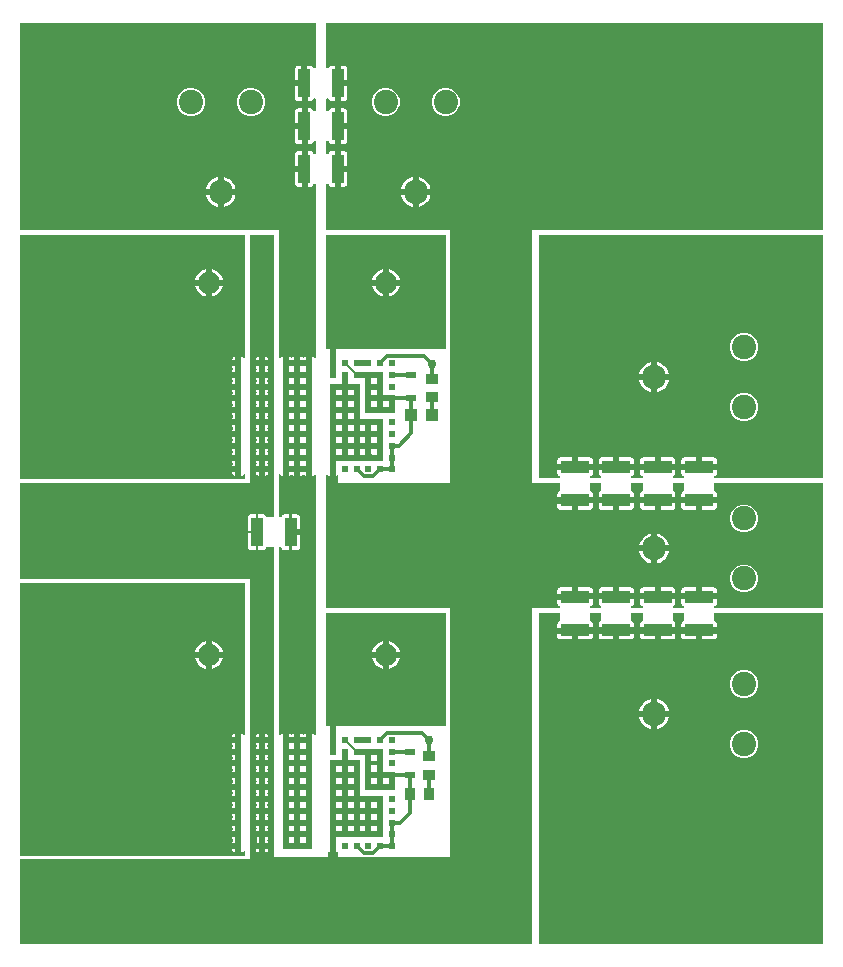
<source format=gbr>
G04 EAGLE Gerber RS-274X export*
G75*
%MOMM*%
%FSLAX34Y34*%
%LPD*%
%INTop Copper*%
%IPPOS*%
%AMOC8*
5,1,8,0,0,1.08239X$1,22.5*%
G01*
%ADD10R,0.939800X0.553200*%
%ADD11R,1.061200X2.489200*%
%ADD12C,2.057400*%
%ADD13C,1.879600*%
%ADD14R,2.489200X1.061200*%
%ADD15R,1.100000X1.000000*%
%ADD16R,1.020000X0.940000*%
%ADD17R,0.870000X0.980000*%
%ADD18R,0.550000X0.550000*%
%ADD19C,0.756400*%
%ADD20C,0.500000*%
%ADD21C,0.550000*%
%ADD22C,0.200000*%
%ADD23C,0.300000*%

G36*
X432908Y10162D02*
X432908Y10162D01*
X432917Y10161D01*
X433005Y10182D01*
X433095Y10200D01*
X433102Y10205D01*
X433110Y10207D01*
X433183Y10261D01*
X433259Y10313D01*
X433263Y10320D01*
X433270Y10325D01*
X433317Y10403D01*
X433366Y10480D01*
X433367Y10489D01*
X433372Y10496D01*
X433399Y10660D01*
X433399Y294501D01*
X456800Y294501D01*
X456808Y294502D01*
X456817Y294501D01*
X456905Y294522D01*
X456995Y294540D01*
X457002Y294545D01*
X457010Y294547D01*
X457083Y294601D01*
X457159Y294653D01*
X457163Y294660D01*
X457170Y294665D01*
X457217Y294743D01*
X457266Y294820D01*
X457267Y294829D01*
X457272Y294836D01*
X457299Y295000D01*
X457299Y295945D01*
X457291Y295987D01*
X457292Y296030D01*
X457271Y296084D01*
X457260Y296140D01*
X457235Y296175D01*
X457219Y296216D01*
X457179Y296256D01*
X457147Y296304D01*
X457111Y296327D01*
X457081Y296358D01*
X457016Y296387D01*
X456980Y296411D01*
X456957Y296415D01*
X456929Y296427D01*
X456573Y296522D01*
X455994Y296857D01*
X455521Y297330D01*
X455186Y297909D01*
X455013Y298556D01*
X455013Y303197D01*
X469500Y303197D01*
X469508Y303198D01*
X469516Y303197D01*
X469605Y303218D01*
X469695Y303236D01*
X469702Y303241D01*
X469710Y303243D01*
X469783Y303297D01*
X469859Y303349D01*
X469863Y303356D01*
X469870Y303361D01*
X469916Y303439D01*
X469966Y303516D01*
X469967Y303525D01*
X469971Y303532D01*
X469999Y303696D01*
X469999Y304197D01*
X470001Y304197D01*
X470001Y303696D01*
X470003Y303688D01*
X470001Y303680D01*
X470022Y303591D01*
X470040Y303501D01*
X470045Y303494D01*
X470047Y303486D01*
X470101Y303413D01*
X470153Y303337D01*
X470160Y303333D01*
X470165Y303326D01*
X470243Y303280D01*
X470321Y303230D01*
X470329Y303229D01*
X470336Y303225D01*
X470500Y303197D01*
X484987Y303197D01*
X484987Y298556D01*
X484814Y297909D01*
X484479Y297330D01*
X484006Y296857D01*
X483427Y296522D01*
X483071Y296427D01*
X483032Y296408D01*
X482990Y296398D01*
X482944Y296364D01*
X482893Y296338D01*
X482865Y296305D01*
X482830Y296280D01*
X482801Y296231D01*
X482764Y296187D01*
X482750Y296146D01*
X482728Y296109D01*
X482717Y296039D01*
X482704Y295998D01*
X482706Y295974D01*
X482701Y295945D01*
X482701Y295000D01*
X482702Y294992D01*
X482701Y294983D01*
X482722Y294895D01*
X482740Y294805D01*
X482745Y294798D01*
X482747Y294790D01*
X482801Y294717D01*
X482853Y294641D01*
X482860Y294637D01*
X482865Y294630D01*
X482943Y294583D01*
X483020Y294534D01*
X483029Y294533D01*
X483036Y294528D01*
X483200Y294501D01*
X491800Y294501D01*
X491808Y294502D01*
X491817Y294501D01*
X491905Y294522D01*
X491995Y294540D01*
X492002Y294545D01*
X492010Y294547D01*
X492083Y294601D01*
X492159Y294653D01*
X492163Y294660D01*
X492170Y294665D01*
X492217Y294743D01*
X492266Y294820D01*
X492267Y294829D01*
X492272Y294836D01*
X492299Y295000D01*
X492299Y295945D01*
X492291Y295987D01*
X492292Y296030D01*
X492271Y296084D01*
X492260Y296140D01*
X492235Y296175D01*
X492219Y296216D01*
X492179Y296256D01*
X492147Y296304D01*
X492111Y296327D01*
X492081Y296358D01*
X492016Y296387D01*
X491980Y296411D01*
X491957Y296415D01*
X491929Y296427D01*
X491573Y296522D01*
X490994Y296857D01*
X490521Y297330D01*
X490186Y297909D01*
X490013Y298556D01*
X490013Y303197D01*
X504500Y303197D01*
X504508Y303198D01*
X504516Y303197D01*
X504605Y303218D01*
X504695Y303236D01*
X504702Y303241D01*
X504710Y303243D01*
X504783Y303297D01*
X504859Y303349D01*
X504863Y303356D01*
X504870Y303361D01*
X504916Y303439D01*
X504966Y303516D01*
X504967Y303525D01*
X504971Y303532D01*
X504999Y303696D01*
X504999Y304197D01*
X505001Y304197D01*
X505001Y303696D01*
X505003Y303688D01*
X505001Y303680D01*
X505022Y303591D01*
X505040Y303501D01*
X505045Y303494D01*
X505047Y303486D01*
X505101Y303413D01*
X505153Y303337D01*
X505160Y303333D01*
X505165Y303326D01*
X505243Y303280D01*
X505321Y303230D01*
X505329Y303229D01*
X505336Y303225D01*
X505500Y303197D01*
X519987Y303197D01*
X519987Y298556D01*
X519814Y297909D01*
X519479Y297330D01*
X519006Y296857D01*
X518427Y296522D01*
X518071Y296427D01*
X518032Y296408D01*
X517990Y296398D01*
X517944Y296364D01*
X517893Y296338D01*
X517865Y296305D01*
X517830Y296280D01*
X517801Y296231D01*
X517764Y296187D01*
X517750Y296146D01*
X517728Y296109D01*
X517717Y296039D01*
X517704Y295998D01*
X517706Y295974D01*
X517701Y295945D01*
X517701Y295000D01*
X517702Y294992D01*
X517701Y294983D01*
X517722Y294895D01*
X517740Y294805D01*
X517745Y294798D01*
X517747Y294790D01*
X517801Y294717D01*
X517853Y294641D01*
X517860Y294637D01*
X517865Y294630D01*
X517943Y294583D01*
X518020Y294534D01*
X518029Y294533D01*
X518036Y294528D01*
X518200Y294501D01*
X526800Y294501D01*
X526808Y294502D01*
X526817Y294501D01*
X526905Y294522D01*
X526995Y294540D01*
X527002Y294545D01*
X527010Y294547D01*
X527083Y294601D01*
X527159Y294653D01*
X527163Y294660D01*
X527170Y294665D01*
X527217Y294743D01*
X527266Y294820D01*
X527267Y294829D01*
X527272Y294836D01*
X527299Y295000D01*
X527299Y295945D01*
X527291Y295987D01*
X527292Y296030D01*
X527271Y296084D01*
X527260Y296140D01*
X527235Y296175D01*
X527219Y296216D01*
X527179Y296256D01*
X527147Y296304D01*
X527111Y296327D01*
X527081Y296358D01*
X527016Y296387D01*
X526980Y296411D01*
X526957Y296415D01*
X526929Y296427D01*
X526573Y296522D01*
X525994Y296857D01*
X525521Y297330D01*
X525186Y297909D01*
X525013Y298556D01*
X525013Y303197D01*
X539500Y303197D01*
X539508Y303198D01*
X539516Y303197D01*
X539605Y303218D01*
X539695Y303236D01*
X539702Y303241D01*
X539710Y303243D01*
X539783Y303297D01*
X539859Y303349D01*
X539863Y303356D01*
X539870Y303361D01*
X539916Y303439D01*
X539966Y303516D01*
X539967Y303525D01*
X539971Y303532D01*
X539999Y303696D01*
X539999Y304197D01*
X540001Y304197D01*
X540001Y303696D01*
X540003Y303688D01*
X540001Y303680D01*
X540022Y303591D01*
X540040Y303501D01*
X540045Y303494D01*
X540047Y303486D01*
X540101Y303413D01*
X540153Y303337D01*
X540160Y303333D01*
X540165Y303326D01*
X540243Y303280D01*
X540321Y303230D01*
X540329Y303229D01*
X540336Y303225D01*
X540500Y303197D01*
X554987Y303197D01*
X554987Y298556D01*
X554814Y297909D01*
X554479Y297330D01*
X554006Y296857D01*
X553427Y296522D01*
X553071Y296427D01*
X553032Y296408D01*
X552990Y296398D01*
X552944Y296364D01*
X552893Y296338D01*
X552865Y296305D01*
X552830Y296280D01*
X552801Y296231D01*
X552764Y296187D01*
X552750Y296146D01*
X552728Y296109D01*
X552717Y296039D01*
X552704Y295998D01*
X552706Y295974D01*
X552701Y295945D01*
X552701Y295000D01*
X552702Y294992D01*
X552701Y294983D01*
X552722Y294895D01*
X552740Y294805D01*
X552745Y294798D01*
X552747Y294790D01*
X552801Y294717D01*
X552853Y294641D01*
X552860Y294637D01*
X552865Y294630D01*
X552943Y294583D01*
X553020Y294534D01*
X553029Y294533D01*
X553036Y294528D01*
X553200Y294501D01*
X561800Y294501D01*
X561808Y294502D01*
X561817Y294501D01*
X561905Y294522D01*
X561995Y294540D01*
X562002Y294545D01*
X562010Y294547D01*
X562083Y294601D01*
X562159Y294653D01*
X562163Y294660D01*
X562170Y294665D01*
X562217Y294743D01*
X562266Y294820D01*
X562267Y294829D01*
X562272Y294836D01*
X562299Y295000D01*
X562299Y295945D01*
X562291Y295987D01*
X562292Y296030D01*
X562271Y296084D01*
X562260Y296140D01*
X562235Y296175D01*
X562219Y296216D01*
X562179Y296257D01*
X562147Y296304D01*
X562111Y296327D01*
X562080Y296358D01*
X562016Y296387D01*
X561980Y296411D01*
X561957Y296415D01*
X561929Y296427D01*
X561573Y296522D01*
X560994Y296857D01*
X560521Y297330D01*
X560186Y297909D01*
X560013Y298556D01*
X560013Y303197D01*
X574500Y303197D01*
X574508Y303198D01*
X574516Y303197D01*
X574605Y303218D01*
X574695Y303236D01*
X574702Y303241D01*
X574710Y303243D01*
X574783Y303297D01*
X574859Y303349D01*
X574863Y303356D01*
X574870Y303361D01*
X574916Y303439D01*
X574966Y303516D01*
X574967Y303525D01*
X574971Y303532D01*
X574999Y303696D01*
X574999Y304197D01*
X575001Y304197D01*
X575001Y303696D01*
X575003Y303688D01*
X575001Y303680D01*
X575022Y303591D01*
X575040Y303501D01*
X575045Y303494D01*
X575047Y303486D01*
X575101Y303413D01*
X575153Y303337D01*
X575160Y303333D01*
X575165Y303326D01*
X575243Y303280D01*
X575321Y303230D01*
X575329Y303229D01*
X575336Y303225D01*
X575500Y303197D01*
X589987Y303197D01*
X589987Y298556D01*
X589814Y297909D01*
X589479Y297330D01*
X589006Y296857D01*
X588427Y296522D01*
X588071Y296427D01*
X588032Y296408D01*
X587990Y296398D01*
X587944Y296364D01*
X587893Y296338D01*
X587865Y296305D01*
X587830Y296280D01*
X587801Y296231D01*
X587764Y296187D01*
X587751Y296146D01*
X587728Y296109D01*
X587717Y296039D01*
X587704Y295998D01*
X587706Y295974D01*
X587701Y295945D01*
X587701Y295000D01*
X587702Y294992D01*
X587701Y294983D01*
X587722Y294895D01*
X587740Y294805D01*
X587745Y294798D01*
X587747Y294790D01*
X587801Y294717D01*
X587853Y294641D01*
X587860Y294637D01*
X587865Y294630D01*
X587943Y294583D01*
X588020Y294534D01*
X588029Y294533D01*
X588036Y294528D01*
X588200Y294501D01*
X679340Y294501D01*
X679348Y294502D01*
X679357Y294501D01*
X679445Y294522D01*
X679535Y294540D01*
X679542Y294545D01*
X679550Y294547D01*
X679623Y294601D01*
X679699Y294653D01*
X679703Y294660D01*
X679710Y294665D01*
X679757Y294743D01*
X679806Y294820D01*
X679807Y294829D01*
X679812Y294836D01*
X679839Y295000D01*
X679839Y400000D01*
X679838Y400008D01*
X679839Y400017D01*
X679818Y400105D01*
X679800Y400195D01*
X679795Y400202D01*
X679793Y400210D01*
X679739Y400283D01*
X679687Y400359D01*
X679680Y400363D01*
X679675Y400370D01*
X679597Y400417D01*
X679520Y400466D01*
X679511Y400467D01*
X679504Y400472D01*
X679340Y400499D01*
X588200Y400499D01*
X588192Y400498D01*
X588183Y400499D01*
X588095Y400478D01*
X588005Y400460D01*
X587998Y400455D01*
X587990Y400453D01*
X587917Y400399D01*
X587841Y400347D01*
X587837Y400340D01*
X587830Y400335D01*
X587783Y400257D01*
X587734Y400180D01*
X587733Y400171D01*
X587728Y400164D01*
X587701Y400000D01*
X587701Y394055D01*
X587709Y394013D01*
X587708Y393970D01*
X587729Y393916D01*
X587740Y393860D01*
X587765Y393825D01*
X587781Y393784D01*
X587821Y393744D01*
X587853Y393696D01*
X587889Y393673D01*
X587919Y393642D01*
X587984Y393613D01*
X588020Y393589D01*
X588043Y393585D01*
X588071Y393573D01*
X588427Y393478D01*
X589006Y393143D01*
X589479Y392670D01*
X589814Y392091D01*
X589987Y391444D01*
X589987Y386803D01*
X575500Y386803D01*
X575492Y386801D01*
X575484Y386803D01*
X575395Y386782D01*
X575305Y386764D01*
X575298Y386759D01*
X575290Y386757D01*
X575217Y386703D01*
X575141Y386651D01*
X575137Y386644D01*
X575130Y386639D01*
X575084Y386561D01*
X575034Y386483D01*
X575033Y386475D01*
X575029Y386468D01*
X575001Y386304D01*
X575001Y385803D01*
X574999Y385803D01*
X574999Y386304D01*
X574997Y386312D01*
X574999Y386320D01*
X574978Y386409D01*
X574960Y386499D01*
X574955Y386506D01*
X574953Y386514D01*
X574899Y386587D01*
X574847Y386663D01*
X574840Y386667D01*
X574835Y386674D01*
X574757Y386720D01*
X574679Y386770D01*
X574671Y386771D01*
X574664Y386775D01*
X574500Y386803D01*
X560013Y386803D01*
X560013Y391444D01*
X560186Y392091D01*
X560521Y392670D01*
X560994Y393143D01*
X561573Y393478D01*
X561929Y393573D01*
X561968Y393592D01*
X562010Y393602D01*
X562056Y393636D01*
X562107Y393662D01*
X562135Y393695D01*
X562170Y393720D01*
X562199Y393769D01*
X562236Y393813D01*
X562250Y393854D01*
X562272Y393891D01*
X562283Y393961D01*
X562296Y394002D01*
X562294Y394026D01*
X562299Y394055D01*
X562299Y400000D01*
X562298Y400008D01*
X562299Y400017D01*
X562278Y400105D01*
X562260Y400195D01*
X562255Y400202D01*
X562253Y400210D01*
X562199Y400283D01*
X562147Y400359D01*
X562140Y400363D01*
X562135Y400370D01*
X562057Y400417D01*
X561980Y400466D01*
X561971Y400467D01*
X561964Y400472D01*
X561800Y400499D01*
X553200Y400499D01*
X553192Y400498D01*
X553183Y400499D01*
X553095Y400478D01*
X553005Y400460D01*
X552998Y400455D01*
X552990Y400453D01*
X552917Y400399D01*
X552841Y400347D01*
X552837Y400340D01*
X552830Y400335D01*
X552783Y400257D01*
X552734Y400180D01*
X552733Y400171D01*
X552728Y400164D01*
X552701Y400000D01*
X552701Y394055D01*
X552709Y394013D01*
X552708Y393970D01*
X552729Y393916D01*
X552740Y393860D01*
X552765Y393825D01*
X552781Y393784D01*
X552821Y393744D01*
X552853Y393696D01*
X552889Y393673D01*
X552919Y393642D01*
X552984Y393613D01*
X553020Y393589D01*
X553043Y393585D01*
X553071Y393573D01*
X553427Y393478D01*
X554006Y393143D01*
X554479Y392670D01*
X554814Y392091D01*
X554987Y391444D01*
X554987Y386803D01*
X540500Y386803D01*
X540492Y386801D01*
X540484Y386803D01*
X540395Y386782D01*
X540305Y386764D01*
X540298Y386759D01*
X540290Y386757D01*
X540217Y386703D01*
X540141Y386651D01*
X540137Y386644D01*
X540130Y386639D01*
X540084Y386561D01*
X540034Y386483D01*
X540033Y386475D01*
X540029Y386468D01*
X540001Y386304D01*
X540001Y385803D01*
X539999Y385803D01*
X539999Y386304D01*
X539997Y386312D01*
X539999Y386320D01*
X539978Y386409D01*
X539960Y386499D01*
X539955Y386506D01*
X539953Y386514D01*
X539899Y386587D01*
X539847Y386663D01*
X539840Y386667D01*
X539835Y386674D01*
X539757Y386720D01*
X539679Y386770D01*
X539671Y386771D01*
X539664Y386775D01*
X539500Y386803D01*
X525013Y386803D01*
X525013Y391444D01*
X525186Y392091D01*
X525521Y392670D01*
X525994Y393143D01*
X526573Y393478D01*
X526929Y393573D01*
X526968Y393592D01*
X527010Y393602D01*
X527056Y393636D01*
X527107Y393662D01*
X527135Y393695D01*
X527170Y393720D01*
X527199Y393769D01*
X527236Y393813D01*
X527250Y393854D01*
X527272Y393891D01*
X527283Y393961D01*
X527296Y394002D01*
X527294Y394026D01*
X527299Y394055D01*
X527299Y400000D01*
X527298Y400008D01*
X527299Y400017D01*
X527278Y400105D01*
X527260Y400195D01*
X527255Y400202D01*
X527253Y400210D01*
X527199Y400283D01*
X527147Y400359D01*
X527140Y400363D01*
X527135Y400370D01*
X527057Y400417D01*
X526980Y400466D01*
X526971Y400467D01*
X526964Y400472D01*
X526800Y400499D01*
X518200Y400499D01*
X518192Y400498D01*
X518183Y400499D01*
X518095Y400478D01*
X518005Y400460D01*
X517998Y400455D01*
X517990Y400453D01*
X517917Y400399D01*
X517841Y400347D01*
X517837Y400340D01*
X517830Y400335D01*
X517783Y400257D01*
X517734Y400180D01*
X517733Y400171D01*
X517728Y400164D01*
X517701Y400000D01*
X517701Y394055D01*
X517709Y394013D01*
X517708Y393970D01*
X517729Y393916D01*
X517740Y393860D01*
X517765Y393825D01*
X517781Y393784D01*
X517821Y393744D01*
X517853Y393696D01*
X517889Y393673D01*
X517919Y393642D01*
X517984Y393613D01*
X518020Y393589D01*
X518043Y393585D01*
X518071Y393573D01*
X518427Y393478D01*
X519006Y393143D01*
X519479Y392670D01*
X519814Y392091D01*
X519987Y391444D01*
X519987Y386803D01*
X505500Y386803D01*
X505492Y386801D01*
X505484Y386803D01*
X505395Y386782D01*
X505305Y386764D01*
X505298Y386759D01*
X505290Y386757D01*
X505217Y386703D01*
X505141Y386651D01*
X505137Y386644D01*
X505130Y386639D01*
X505084Y386561D01*
X505034Y386483D01*
X505033Y386475D01*
X505029Y386468D01*
X505001Y386304D01*
X505001Y385803D01*
X504999Y385803D01*
X504999Y386304D01*
X504997Y386312D01*
X504999Y386320D01*
X504978Y386409D01*
X504960Y386499D01*
X504955Y386506D01*
X504953Y386514D01*
X504899Y386587D01*
X504847Y386663D01*
X504840Y386667D01*
X504835Y386674D01*
X504757Y386720D01*
X504679Y386770D01*
X504671Y386771D01*
X504664Y386775D01*
X504500Y386803D01*
X490013Y386803D01*
X490013Y391444D01*
X490186Y392091D01*
X490521Y392670D01*
X490994Y393143D01*
X491573Y393478D01*
X491929Y393573D01*
X491968Y393592D01*
X492010Y393602D01*
X492056Y393636D01*
X492107Y393662D01*
X492135Y393695D01*
X492170Y393720D01*
X492199Y393769D01*
X492236Y393813D01*
X492250Y393854D01*
X492272Y393891D01*
X492283Y393961D01*
X492296Y394002D01*
X492294Y394026D01*
X492299Y394055D01*
X492299Y400000D01*
X492298Y400008D01*
X492299Y400017D01*
X492278Y400105D01*
X492260Y400195D01*
X492255Y400202D01*
X492253Y400210D01*
X492199Y400283D01*
X492147Y400359D01*
X492140Y400363D01*
X492135Y400370D01*
X492057Y400417D01*
X491980Y400466D01*
X491971Y400467D01*
X491964Y400472D01*
X491800Y400499D01*
X483200Y400499D01*
X483192Y400498D01*
X483183Y400499D01*
X483095Y400478D01*
X483005Y400460D01*
X482998Y400455D01*
X482990Y400453D01*
X482917Y400399D01*
X482841Y400347D01*
X482837Y400340D01*
X482830Y400335D01*
X482783Y400257D01*
X482734Y400180D01*
X482733Y400171D01*
X482728Y400164D01*
X482701Y400000D01*
X482701Y394055D01*
X482709Y394013D01*
X482708Y393970D01*
X482729Y393916D01*
X482740Y393860D01*
X482765Y393825D01*
X482781Y393784D01*
X482821Y393744D01*
X482853Y393696D01*
X482889Y393673D01*
X482919Y393642D01*
X482984Y393613D01*
X483020Y393589D01*
X483043Y393585D01*
X483071Y393573D01*
X483427Y393478D01*
X484006Y393143D01*
X484479Y392670D01*
X484814Y392091D01*
X484987Y391444D01*
X484987Y386803D01*
X470500Y386803D01*
X470492Y386801D01*
X470484Y386803D01*
X470395Y386782D01*
X470305Y386764D01*
X470298Y386759D01*
X470290Y386757D01*
X470217Y386703D01*
X470141Y386651D01*
X470137Y386644D01*
X470130Y386639D01*
X470084Y386561D01*
X470034Y386483D01*
X470033Y386475D01*
X470029Y386468D01*
X470001Y386304D01*
X470001Y385803D01*
X469999Y385803D01*
X469999Y386304D01*
X469997Y386312D01*
X469999Y386320D01*
X469978Y386409D01*
X469960Y386499D01*
X469955Y386506D01*
X469953Y386514D01*
X469899Y386587D01*
X469847Y386663D01*
X469840Y386667D01*
X469835Y386674D01*
X469757Y386720D01*
X469679Y386770D01*
X469671Y386771D01*
X469664Y386775D01*
X469500Y386803D01*
X455013Y386803D01*
X455013Y391444D01*
X455186Y392091D01*
X455521Y392670D01*
X455994Y393143D01*
X456573Y393478D01*
X456929Y393573D01*
X456968Y393592D01*
X457010Y393602D01*
X457056Y393636D01*
X457107Y393662D01*
X457135Y393695D01*
X457170Y393720D01*
X457199Y393769D01*
X457236Y393813D01*
X457250Y393854D01*
X457272Y393891D01*
X457283Y393961D01*
X457296Y394002D01*
X457294Y394026D01*
X457299Y394055D01*
X457299Y400000D01*
X457298Y400008D01*
X457299Y400017D01*
X457278Y400105D01*
X457260Y400195D01*
X457255Y400202D01*
X457253Y400210D01*
X457199Y400283D01*
X457147Y400359D01*
X457140Y400363D01*
X457135Y400370D01*
X457057Y400417D01*
X456980Y400466D01*
X456971Y400467D01*
X456964Y400472D01*
X456800Y400499D01*
X433399Y400499D01*
X433399Y614501D01*
X679340Y614501D01*
X679348Y614502D01*
X679357Y614501D01*
X679445Y614522D01*
X679535Y614540D01*
X679542Y614545D01*
X679550Y614547D01*
X679623Y614601D01*
X679699Y614653D01*
X679703Y614660D01*
X679710Y614665D01*
X679757Y614743D01*
X679806Y614820D01*
X679807Y614829D01*
X679812Y614836D01*
X679839Y615000D01*
X679839Y789340D01*
X679838Y789348D01*
X679839Y789357D01*
X679818Y789445D01*
X679800Y789535D01*
X679795Y789542D01*
X679793Y789550D01*
X679739Y789623D01*
X679687Y789699D01*
X679680Y789703D01*
X679675Y789710D01*
X679597Y789757D01*
X679520Y789806D01*
X679511Y789807D01*
X679504Y789812D01*
X679340Y789839D01*
X260000Y789839D01*
X259992Y789838D01*
X259983Y789839D01*
X259895Y789818D01*
X259805Y789800D01*
X259798Y789795D01*
X259790Y789793D01*
X259717Y789739D01*
X259641Y789687D01*
X259637Y789680D01*
X259630Y789675D01*
X259583Y789597D01*
X259534Y789520D01*
X259533Y789511D01*
X259528Y789504D01*
X259501Y789340D01*
X259501Y752000D01*
X259502Y751992D01*
X259501Y751983D01*
X259522Y751895D01*
X259540Y751805D01*
X259545Y751798D01*
X259547Y751790D01*
X259601Y751717D01*
X259653Y751641D01*
X259660Y751637D01*
X259665Y751630D01*
X259743Y751583D01*
X259820Y751534D01*
X259829Y751533D01*
X259836Y751528D01*
X260000Y751501D01*
X260945Y751501D01*
X260987Y751509D01*
X261030Y751508D01*
X261084Y751529D01*
X261140Y751540D01*
X261175Y751565D01*
X261216Y751581D01*
X261256Y751621D01*
X261304Y751653D01*
X261327Y751689D01*
X261358Y751719D01*
X261387Y751784D01*
X261411Y751820D01*
X261415Y751843D01*
X261427Y751871D01*
X261522Y752227D01*
X261857Y752806D01*
X262330Y753279D01*
X262909Y753614D01*
X263556Y753787D01*
X268197Y753787D01*
X268197Y739300D01*
X268198Y739292D01*
X268197Y739284D01*
X268218Y739195D01*
X268236Y739105D01*
X268241Y739098D01*
X268243Y739090D01*
X268297Y739017D01*
X268349Y738941D01*
X268356Y738937D01*
X268361Y738930D01*
X268439Y738884D01*
X268516Y738834D01*
X268525Y738833D01*
X268532Y738829D01*
X268696Y738801D01*
X269197Y738801D01*
X269197Y738799D01*
X268696Y738799D01*
X268688Y738797D01*
X268680Y738799D01*
X268591Y738778D01*
X268501Y738760D01*
X268494Y738755D01*
X268486Y738753D01*
X268413Y738699D01*
X268337Y738647D01*
X268333Y738640D01*
X268326Y738635D01*
X268280Y738557D01*
X268230Y738479D01*
X268229Y738471D01*
X268225Y738464D01*
X268197Y738300D01*
X268197Y723813D01*
X263556Y723813D01*
X262909Y723986D01*
X262330Y724321D01*
X261857Y724794D01*
X261522Y725373D01*
X261427Y725729D01*
X261409Y725766D01*
X261401Y725796D01*
X261401Y725797D01*
X261398Y725810D01*
X261364Y725856D01*
X261338Y725907D01*
X261305Y725935D01*
X261280Y725970D01*
X261231Y725999D01*
X261187Y726036D01*
X261146Y726050D01*
X261109Y726072D01*
X261039Y726083D01*
X260998Y726096D01*
X260974Y726094D01*
X260945Y726099D01*
X260000Y726099D01*
X259992Y726098D01*
X259983Y726099D01*
X259895Y726078D01*
X259805Y726060D01*
X259798Y726055D01*
X259790Y726053D01*
X259717Y725999D01*
X259641Y725947D01*
X259637Y725940D01*
X259630Y725935D01*
X259583Y725857D01*
X259534Y725780D01*
X259533Y725771D01*
X259528Y725764D01*
X259501Y725600D01*
X259501Y715800D01*
X259502Y715792D01*
X259501Y715783D01*
X259522Y715695D01*
X259540Y715605D01*
X259545Y715598D01*
X259547Y715590D01*
X259601Y715517D01*
X259653Y715441D01*
X259660Y715437D01*
X259665Y715430D01*
X259743Y715383D01*
X259820Y715334D01*
X259829Y715333D01*
X259836Y715328D01*
X260000Y715301D01*
X260945Y715301D01*
X260987Y715309D01*
X261030Y715308D01*
X261084Y715329D01*
X261140Y715340D01*
X261175Y715365D01*
X261216Y715381D01*
X261256Y715421D01*
X261304Y715453D01*
X261327Y715489D01*
X261358Y715519D01*
X261387Y715584D01*
X261411Y715620D01*
X261415Y715643D01*
X261427Y715671D01*
X261522Y716027D01*
X261857Y716606D01*
X262330Y717079D01*
X262909Y717414D01*
X263556Y717587D01*
X268197Y717587D01*
X268197Y703100D01*
X268198Y703092D01*
X268197Y703084D01*
X268218Y702995D01*
X268236Y702905D01*
X268241Y702898D01*
X268243Y702890D01*
X268297Y702817D01*
X268349Y702741D01*
X268356Y702737D01*
X268361Y702730D01*
X268439Y702684D01*
X268516Y702634D01*
X268525Y702633D01*
X268532Y702629D01*
X268696Y702601D01*
X269197Y702601D01*
X269197Y702599D01*
X268696Y702599D01*
X268688Y702597D01*
X268680Y702599D01*
X268591Y702578D01*
X268501Y702560D01*
X268494Y702555D01*
X268486Y702553D01*
X268413Y702499D01*
X268337Y702447D01*
X268333Y702440D01*
X268326Y702435D01*
X268280Y702357D01*
X268230Y702279D01*
X268229Y702271D01*
X268225Y702264D01*
X268197Y702100D01*
X268197Y687613D01*
X263556Y687613D01*
X262909Y687786D01*
X262330Y688121D01*
X261857Y688594D01*
X261522Y689173D01*
X261427Y689529D01*
X261408Y689568D01*
X261398Y689610D01*
X261364Y689656D01*
X261338Y689707D01*
X261305Y689735D01*
X261280Y689770D01*
X261231Y689799D01*
X261187Y689836D01*
X261146Y689850D01*
X261109Y689872D01*
X261039Y689883D01*
X260998Y689896D01*
X260974Y689894D01*
X260945Y689899D01*
X260000Y689899D01*
X259992Y689898D01*
X259983Y689899D01*
X259895Y689878D01*
X259805Y689860D01*
X259798Y689855D01*
X259790Y689853D01*
X259717Y689799D01*
X259641Y689747D01*
X259637Y689740D01*
X259630Y689735D01*
X259583Y689657D01*
X259534Y689580D01*
X259533Y689571D01*
X259528Y689564D01*
X259501Y689400D01*
X259501Y679600D01*
X259502Y679592D01*
X259501Y679583D01*
X259522Y679495D01*
X259540Y679405D01*
X259545Y679398D01*
X259547Y679390D01*
X259601Y679317D01*
X259653Y679241D01*
X259660Y679237D01*
X259665Y679230D01*
X259743Y679183D01*
X259820Y679134D01*
X259829Y679133D01*
X259836Y679128D01*
X260000Y679101D01*
X260945Y679101D01*
X260987Y679109D01*
X261030Y679108D01*
X261084Y679129D01*
X261140Y679140D01*
X261175Y679165D01*
X261216Y679181D01*
X261256Y679221D01*
X261304Y679253D01*
X261327Y679289D01*
X261358Y679319D01*
X261387Y679384D01*
X261411Y679420D01*
X261415Y679443D01*
X261427Y679471D01*
X261522Y679827D01*
X261857Y680406D01*
X262330Y680879D01*
X262909Y681214D01*
X263556Y681387D01*
X268197Y681387D01*
X268197Y666900D01*
X268198Y666892D01*
X268197Y666884D01*
X268218Y666795D01*
X268236Y666705D01*
X268241Y666698D01*
X268243Y666690D01*
X268297Y666617D01*
X268349Y666541D01*
X268356Y666537D01*
X268361Y666530D01*
X268439Y666484D01*
X268516Y666434D01*
X268525Y666433D01*
X268532Y666429D01*
X268696Y666401D01*
X269197Y666401D01*
X269197Y666399D01*
X268696Y666399D01*
X268688Y666397D01*
X268680Y666399D01*
X268591Y666378D01*
X268501Y666360D01*
X268494Y666355D01*
X268486Y666353D01*
X268413Y666299D01*
X268337Y666247D01*
X268333Y666240D01*
X268326Y666235D01*
X268280Y666157D01*
X268230Y666079D01*
X268229Y666071D01*
X268225Y666064D01*
X268197Y665900D01*
X268197Y651413D01*
X263556Y651413D01*
X262909Y651586D01*
X262330Y651921D01*
X261857Y652394D01*
X261522Y652973D01*
X261427Y653329D01*
X261408Y653367D01*
X261399Y653405D01*
X261398Y653410D01*
X261364Y653456D01*
X261338Y653507D01*
X261305Y653535D01*
X261280Y653570D01*
X261231Y653599D01*
X261187Y653636D01*
X261146Y653650D01*
X261109Y653672D01*
X261039Y653683D01*
X260998Y653696D01*
X260974Y653694D01*
X260945Y653699D01*
X260000Y653699D01*
X259992Y653698D01*
X259983Y653699D01*
X259895Y653678D01*
X259805Y653660D01*
X259798Y653655D01*
X259790Y653653D01*
X259717Y653599D01*
X259641Y653547D01*
X259637Y653540D01*
X259630Y653535D01*
X259583Y653457D01*
X259534Y653380D01*
X259533Y653371D01*
X259528Y653364D01*
X259501Y653200D01*
X259501Y615000D01*
X259502Y614992D01*
X259501Y614983D01*
X259522Y614895D01*
X259540Y614805D01*
X259545Y614798D01*
X259547Y614790D01*
X259601Y614717D01*
X259653Y614641D01*
X259660Y614637D01*
X259665Y614630D01*
X259743Y614583D01*
X259820Y614534D01*
X259829Y614533D01*
X259836Y614528D01*
X260000Y614501D01*
X364501Y614501D01*
X364501Y400499D01*
X269499Y400499D01*
X269499Y406461D01*
X269491Y406500D01*
X269493Y406539D01*
X269472Y406596D01*
X269460Y406656D01*
X269438Y406689D01*
X269424Y406725D01*
X269382Y406770D01*
X269347Y406820D01*
X269314Y406841D01*
X269287Y406870D01*
X269231Y406894D01*
X269180Y406927D01*
X269141Y406934D01*
X269105Y406949D01*
X269044Y406950D01*
X268983Y406960D01*
X268945Y406951D01*
X268906Y406952D01*
X268833Y406925D01*
X268790Y406914D01*
X268774Y406903D01*
X268750Y406894D01*
X268731Y406882D01*
X268084Y406709D01*
X265999Y406709D01*
X265999Y411500D01*
X265997Y411508D01*
X265999Y411516D01*
X265978Y411605D01*
X265960Y411695D01*
X265955Y411702D01*
X265953Y411710D01*
X265899Y411783D01*
X265847Y411859D01*
X265840Y411863D01*
X265835Y411870D01*
X265757Y411916D01*
X265679Y411966D01*
X265671Y411967D01*
X265664Y411971D01*
X265500Y411999D01*
X264500Y411999D01*
X264492Y411997D01*
X264484Y411999D01*
X264395Y411978D01*
X264305Y411960D01*
X264298Y411955D01*
X264290Y411953D01*
X264217Y411899D01*
X264141Y411847D01*
X264137Y411840D01*
X264130Y411835D01*
X264084Y411757D01*
X264034Y411679D01*
X264033Y411671D01*
X264029Y411664D01*
X264001Y411500D01*
X264001Y406709D01*
X261916Y406709D01*
X261269Y406882D01*
X260690Y407217D01*
X260353Y407554D01*
X260350Y407556D01*
X260347Y407560D01*
X260267Y407611D01*
X260187Y407664D01*
X260183Y407664D01*
X260180Y407667D01*
X260086Y407682D01*
X259992Y407700D01*
X259988Y407699D01*
X259983Y407700D01*
X259892Y407678D01*
X259798Y407657D01*
X259794Y407655D01*
X259790Y407654D01*
X259714Y407598D01*
X259636Y407542D01*
X259633Y407538D01*
X259630Y407536D01*
X259582Y407454D01*
X259531Y407373D01*
X259531Y407368D01*
X259528Y407365D01*
X259501Y407201D01*
X259501Y295000D01*
X259502Y294992D01*
X259501Y294983D01*
X259522Y294895D01*
X259540Y294805D01*
X259545Y294798D01*
X259547Y294790D01*
X259601Y294717D01*
X259653Y294641D01*
X259660Y294637D01*
X259665Y294630D01*
X259743Y294583D01*
X259820Y294534D01*
X259829Y294533D01*
X259836Y294528D01*
X260000Y294501D01*
X364501Y294501D01*
X364501Y83499D01*
X269499Y83499D01*
X269499Y87461D01*
X269491Y87500D01*
X269493Y87539D01*
X269472Y87596D01*
X269460Y87656D01*
X269438Y87689D01*
X269424Y87725D01*
X269382Y87770D01*
X269347Y87820D01*
X269314Y87841D01*
X269287Y87870D01*
X269231Y87894D01*
X269180Y87927D01*
X269141Y87934D01*
X269105Y87949D01*
X269044Y87950D01*
X268983Y87960D01*
X268945Y87951D01*
X268906Y87952D01*
X268833Y87925D01*
X268790Y87914D01*
X268774Y87903D01*
X268750Y87894D01*
X268731Y87882D01*
X268084Y87709D01*
X265999Y87709D01*
X265999Y92500D01*
X265997Y92508D01*
X265999Y92516D01*
X265978Y92605D01*
X265960Y92695D01*
X265955Y92702D01*
X265953Y92710D01*
X265899Y92783D01*
X265847Y92859D01*
X265840Y92863D01*
X265835Y92870D01*
X265757Y92916D01*
X265679Y92966D01*
X265671Y92967D01*
X265664Y92971D01*
X265500Y92999D01*
X264500Y92999D01*
X264492Y92997D01*
X264484Y92999D01*
X264395Y92978D01*
X264305Y92960D01*
X264298Y92955D01*
X264290Y92953D01*
X264217Y92899D01*
X264141Y92847D01*
X264137Y92840D01*
X264130Y92835D01*
X264084Y92757D01*
X264034Y92679D01*
X264033Y92671D01*
X264029Y92664D01*
X264001Y92500D01*
X264001Y87709D01*
X261916Y87709D01*
X261269Y87882D01*
X261250Y87894D01*
X261213Y87906D01*
X261180Y87927D01*
X261119Y87937D01*
X261061Y87957D01*
X261022Y87954D01*
X260983Y87960D01*
X260924Y87946D01*
X260863Y87941D01*
X260828Y87923D01*
X260790Y87914D01*
X260741Y87878D01*
X260686Y87850D01*
X260661Y87820D01*
X260630Y87796D01*
X260599Y87744D01*
X260560Y87697D01*
X260548Y87659D01*
X260528Y87625D01*
X260516Y87549D01*
X260503Y87506D01*
X260505Y87486D01*
X260501Y87461D01*
X260501Y83499D01*
X215499Y83499D01*
X215499Y345600D01*
X215498Y345608D01*
X215499Y345617D01*
X215478Y345705D01*
X215460Y345795D01*
X215455Y345802D01*
X215453Y345810D01*
X215399Y345883D01*
X215347Y345959D01*
X215340Y345963D01*
X215335Y345970D01*
X215257Y346017D01*
X215180Y346066D01*
X215171Y346067D01*
X215164Y346072D01*
X215000Y346099D01*
X209055Y346099D01*
X209013Y346091D01*
X208970Y346092D01*
X208916Y346071D01*
X208860Y346060D01*
X208825Y346035D01*
X208784Y346019D01*
X208743Y345979D01*
X208696Y345947D01*
X208673Y345911D01*
X208642Y345880D01*
X208613Y345816D01*
X208589Y345780D01*
X208585Y345757D01*
X208573Y345729D01*
X208478Y345373D01*
X208143Y344794D01*
X207670Y344321D01*
X207091Y343986D01*
X206444Y343813D01*
X201803Y343813D01*
X201803Y358300D01*
X201801Y358308D01*
X201803Y358316D01*
X201782Y358405D01*
X201764Y358495D01*
X201759Y358502D01*
X201757Y358510D01*
X201703Y358583D01*
X201651Y358659D01*
X201644Y358663D01*
X201639Y358670D01*
X201561Y358716D01*
X201483Y358766D01*
X201475Y358767D01*
X201468Y358771D01*
X201304Y358799D01*
X200803Y358799D01*
X200803Y358801D01*
X201304Y358801D01*
X201312Y358803D01*
X201320Y358801D01*
X201409Y358822D01*
X201499Y358840D01*
X201506Y358845D01*
X201514Y358847D01*
X201587Y358901D01*
X201663Y358953D01*
X201667Y358960D01*
X201674Y358965D01*
X201720Y359043D01*
X201770Y359121D01*
X201771Y359129D01*
X201775Y359136D01*
X201803Y359300D01*
X201803Y373787D01*
X206444Y373787D01*
X207091Y373614D01*
X207670Y373279D01*
X208143Y372806D01*
X208478Y372227D01*
X208573Y371871D01*
X208592Y371832D01*
X208602Y371790D01*
X208636Y371744D01*
X208662Y371693D01*
X208695Y371665D01*
X208720Y371630D01*
X208769Y371601D01*
X208813Y371564D01*
X208854Y371551D01*
X208891Y371528D01*
X208961Y371517D01*
X209002Y371504D01*
X209026Y371506D01*
X209055Y371501D01*
X215000Y371501D01*
X215008Y371502D01*
X215017Y371501D01*
X215105Y371522D01*
X215195Y371540D01*
X215202Y371545D01*
X215210Y371547D01*
X215283Y371601D01*
X215359Y371653D01*
X215363Y371660D01*
X215370Y371665D01*
X215417Y371743D01*
X215466Y371820D01*
X215467Y371829D01*
X215472Y371836D01*
X215499Y372000D01*
X215499Y610000D01*
X215498Y610008D01*
X215499Y610017D01*
X215478Y610105D01*
X215460Y610195D01*
X215455Y610202D01*
X215453Y610210D01*
X215399Y610283D01*
X215347Y610359D01*
X215340Y610363D01*
X215335Y610370D01*
X215257Y610417D01*
X215180Y610466D01*
X215171Y610467D01*
X215164Y610472D01*
X215000Y610499D01*
X195000Y610499D01*
X194992Y610498D01*
X194983Y610499D01*
X194895Y610478D01*
X194805Y610460D01*
X194798Y610455D01*
X194790Y610453D01*
X194717Y610399D01*
X194641Y610347D01*
X194637Y610340D01*
X194630Y610335D01*
X194583Y610257D01*
X194534Y610180D01*
X194533Y610171D01*
X194528Y610164D01*
X194501Y610000D01*
X194501Y400499D01*
X660Y400499D01*
X652Y400498D01*
X643Y400499D01*
X555Y400478D01*
X465Y400460D01*
X458Y400455D01*
X450Y400453D01*
X377Y400399D01*
X301Y400347D01*
X297Y400340D01*
X290Y400335D01*
X243Y400257D01*
X194Y400180D01*
X193Y400171D01*
X188Y400164D01*
X161Y400000D01*
X161Y320000D01*
X162Y319992D01*
X161Y319983D01*
X182Y319895D01*
X200Y319805D01*
X205Y319798D01*
X207Y319790D01*
X261Y319717D01*
X313Y319641D01*
X320Y319637D01*
X325Y319630D01*
X403Y319583D01*
X480Y319534D01*
X489Y319533D01*
X496Y319528D01*
X660Y319501D01*
X194501Y319501D01*
X194501Y82499D01*
X660Y82499D01*
X652Y82498D01*
X643Y82499D01*
X555Y82478D01*
X465Y82460D01*
X458Y82455D01*
X450Y82453D01*
X377Y82399D01*
X301Y82347D01*
X297Y82340D01*
X290Y82335D01*
X243Y82257D01*
X194Y82180D01*
X193Y82171D01*
X188Y82164D01*
X161Y82000D01*
X161Y10660D01*
X162Y10652D01*
X161Y10643D01*
X182Y10555D01*
X200Y10465D01*
X205Y10458D01*
X207Y10450D01*
X261Y10377D01*
X313Y10301D01*
X320Y10297D01*
X325Y10290D01*
X403Y10243D01*
X480Y10194D01*
X489Y10193D01*
X496Y10188D01*
X660Y10161D01*
X432900Y10161D01*
X432908Y10162D01*
G37*
G36*
X679348Y10162D02*
X679348Y10162D01*
X679357Y10161D01*
X679445Y10182D01*
X679535Y10200D01*
X679542Y10205D01*
X679550Y10207D01*
X679623Y10261D01*
X679699Y10313D01*
X679703Y10320D01*
X679710Y10325D01*
X679757Y10403D01*
X679806Y10480D01*
X679807Y10489D01*
X679812Y10496D01*
X679839Y10660D01*
X679839Y290000D01*
X679838Y290008D01*
X679839Y290017D01*
X679818Y290105D01*
X679800Y290195D01*
X679795Y290202D01*
X679793Y290210D01*
X679739Y290283D01*
X679687Y290359D01*
X679680Y290363D01*
X679675Y290370D01*
X679597Y290417D01*
X679520Y290466D01*
X679511Y290467D01*
X679504Y290472D01*
X679340Y290499D01*
X588200Y290499D01*
X588192Y290498D01*
X588183Y290499D01*
X588095Y290478D01*
X588005Y290460D01*
X587998Y290455D01*
X587990Y290453D01*
X587917Y290399D01*
X587841Y290347D01*
X587837Y290340D01*
X587830Y290335D01*
X587783Y290257D01*
X587734Y290180D01*
X587733Y290171D01*
X587728Y290164D01*
X587701Y290000D01*
X587701Y284055D01*
X587709Y284013D01*
X587708Y283970D01*
X587729Y283916D01*
X587740Y283860D01*
X587765Y283825D01*
X587781Y283784D01*
X587821Y283744D01*
X587853Y283696D01*
X587889Y283673D01*
X587919Y283642D01*
X587984Y283613D01*
X588020Y283589D01*
X588043Y283585D01*
X588071Y283573D01*
X588427Y283478D01*
X589006Y283143D01*
X589479Y282670D01*
X589814Y282091D01*
X589987Y281444D01*
X589987Y276803D01*
X575500Y276803D01*
X575492Y276801D01*
X575484Y276803D01*
X575395Y276782D01*
X575305Y276764D01*
X575298Y276759D01*
X575290Y276757D01*
X575217Y276703D01*
X575141Y276651D01*
X575137Y276644D01*
X575130Y276639D01*
X575084Y276561D01*
X575034Y276483D01*
X575033Y276475D01*
X575029Y276468D01*
X575001Y276304D01*
X575001Y275803D01*
X574999Y275803D01*
X574999Y276304D01*
X574997Y276312D01*
X574999Y276320D01*
X574978Y276409D01*
X574960Y276499D01*
X574955Y276506D01*
X574953Y276514D01*
X574899Y276587D01*
X574847Y276663D01*
X574840Y276667D01*
X574835Y276674D01*
X574757Y276720D01*
X574679Y276770D01*
X574671Y276771D01*
X574664Y276775D01*
X574500Y276803D01*
X560013Y276803D01*
X560013Y281444D01*
X560186Y282091D01*
X560521Y282670D01*
X560994Y283143D01*
X561573Y283478D01*
X561929Y283573D01*
X561968Y283592D01*
X562010Y283602D01*
X562056Y283636D01*
X562107Y283662D01*
X562135Y283695D01*
X562170Y283720D01*
X562199Y283769D01*
X562236Y283813D01*
X562250Y283854D01*
X562272Y283891D01*
X562283Y283961D01*
X562296Y284002D01*
X562294Y284026D01*
X562299Y284055D01*
X562299Y290000D01*
X562298Y290008D01*
X562299Y290017D01*
X562278Y290105D01*
X562260Y290195D01*
X562255Y290202D01*
X562253Y290210D01*
X562199Y290283D01*
X562147Y290359D01*
X562140Y290363D01*
X562135Y290370D01*
X562057Y290417D01*
X561980Y290466D01*
X561971Y290467D01*
X561964Y290472D01*
X561800Y290499D01*
X553200Y290499D01*
X553192Y290498D01*
X553183Y290499D01*
X553095Y290478D01*
X553005Y290460D01*
X552998Y290455D01*
X552990Y290453D01*
X552917Y290399D01*
X552841Y290347D01*
X552837Y290340D01*
X552830Y290335D01*
X552783Y290257D01*
X552734Y290180D01*
X552733Y290171D01*
X552728Y290164D01*
X552701Y290000D01*
X552701Y284055D01*
X552709Y284013D01*
X552708Y283970D01*
X552729Y283916D01*
X552740Y283860D01*
X552765Y283825D01*
X552781Y283784D01*
X552821Y283744D01*
X552853Y283696D01*
X552889Y283673D01*
X552919Y283642D01*
X552984Y283613D01*
X553020Y283589D01*
X553043Y283585D01*
X553071Y283573D01*
X553427Y283478D01*
X554006Y283143D01*
X554479Y282670D01*
X554814Y282091D01*
X554987Y281444D01*
X554987Y276803D01*
X540500Y276803D01*
X540492Y276801D01*
X540484Y276803D01*
X540395Y276782D01*
X540305Y276764D01*
X540298Y276759D01*
X540290Y276757D01*
X540217Y276703D01*
X540141Y276651D01*
X540137Y276644D01*
X540130Y276639D01*
X540084Y276561D01*
X540034Y276483D01*
X540033Y276475D01*
X540029Y276468D01*
X540001Y276304D01*
X540001Y275803D01*
X539999Y275803D01*
X539999Y276304D01*
X539997Y276312D01*
X539999Y276320D01*
X539978Y276409D01*
X539960Y276499D01*
X539955Y276506D01*
X539953Y276514D01*
X539899Y276587D01*
X539847Y276663D01*
X539840Y276667D01*
X539835Y276674D01*
X539757Y276720D01*
X539679Y276770D01*
X539671Y276771D01*
X539664Y276775D01*
X539500Y276803D01*
X525013Y276803D01*
X525013Y281444D01*
X525186Y282091D01*
X525521Y282670D01*
X525994Y283143D01*
X526573Y283478D01*
X526929Y283573D01*
X526968Y283592D01*
X527010Y283602D01*
X527056Y283636D01*
X527107Y283662D01*
X527135Y283695D01*
X527170Y283720D01*
X527199Y283769D01*
X527236Y283813D01*
X527250Y283854D01*
X527272Y283891D01*
X527283Y283961D01*
X527296Y284002D01*
X527294Y284026D01*
X527299Y284055D01*
X527299Y290000D01*
X527298Y290008D01*
X527299Y290017D01*
X527278Y290105D01*
X527260Y290195D01*
X527255Y290202D01*
X527253Y290210D01*
X527199Y290283D01*
X527147Y290359D01*
X527140Y290363D01*
X527135Y290370D01*
X527057Y290417D01*
X526980Y290466D01*
X526971Y290467D01*
X526964Y290472D01*
X526800Y290499D01*
X518200Y290499D01*
X518192Y290498D01*
X518183Y290499D01*
X518095Y290478D01*
X518005Y290460D01*
X517998Y290455D01*
X517990Y290453D01*
X517917Y290399D01*
X517841Y290347D01*
X517837Y290340D01*
X517830Y290335D01*
X517783Y290257D01*
X517734Y290180D01*
X517733Y290171D01*
X517728Y290164D01*
X517701Y290000D01*
X517701Y284055D01*
X517709Y284013D01*
X517708Y283970D01*
X517729Y283916D01*
X517740Y283860D01*
X517765Y283825D01*
X517781Y283784D01*
X517821Y283743D01*
X517853Y283696D01*
X517889Y283673D01*
X517920Y283642D01*
X517984Y283613D01*
X518020Y283589D01*
X518043Y283585D01*
X518071Y283573D01*
X518427Y283478D01*
X519006Y283143D01*
X519479Y282670D01*
X519814Y282091D01*
X519987Y281444D01*
X519987Y276803D01*
X505500Y276803D01*
X505492Y276801D01*
X505484Y276803D01*
X505395Y276782D01*
X505305Y276764D01*
X505298Y276759D01*
X505290Y276757D01*
X505217Y276703D01*
X505141Y276651D01*
X505137Y276644D01*
X505130Y276639D01*
X505084Y276561D01*
X505034Y276483D01*
X505033Y276475D01*
X505029Y276468D01*
X505001Y276304D01*
X505001Y275803D01*
X504999Y275803D01*
X504999Y276304D01*
X504997Y276312D01*
X504999Y276320D01*
X504978Y276409D01*
X504960Y276499D01*
X504955Y276506D01*
X504953Y276514D01*
X504899Y276587D01*
X504847Y276663D01*
X504840Y276667D01*
X504835Y276674D01*
X504757Y276720D01*
X504679Y276770D01*
X504671Y276771D01*
X504664Y276775D01*
X504500Y276803D01*
X490013Y276803D01*
X490013Y281444D01*
X490186Y282091D01*
X490521Y282670D01*
X490994Y283143D01*
X491573Y283478D01*
X491929Y283573D01*
X491968Y283592D01*
X492010Y283602D01*
X492056Y283636D01*
X492107Y283662D01*
X492135Y283695D01*
X492170Y283720D01*
X492199Y283769D01*
X492236Y283813D01*
X492250Y283854D01*
X492272Y283891D01*
X492283Y283961D01*
X492296Y284002D01*
X492294Y284026D01*
X492299Y284055D01*
X492299Y290000D01*
X492298Y290008D01*
X492299Y290017D01*
X492278Y290105D01*
X492260Y290195D01*
X492255Y290202D01*
X492253Y290210D01*
X492199Y290283D01*
X492147Y290359D01*
X492140Y290363D01*
X492135Y290370D01*
X492057Y290417D01*
X491980Y290466D01*
X491971Y290467D01*
X491964Y290472D01*
X491800Y290499D01*
X483200Y290499D01*
X483192Y290498D01*
X483183Y290499D01*
X483095Y290478D01*
X483005Y290460D01*
X482998Y290455D01*
X482990Y290453D01*
X482917Y290399D01*
X482841Y290347D01*
X482837Y290340D01*
X482830Y290335D01*
X482783Y290257D01*
X482734Y290180D01*
X482733Y290171D01*
X482728Y290164D01*
X482701Y290000D01*
X482701Y284055D01*
X482709Y284013D01*
X482708Y283970D01*
X482729Y283916D01*
X482740Y283860D01*
X482765Y283825D01*
X482781Y283784D01*
X482821Y283744D01*
X482853Y283696D01*
X482889Y283673D01*
X482919Y283642D01*
X482984Y283613D01*
X483020Y283589D01*
X483043Y283585D01*
X483071Y283573D01*
X483427Y283478D01*
X484006Y283143D01*
X484479Y282670D01*
X484814Y282091D01*
X484987Y281444D01*
X484987Y276803D01*
X470500Y276803D01*
X470492Y276801D01*
X470484Y276803D01*
X470395Y276782D01*
X470305Y276764D01*
X470298Y276759D01*
X470290Y276757D01*
X470217Y276703D01*
X470141Y276651D01*
X470137Y276644D01*
X470130Y276639D01*
X470084Y276561D01*
X470034Y276483D01*
X470033Y276475D01*
X470029Y276468D01*
X470001Y276304D01*
X470001Y275803D01*
X469999Y275803D01*
X469999Y276304D01*
X469997Y276312D01*
X469999Y276320D01*
X469978Y276409D01*
X469960Y276499D01*
X469955Y276506D01*
X469953Y276514D01*
X469899Y276587D01*
X469847Y276663D01*
X469840Y276667D01*
X469835Y276674D01*
X469757Y276720D01*
X469679Y276770D01*
X469671Y276771D01*
X469664Y276775D01*
X469500Y276803D01*
X455013Y276803D01*
X455013Y281444D01*
X455186Y282091D01*
X455521Y282670D01*
X455994Y283143D01*
X456573Y283478D01*
X456929Y283573D01*
X456968Y283592D01*
X457010Y283602D01*
X457056Y283636D01*
X457107Y283662D01*
X457135Y283695D01*
X457170Y283720D01*
X457199Y283769D01*
X457236Y283813D01*
X457250Y283854D01*
X457272Y283891D01*
X457283Y283961D01*
X457296Y284002D01*
X457294Y284026D01*
X457299Y284055D01*
X457299Y290000D01*
X457298Y290008D01*
X457299Y290017D01*
X457278Y290105D01*
X457260Y290195D01*
X457255Y290202D01*
X457253Y290210D01*
X457199Y290283D01*
X457147Y290359D01*
X457140Y290363D01*
X457135Y290370D01*
X457057Y290417D01*
X456980Y290466D01*
X456971Y290467D01*
X456964Y290472D01*
X456800Y290499D01*
X440000Y290499D01*
X439992Y290498D01*
X439983Y290499D01*
X439895Y290478D01*
X439805Y290460D01*
X439798Y290455D01*
X439790Y290453D01*
X439717Y290399D01*
X439641Y290347D01*
X439637Y290340D01*
X439630Y290335D01*
X439583Y290257D01*
X439534Y290180D01*
X439533Y290171D01*
X439528Y290164D01*
X439501Y290000D01*
X439501Y10660D01*
X439502Y10652D01*
X439501Y10643D01*
X439522Y10555D01*
X439540Y10465D01*
X439545Y10458D01*
X439547Y10450D01*
X439601Y10377D01*
X439653Y10301D01*
X439660Y10297D01*
X439665Y10290D01*
X439743Y10243D01*
X439820Y10194D01*
X439829Y10193D01*
X439836Y10188D01*
X440000Y10161D01*
X679340Y10161D01*
X679348Y10162D01*
G37*
G36*
X234508Y92002D02*
X234508Y92002D01*
X234516Y92001D01*
X234605Y92022D01*
X234695Y92040D01*
X234702Y92045D01*
X234710Y92047D01*
X234783Y92101D01*
X234859Y92153D01*
X234863Y92160D01*
X234870Y92165D01*
X234916Y92243D01*
X234966Y92320D01*
X234967Y92329D01*
X234971Y92336D01*
X234999Y92500D01*
X234999Y93001D01*
X235001Y93001D01*
X235001Y92500D01*
X235003Y92492D01*
X235001Y92484D01*
X235022Y92395D01*
X235040Y92305D01*
X235045Y92298D01*
X235047Y92290D01*
X235101Y92217D01*
X235153Y92141D01*
X235160Y92137D01*
X235165Y92130D01*
X235243Y92084D01*
X235321Y92034D01*
X235329Y92033D01*
X235336Y92029D01*
X235500Y92001D01*
X244500Y92001D01*
X244508Y92002D01*
X244516Y92001D01*
X244605Y92022D01*
X244695Y92040D01*
X244702Y92045D01*
X244710Y92047D01*
X244783Y92101D01*
X244859Y92153D01*
X244863Y92160D01*
X244870Y92165D01*
X244916Y92243D01*
X244966Y92320D01*
X244967Y92329D01*
X244971Y92336D01*
X244999Y92500D01*
X244999Y93001D01*
X245500Y93001D01*
X245508Y93003D01*
X245516Y93001D01*
X245605Y93022D01*
X245695Y93040D01*
X245702Y93045D01*
X245710Y93047D01*
X245783Y93101D01*
X245859Y93153D01*
X245863Y93160D01*
X245870Y93165D01*
X245916Y93243D01*
X245966Y93321D01*
X245967Y93329D01*
X245971Y93336D01*
X245999Y93500D01*
X245999Y102500D01*
X245999Y102501D01*
X245999Y102502D01*
X245998Y102503D01*
X245997Y102508D01*
X245999Y102516D01*
X245978Y102605D01*
X245960Y102695D01*
X245955Y102702D01*
X245953Y102710D01*
X245899Y102783D01*
X245847Y102859D01*
X245840Y102863D01*
X245835Y102870D01*
X245757Y102916D01*
X245679Y102966D01*
X245671Y102967D01*
X245664Y102971D01*
X245500Y102999D01*
X244999Y102999D01*
X244999Y103001D01*
X245500Y103001D01*
X245508Y103003D01*
X245516Y103001D01*
X245605Y103022D01*
X245695Y103040D01*
X245702Y103045D01*
X245710Y103047D01*
X245783Y103101D01*
X245859Y103153D01*
X245863Y103160D01*
X245870Y103165D01*
X245916Y103243D01*
X245966Y103321D01*
X245967Y103329D01*
X245971Y103336D01*
X245999Y103500D01*
X245999Y112500D01*
X245997Y112508D01*
X245999Y112516D01*
X245978Y112605D01*
X245960Y112695D01*
X245955Y112702D01*
X245953Y112710D01*
X245899Y112783D01*
X245847Y112859D01*
X245840Y112863D01*
X245835Y112870D01*
X245757Y112916D01*
X245679Y112966D01*
X245671Y112967D01*
X245664Y112971D01*
X245500Y112999D01*
X244999Y112999D01*
X244999Y113001D01*
X245500Y113001D01*
X245508Y113003D01*
X245516Y113001D01*
X245605Y113022D01*
X245695Y113040D01*
X245702Y113045D01*
X245710Y113047D01*
X245783Y113101D01*
X245859Y113153D01*
X245863Y113160D01*
X245870Y113165D01*
X245916Y113243D01*
X245966Y113321D01*
X245967Y113329D01*
X245971Y113336D01*
X245999Y113500D01*
X245999Y122500D01*
X245997Y122508D01*
X245999Y122516D01*
X245978Y122605D01*
X245960Y122695D01*
X245955Y122702D01*
X245953Y122710D01*
X245899Y122783D01*
X245847Y122859D01*
X245840Y122863D01*
X245835Y122870D01*
X245757Y122916D01*
X245679Y122966D01*
X245671Y122967D01*
X245664Y122971D01*
X245500Y122999D01*
X244999Y122999D01*
X244999Y123001D01*
X245500Y123001D01*
X245508Y123003D01*
X245516Y123001D01*
X245605Y123022D01*
X245695Y123040D01*
X245702Y123045D01*
X245710Y123047D01*
X245783Y123101D01*
X245859Y123153D01*
X245863Y123160D01*
X245870Y123165D01*
X245916Y123243D01*
X245966Y123321D01*
X245967Y123329D01*
X245971Y123336D01*
X245999Y123500D01*
X245999Y132500D01*
X245997Y132508D01*
X245999Y132516D01*
X245978Y132605D01*
X245960Y132695D01*
X245955Y132702D01*
X245953Y132710D01*
X245899Y132783D01*
X245847Y132859D01*
X245840Y132863D01*
X245835Y132870D01*
X245757Y132916D01*
X245679Y132966D01*
X245671Y132967D01*
X245664Y132971D01*
X245500Y132999D01*
X244999Y132999D01*
X244999Y133001D01*
X245500Y133001D01*
X245508Y133003D01*
X245516Y133001D01*
X245605Y133022D01*
X245695Y133040D01*
X245702Y133045D01*
X245710Y133047D01*
X245783Y133101D01*
X245859Y133153D01*
X245863Y133160D01*
X245870Y133165D01*
X245916Y133243D01*
X245966Y133321D01*
X245967Y133329D01*
X245971Y133336D01*
X245999Y133500D01*
X245999Y142500D01*
X245997Y142508D01*
X245999Y142516D01*
X245978Y142605D01*
X245960Y142695D01*
X245955Y142702D01*
X245953Y142710D01*
X245899Y142783D01*
X245847Y142859D01*
X245840Y142863D01*
X245835Y142870D01*
X245757Y142916D01*
X245679Y142966D01*
X245671Y142967D01*
X245664Y142971D01*
X245500Y142999D01*
X244999Y142999D01*
X244999Y143001D01*
X245500Y143001D01*
X245508Y143003D01*
X245516Y143001D01*
X245605Y143022D01*
X245695Y143040D01*
X245702Y143045D01*
X245710Y143047D01*
X245783Y143101D01*
X245859Y143153D01*
X245863Y143160D01*
X245870Y143165D01*
X245916Y143243D01*
X245966Y143321D01*
X245967Y143329D01*
X245971Y143336D01*
X245999Y143500D01*
X245999Y152500D01*
X245997Y152508D01*
X245999Y152516D01*
X245978Y152605D01*
X245960Y152695D01*
X245955Y152702D01*
X245953Y152710D01*
X245899Y152783D01*
X245847Y152859D01*
X245840Y152863D01*
X245835Y152870D01*
X245757Y152916D01*
X245679Y152966D01*
X245671Y152967D01*
X245664Y152971D01*
X245500Y152999D01*
X244999Y152999D01*
X244999Y153001D01*
X245500Y153001D01*
X245508Y153003D01*
X245516Y153001D01*
X245605Y153022D01*
X245695Y153040D01*
X245702Y153045D01*
X245710Y153047D01*
X245783Y153101D01*
X245859Y153153D01*
X245863Y153160D01*
X245870Y153165D01*
X245916Y153243D01*
X245966Y153321D01*
X245967Y153329D01*
X245971Y153336D01*
X245999Y153500D01*
X245999Y162500D01*
X245997Y162508D01*
X245999Y162516D01*
X245978Y162605D01*
X245960Y162695D01*
X245955Y162702D01*
X245953Y162710D01*
X245899Y162783D01*
X245847Y162859D01*
X245840Y162863D01*
X245835Y162870D01*
X245757Y162916D01*
X245679Y162966D01*
X245671Y162967D01*
X245664Y162971D01*
X245500Y162999D01*
X244999Y162999D01*
X244999Y163001D01*
X245500Y163001D01*
X245508Y163003D01*
X245516Y163001D01*
X245605Y163022D01*
X245695Y163040D01*
X245702Y163045D01*
X245710Y163047D01*
X245783Y163101D01*
X245859Y163153D01*
X245863Y163160D01*
X245870Y163165D01*
X245916Y163243D01*
X245966Y163321D01*
X245967Y163329D01*
X245971Y163336D01*
X245999Y163500D01*
X245999Y172500D01*
X245997Y172508D01*
X245999Y172516D01*
X245978Y172605D01*
X245960Y172695D01*
X245955Y172702D01*
X245953Y172710D01*
X245899Y172783D01*
X245847Y172859D01*
X245840Y172863D01*
X245835Y172870D01*
X245757Y172916D01*
X245679Y172966D01*
X245671Y172967D01*
X245664Y172971D01*
X245500Y172999D01*
X244999Y172999D01*
X244999Y173001D01*
X245500Y173001D01*
X245508Y173003D01*
X245516Y173001D01*
X245605Y173022D01*
X245695Y173040D01*
X245702Y173045D01*
X245710Y173047D01*
X245783Y173101D01*
X245859Y173153D01*
X245863Y173160D01*
X245870Y173165D01*
X245916Y173243D01*
X245966Y173321D01*
X245967Y173329D01*
X245971Y173336D01*
X245999Y173500D01*
X245999Y182500D01*
X245997Y182508D01*
X245999Y182516D01*
X245978Y182605D01*
X245960Y182695D01*
X245955Y182702D01*
X245953Y182710D01*
X245899Y182783D01*
X245847Y182859D01*
X245840Y182863D01*
X245835Y182870D01*
X245757Y182916D01*
X245679Y182966D01*
X245671Y182967D01*
X245664Y182971D01*
X245500Y182999D01*
X244999Y182999D01*
X244999Y183001D01*
X245500Y183001D01*
X245508Y183003D01*
X245516Y183001D01*
X245605Y183022D01*
X245695Y183040D01*
X245702Y183045D01*
X245710Y183047D01*
X245783Y183101D01*
X245859Y183153D01*
X245863Y183160D01*
X245870Y183165D01*
X245916Y183243D01*
X245966Y183321D01*
X245967Y183329D01*
X245971Y183336D01*
X245999Y183500D01*
X245999Y188291D01*
X248084Y188291D01*
X248731Y188118D01*
X249310Y187783D01*
X249647Y187446D01*
X249651Y187444D01*
X249653Y187440D01*
X249733Y187389D01*
X249813Y187336D01*
X249817Y187336D01*
X249820Y187333D01*
X249914Y187318D01*
X250008Y187300D01*
X250012Y187301D01*
X250017Y187300D01*
X250108Y187322D01*
X250202Y187343D01*
X250206Y187345D01*
X250210Y187346D01*
X250286Y187402D01*
X250365Y187458D01*
X250367Y187462D01*
X250370Y187464D01*
X250419Y187546D01*
X250469Y187627D01*
X250469Y187632D01*
X250472Y187635D01*
X250499Y187799D01*
X250499Y407201D01*
X250498Y407205D01*
X250499Y407209D01*
X250479Y407302D01*
X250460Y407396D01*
X250457Y407399D01*
X250456Y407403D01*
X250401Y407481D01*
X250347Y407560D01*
X250344Y407562D01*
X250341Y407565D01*
X250260Y407615D01*
X250180Y407667D01*
X250175Y407667D01*
X250172Y407670D01*
X250078Y407684D01*
X249983Y407700D01*
X249979Y407699D01*
X249975Y407699D01*
X249883Y407676D01*
X249790Y407654D01*
X249787Y407651D01*
X249783Y407650D01*
X249647Y407554D01*
X249310Y407217D01*
X248731Y406882D01*
X248084Y406709D01*
X245999Y406709D01*
X245999Y411500D01*
X245997Y411508D01*
X245999Y411516D01*
X245978Y411605D01*
X245960Y411695D01*
X245955Y411702D01*
X245953Y411710D01*
X245899Y411783D01*
X245847Y411859D01*
X245840Y411863D01*
X245835Y411870D01*
X245757Y411916D01*
X245679Y411966D01*
X245671Y411967D01*
X245664Y411971D01*
X245500Y411999D01*
X244999Y411999D01*
X244999Y412001D01*
X245500Y412001D01*
X245508Y412003D01*
X245516Y412001D01*
X245605Y412022D01*
X245695Y412040D01*
X245702Y412045D01*
X245710Y412047D01*
X245783Y412101D01*
X245859Y412153D01*
X245863Y412160D01*
X245870Y412165D01*
X245916Y412243D01*
X245966Y412321D01*
X245967Y412329D01*
X245971Y412336D01*
X245999Y412500D01*
X245999Y421500D01*
X245997Y421508D01*
X245999Y421516D01*
X245978Y421605D01*
X245960Y421695D01*
X245955Y421702D01*
X245953Y421710D01*
X245899Y421783D01*
X245847Y421859D01*
X245840Y421863D01*
X245835Y421870D01*
X245757Y421916D01*
X245679Y421966D01*
X245671Y421967D01*
X245664Y421971D01*
X245500Y421999D01*
X244999Y421999D01*
X244999Y422001D01*
X245500Y422001D01*
X245508Y422003D01*
X245516Y422001D01*
X245605Y422022D01*
X245695Y422040D01*
X245702Y422045D01*
X245710Y422047D01*
X245783Y422101D01*
X245859Y422153D01*
X245863Y422160D01*
X245870Y422165D01*
X245916Y422243D01*
X245966Y422321D01*
X245967Y422329D01*
X245971Y422336D01*
X245999Y422500D01*
X245999Y431500D01*
X245998Y431504D01*
X245999Y431507D01*
X245998Y431511D01*
X245999Y431516D01*
X245978Y431605D01*
X245960Y431695D01*
X245955Y431702D01*
X245953Y431710D01*
X245899Y431783D01*
X245847Y431859D01*
X245840Y431863D01*
X245835Y431870D01*
X245757Y431916D01*
X245679Y431966D01*
X245671Y431967D01*
X245664Y431971D01*
X245500Y431999D01*
X244999Y431999D01*
X244999Y432001D01*
X245500Y432001D01*
X245508Y432003D01*
X245516Y432001D01*
X245605Y432022D01*
X245695Y432040D01*
X245702Y432045D01*
X245710Y432047D01*
X245783Y432101D01*
X245859Y432153D01*
X245863Y432160D01*
X245870Y432165D01*
X245916Y432243D01*
X245966Y432321D01*
X245967Y432329D01*
X245971Y432336D01*
X245999Y432500D01*
X245999Y441500D01*
X245997Y441508D01*
X245999Y441516D01*
X245978Y441605D01*
X245960Y441695D01*
X245955Y441702D01*
X245953Y441710D01*
X245899Y441783D01*
X245847Y441859D01*
X245840Y441863D01*
X245835Y441870D01*
X245757Y441916D01*
X245679Y441966D01*
X245671Y441967D01*
X245664Y441971D01*
X245500Y441999D01*
X244999Y441999D01*
X244999Y442001D01*
X245500Y442001D01*
X245508Y442003D01*
X245516Y442001D01*
X245605Y442022D01*
X245695Y442040D01*
X245702Y442045D01*
X245710Y442047D01*
X245783Y442101D01*
X245859Y442153D01*
X245863Y442160D01*
X245870Y442165D01*
X245916Y442243D01*
X245966Y442321D01*
X245967Y442329D01*
X245971Y442336D01*
X245999Y442500D01*
X245999Y451500D01*
X245997Y451508D01*
X245999Y451516D01*
X245978Y451605D01*
X245960Y451695D01*
X245955Y451702D01*
X245953Y451710D01*
X245899Y451783D01*
X245847Y451859D01*
X245840Y451863D01*
X245835Y451870D01*
X245757Y451916D01*
X245679Y451966D01*
X245671Y451967D01*
X245664Y451971D01*
X245500Y451999D01*
X244999Y451999D01*
X244999Y452001D01*
X245500Y452001D01*
X245508Y452003D01*
X245516Y452001D01*
X245605Y452022D01*
X245695Y452040D01*
X245702Y452045D01*
X245710Y452047D01*
X245783Y452101D01*
X245859Y452153D01*
X245863Y452160D01*
X245870Y452165D01*
X245916Y452243D01*
X245966Y452321D01*
X245967Y452329D01*
X245971Y452336D01*
X245999Y452500D01*
X245999Y461500D01*
X245997Y461508D01*
X245999Y461516D01*
X245978Y461605D01*
X245960Y461695D01*
X245955Y461702D01*
X245953Y461710D01*
X245899Y461783D01*
X245847Y461859D01*
X245840Y461863D01*
X245835Y461870D01*
X245757Y461916D01*
X245679Y461966D01*
X245671Y461967D01*
X245664Y461971D01*
X245500Y461999D01*
X244999Y461999D01*
X244999Y462001D01*
X245500Y462001D01*
X245508Y462003D01*
X245516Y462001D01*
X245605Y462022D01*
X245695Y462040D01*
X245702Y462045D01*
X245710Y462047D01*
X245783Y462101D01*
X245859Y462153D01*
X245863Y462160D01*
X245870Y462165D01*
X245916Y462243D01*
X245966Y462321D01*
X245967Y462329D01*
X245971Y462336D01*
X245999Y462500D01*
X245999Y471500D01*
X245997Y471508D01*
X245999Y471516D01*
X245978Y471605D01*
X245960Y471695D01*
X245955Y471702D01*
X245953Y471710D01*
X245899Y471783D01*
X245847Y471859D01*
X245840Y471863D01*
X245835Y471870D01*
X245757Y471916D01*
X245679Y471966D01*
X245671Y471967D01*
X245664Y471971D01*
X245500Y471999D01*
X244999Y471999D01*
X244999Y472001D01*
X245500Y472001D01*
X245508Y472003D01*
X245516Y472001D01*
X245605Y472022D01*
X245695Y472040D01*
X245702Y472045D01*
X245710Y472047D01*
X245783Y472101D01*
X245859Y472153D01*
X245863Y472160D01*
X245870Y472165D01*
X245916Y472243D01*
X245966Y472321D01*
X245967Y472329D01*
X245971Y472336D01*
X245999Y472500D01*
X245999Y481500D01*
X245997Y481508D01*
X245999Y481516D01*
X245978Y481605D01*
X245960Y481695D01*
X245955Y481702D01*
X245953Y481710D01*
X245899Y481783D01*
X245847Y481859D01*
X245840Y481863D01*
X245835Y481870D01*
X245757Y481916D01*
X245679Y481966D01*
X245671Y481967D01*
X245664Y481971D01*
X245500Y481999D01*
X244999Y481999D01*
X244999Y482001D01*
X245500Y482001D01*
X245508Y482003D01*
X245516Y482001D01*
X245605Y482022D01*
X245695Y482040D01*
X245702Y482045D01*
X245710Y482047D01*
X245783Y482101D01*
X245859Y482153D01*
X245863Y482160D01*
X245870Y482165D01*
X245916Y482243D01*
X245966Y482321D01*
X245967Y482329D01*
X245971Y482336D01*
X245999Y482500D01*
X245999Y491500D01*
X245997Y491508D01*
X245999Y491516D01*
X245978Y491605D01*
X245960Y491695D01*
X245955Y491702D01*
X245953Y491710D01*
X245899Y491783D01*
X245847Y491859D01*
X245840Y491863D01*
X245835Y491870D01*
X245757Y491916D01*
X245679Y491966D01*
X245671Y491967D01*
X245664Y491971D01*
X245500Y491999D01*
X244999Y491999D01*
X244999Y492001D01*
X245500Y492001D01*
X245508Y492003D01*
X245516Y492001D01*
X245605Y492022D01*
X245695Y492040D01*
X245702Y492045D01*
X245710Y492047D01*
X245783Y492101D01*
X245859Y492153D01*
X245863Y492160D01*
X245870Y492165D01*
X245916Y492243D01*
X245966Y492321D01*
X245967Y492329D01*
X245971Y492336D01*
X245999Y492500D01*
X245999Y501500D01*
X245997Y501508D01*
X245999Y501516D01*
X245978Y501605D01*
X245960Y501695D01*
X245955Y501702D01*
X245953Y501710D01*
X245899Y501783D01*
X245847Y501859D01*
X245840Y501863D01*
X245835Y501870D01*
X245757Y501916D01*
X245679Y501966D01*
X245671Y501967D01*
X245664Y501971D01*
X245500Y501999D01*
X244999Y501999D01*
X244999Y502001D01*
X245500Y502001D01*
X245508Y502003D01*
X245516Y502001D01*
X245605Y502022D01*
X245695Y502040D01*
X245702Y502045D01*
X245710Y502047D01*
X245783Y502101D01*
X245859Y502153D01*
X245863Y502160D01*
X245870Y502165D01*
X245916Y502243D01*
X245966Y502321D01*
X245967Y502329D01*
X245971Y502336D01*
X245999Y502500D01*
X245999Y507291D01*
X248084Y507291D01*
X248731Y507118D01*
X249310Y506783D01*
X249647Y506446D01*
X249651Y506444D01*
X249653Y506440D01*
X249733Y506389D01*
X249813Y506336D01*
X249817Y506336D01*
X249820Y506333D01*
X249914Y506318D01*
X250008Y506300D01*
X250012Y506301D01*
X250017Y506300D01*
X250108Y506322D01*
X250202Y506343D01*
X250206Y506345D01*
X250210Y506346D01*
X250286Y506402D01*
X250365Y506458D01*
X250367Y506462D01*
X250370Y506464D01*
X250419Y506546D01*
X250469Y506627D01*
X250469Y506632D01*
X250472Y506635D01*
X250499Y506799D01*
X250499Y653200D01*
X250498Y653208D01*
X250499Y653217D01*
X250478Y653305D01*
X250460Y653395D01*
X250455Y653402D01*
X250453Y653410D01*
X250399Y653483D01*
X250347Y653559D01*
X250340Y653563D01*
X250335Y653570D01*
X250257Y653617D01*
X250180Y653666D01*
X250171Y653667D01*
X250164Y653672D01*
X250000Y653699D01*
X249055Y653699D01*
X249013Y653691D01*
X248970Y653692D01*
X248916Y653671D01*
X248860Y653660D01*
X248825Y653635D01*
X248784Y653619D01*
X248744Y653579D01*
X248696Y653547D01*
X248673Y653511D01*
X248642Y653481D01*
X248613Y653416D01*
X248589Y653380D01*
X248585Y653357D01*
X248573Y653329D01*
X248478Y652973D01*
X248143Y652394D01*
X247670Y651921D01*
X247091Y651586D01*
X246444Y651413D01*
X241803Y651413D01*
X241803Y665900D01*
X241801Y665908D01*
X241803Y665916D01*
X241782Y666005D01*
X241764Y666095D01*
X241759Y666102D01*
X241757Y666110D01*
X241703Y666183D01*
X241651Y666259D01*
X241644Y666263D01*
X241639Y666270D01*
X241561Y666316D01*
X241483Y666366D01*
X241475Y666367D01*
X241468Y666371D01*
X241304Y666399D01*
X240803Y666399D01*
X240803Y666401D01*
X241304Y666401D01*
X241312Y666403D01*
X241320Y666401D01*
X241409Y666422D01*
X241499Y666440D01*
X241506Y666445D01*
X241514Y666447D01*
X241587Y666501D01*
X241663Y666553D01*
X241667Y666560D01*
X241674Y666565D01*
X241720Y666643D01*
X241770Y666721D01*
X241771Y666729D01*
X241775Y666736D01*
X241803Y666900D01*
X241803Y681387D01*
X246444Y681387D01*
X247091Y681214D01*
X247670Y680879D01*
X248143Y680406D01*
X248478Y679827D01*
X248573Y679471D01*
X248591Y679434D01*
X248597Y679408D01*
X248598Y679407D01*
X248602Y679390D01*
X248636Y679344D01*
X248662Y679293D01*
X248695Y679265D01*
X248720Y679230D01*
X248769Y679201D01*
X248813Y679164D01*
X248854Y679150D01*
X248891Y679128D01*
X248961Y679117D01*
X249002Y679104D01*
X249026Y679106D01*
X249055Y679101D01*
X250000Y679101D01*
X250008Y679102D01*
X250017Y679101D01*
X250105Y679122D01*
X250195Y679140D01*
X250202Y679145D01*
X250210Y679147D01*
X250283Y679201D01*
X250359Y679253D01*
X250363Y679260D01*
X250370Y679265D01*
X250417Y679343D01*
X250466Y679420D01*
X250467Y679429D01*
X250472Y679436D01*
X250499Y679600D01*
X250499Y689400D01*
X250498Y689408D01*
X250499Y689417D01*
X250478Y689505D01*
X250460Y689595D01*
X250455Y689602D01*
X250453Y689610D01*
X250399Y689683D01*
X250347Y689759D01*
X250340Y689763D01*
X250335Y689770D01*
X250257Y689817D01*
X250180Y689866D01*
X250171Y689867D01*
X250164Y689872D01*
X250000Y689899D01*
X249055Y689899D01*
X249013Y689891D01*
X248970Y689892D01*
X248916Y689871D01*
X248860Y689860D01*
X248825Y689835D01*
X248784Y689819D01*
X248744Y689779D01*
X248696Y689747D01*
X248673Y689711D01*
X248642Y689681D01*
X248613Y689616D01*
X248589Y689580D01*
X248585Y689557D01*
X248573Y689529D01*
X248478Y689173D01*
X248143Y688594D01*
X247670Y688121D01*
X247091Y687786D01*
X246444Y687613D01*
X241803Y687613D01*
X241803Y702100D01*
X241801Y702108D01*
X241803Y702116D01*
X241782Y702205D01*
X241764Y702295D01*
X241759Y702302D01*
X241757Y702310D01*
X241703Y702383D01*
X241651Y702459D01*
X241644Y702463D01*
X241639Y702470D01*
X241561Y702516D01*
X241483Y702566D01*
X241475Y702567D01*
X241468Y702571D01*
X241304Y702599D01*
X240803Y702599D01*
X240803Y702601D01*
X241304Y702601D01*
X241312Y702603D01*
X241320Y702601D01*
X241409Y702622D01*
X241499Y702640D01*
X241506Y702645D01*
X241514Y702647D01*
X241587Y702701D01*
X241663Y702753D01*
X241667Y702760D01*
X241674Y702765D01*
X241720Y702843D01*
X241770Y702921D01*
X241771Y702929D01*
X241775Y702936D01*
X241803Y703100D01*
X241803Y717587D01*
X246444Y717587D01*
X247091Y717414D01*
X247670Y717079D01*
X248143Y716606D01*
X248478Y716027D01*
X248573Y715671D01*
X248592Y715632D01*
X248602Y715590D01*
X248636Y715544D01*
X248662Y715493D01*
X248695Y715465D01*
X248720Y715430D01*
X248769Y715401D01*
X248813Y715364D01*
X248854Y715350D01*
X248891Y715328D01*
X248961Y715317D01*
X249002Y715304D01*
X249026Y715306D01*
X249055Y715301D01*
X250000Y715301D01*
X250008Y715302D01*
X250017Y715301D01*
X250105Y715322D01*
X250195Y715340D01*
X250202Y715345D01*
X250210Y715347D01*
X250283Y715401D01*
X250359Y715453D01*
X250363Y715460D01*
X250370Y715465D01*
X250417Y715543D01*
X250466Y715620D01*
X250467Y715629D01*
X250472Y715636D01*
X250499Y715800D01*
X250499Y725600D01*
X250498Y725608D01*
X250499Y725617D01*
X250478Y725705D01*
X250460Y725795D01*
X250455Y725802D01*
X250453Y725810D01*
X250399Y725883D01*
X250347Y725959D01*
X250340Y725963D01*
X250335Y725970D01*
X250257Y726017D01*
X250180Y726066D01*
X250171Y726067D01*
X250164Y726072D01*
X250000Y726099D01*
X249055Y726099D01*
X249013Y726091D01*
X248970Y726092D01*
X248916Y726071D01*
X248860Y726060D01*
X248825Y726035D01*
X248784Y726019D01*
X248744Y725979D01*
X248696Y725947D01*
X248673Y725911D01*
X248642Y725881D01*
X248613Y725816D01*
X248589Y725780D01*
X248585Y725757D01*
X248573Y725729D01*
X248478Y725373D01*
X248143Y724794D01*
X247670Y724321D01*
X247091Y723986D01*
X246444Y723813D01*
X241803Y723813D01*
X241803Y738300D01*
X241801Y738308D01*
X241803Y738316D01*
X241782Y738405D01*
X241764Y738495D01*
X241759Y738502D01*
X241757Y738510D01*
X241703Y738583D01*
X241651Y738659D01*
X241644Y738663D01*
X241639Y738670D01*
X241561Y738716D01*
X241483Y738766D01*
X241475Y738767D01*
X241468Y738771D01*
X241304Y738799D01*
X240803Y738799D01*
X240803Y738801D01*
X241304Y738801D01*
X241312Y738803D01*
X241320Y738801D01*
X241409Y738822D01*
X241499Y738840D01*
X241506Y738845D01*
X241514Y738847D01*
X241587Y738901D01*
X241663Y738953D01*
X241667Y738960D01*
X241674Y738965D01*
X241720Y739043D01*
X241770Y739121D01*
X241771Y739129D01*
X241775Y739136D01*
X241803Y739300D01*
X241803Y753787D01*
X246444Y753787D01*
X247091Y753614D01*
X247670Y753279D01*
X248143Y752806D01*
X248478Y752227D01*
X248573Y751871D01*
X248592Y751833D01*
X248600Y751799D01*
X248602Y751790D01*
X248636Y751744D01*
X248662Y751693D01*
X248695Y751665D01*
X248720Y751630D01*
X248769Y751601D01*
X248813Y751564D01*
X248854Y751550D01*
X248891Y751528D01*
X248961Y751517D01*
X249002Y751504D01*
X249026Y751506D01*
X249055Y751501D01*
X250000Y751501D01*
X250008Y751502D01*
X250017Y751501D01*
X250105Y751522D01*
X250195Y751540D01*
X250202Y751545D01*
X250210Y751547D01*
X250283Y751601D01*
X250359Y751653D01*
X250363Y751660D01*
X250370Y751665D01*
X250417Y751743D01*
X250466Y751820D01*
X250467Y751829D01*
X250472Y751836D01*
X250499Y752000D01*
X250499Y789340D01*
X250498Y789348D01*
X250499Y789357D01*
X250478Y789445D01*
X250460Y789535D01*
X250455Y789542D01*
X250453Y789550D01*
X250399Y789623D01*
X250347Y789699D01*
X250340Y789703D01*
X250335Y789710D01*
X250257Y789757D01*
X250180Y789806D01*
X250171Y789807D01*
X250164Y789812D01*
X250000Y789839D01*
X660Y789839D01*
X652Y789838D01*
X643Y789839D01*
X555Y789818D01*
X465Y789800D01*
X458Y789795D01*
X450Y789793D01*
X377Y789739D01*
X301Y789687D01*
X297Y789680D01*
X290Y789675D01*
X243Y789597D01*
X194Y789520D01*
X193Y789511D01*
X188Y789504D01*
X161Y789340D01*
X161Y615000D01*
X162Y614992D01*
X161Y614983D01*
X182Y614895D01*
X200Y614805D01*
X205Y614798D01*
X207Y614790D01*
X261Y614717D01*
X313Y614641D01*
X320Y614637D01*
X325Y614630D01*
X403Y614583D01*
X480Y614534D01*
X489Y614533D01*
X496Y614528D01*
X660Y614501D01*
X219501Y614501D01*
X219501Y506799D01*
X219502Y506795D01*
X219501Y506791D01*
X219521Y506698D01*
X219540Y506604D01*
X219543Y506601D01*
X219544Y506597D01*
X219599Y506519D01*
X219653Y506440D01*
X219656Y506438D01*
X219659Y506435D01*
X219740Y506385D01*
X219820Y506333D01*
X219825Y506333D01*
X219828Y506330D01*
X219922Y506316D01*
X220017Y506300D01*
X220021Y506301D01*
X220025Y506301D01*
X220117Y506324D01*
X220210Y506346D01*
X220213Y506349D01*
X220217Y506350D01*
X220353Y506446D01*
X220690Y506783D01*
X221269Y507118D01*
X221916Y507291D01*
X224001Y507291D01*
X224001Y502500D01*
X224002Y502492D01*
X224001Y502484D01*
X224022Y502395D01*
X224040Y502305D01*
X224045Y502298D01*
X224047Y502290D01*
X224101Y502217D01*
X224153Y502141D01*
X224160Y502137D01*
X224165Y502130D01*
X224243Y502084D01*
X224320Y502034D01*
X224329Y502033D01*
X224336Y502029D01*
X224500Y502001D01*
X225001Y502001D01*
X225001Y501999D01*
X224500Y501999D01*
X224492Y501997D01*
X224484Y501999D01*
X224395Y501978D01*
X224305Y501960D01*
X224298Y501955D01*
X224290Y501953D01*
X224217Y501899D01*
X224141Y501847D01*
X224137Y501840D01*
X224130Y501835D01*
X224084Y501757D01*
X224034Y501679D01*
X224033Y501671D01*
X224029Y501664D01*
X224001Y501500D01*
X224001Y492500D01*
X224002Y492492D01*
X224001Y492484D01*
X224022Y492395D01*
X224040Y492305D01*
X224045Y492298D01*
X224047Y492290D01*
X224101Y492217D01*
X224153Y492141D01*
X224160Y492137D01*
X224165Y492130D01*
X224243Y492084D01*
X224320Y492034D01*
X224329Y492033D01*
X224336Y492029D01*
X224500Y492001D01*
X225001Y492001D01*
X225001Y491999D01*
X224500Y491999D01*
X224492Y491997D01*
X224484Y491999D01*
X224395Y491978D01*
X224305Y491960D01*
X224298Y491955D01*
X224290Y491953D01*
X224217Y491899D01*
X224141Y491847D01*
X224137Y491840D01*
X224130Y491835D01*
X224084Y491757D01*
X224034Y491679D01*
X224033Y491671D01*
X224029Y491664D01*
X224001Y491500D01*
X224001Y482500D01*
X224002Y482492D01*
X224001Y482484D01*
X224022Y482395D01*
X224040Y482305D01*
X224045Y482298D01*
X224047Y482290D01*
X224101Y482217D01*
X224153Y482141D01*
X224160Y482137D01*
X224165Y482130D01*
X224243Y482084D01*
X224320Y482034D01*
X224329Y482033D01*
X224336Y482029D01*
X224500Y482001D01*
X225001Y482001D01*
X225001Y481999D01*
X224500Y481999D01*
X224492Y481997D01*
X224484Y481999D01*
X224395Y481978D01*
X224305Y481960D01*
X224298Y481955D01*
X224290Y481953D01*
X224217Y481899D01*
X224141Y481847D01*
X224137Y481840D01*
X224130Y481835D01*
X224084Y481757D01*
X224034Y481679D01*
X224033Y481671D01*
X224029Y481664D01*
X224001Y481500D01*
X224001Y472500D01*
X224002Y472492D01*
X224001Y472484D01*
X224022Y472395D01*
X224040Y472305D01*
X224045Y472298D01*
X224047Y472290D01*
X224101Y472217D01*
X224153Y472141D01*
X224160Y472137D01*
X224165Y472130D01*
X224243Y472084D01*
X224320Y472034D01*
X224329Y472033D01*
X224336Y472029D01*
X224500Y472001D01*
X225001Y472001D01*
X225001Y471999D01*
X224500Y471999D01*
X224492Y471997D01*
X224484Y471999D01*
X224395Y471978D01*
X224305Y471960D01*
X224298Y471955D01*
X224290Y471953D01*
X224217Y471899D01*
X224141Y471847D01*
X224137Y471840D01*
X224130Y471835D01*
X224084Y471757D01*
X224034Y471679D01*
X224033Y471671D01*
X224029Y471664D01*
X224001Y471500D01*
X224001Y462500D01*
X224002Y462492D01*
X224001Y462484D01*
X224022Y462395D01*
X224040Y462305D01*
X224045Y462298D01*
X224047Y462290D01*
X224101Y462217D01*
X224153Y462141D01*
X224160Y462137D01*
X224165Y462130D01*
X224243Y462084D01*
X224320Y462034D01*
X224329Y462033D01*
X224336Y462029D01*
X224500Y462001D01*
X225001Y462001D01*
X225001Y461999D01*
X224500Y461999D01*
X224492Y461997D01*
X224484Y461999D01*
X224395Y461978D01*
X224305Y461960D01*
X224298Y461955D01*
X224290Y461953D01*
X224217Y461899D01*
X224141Y461847D01*
X224137Y461840D01*
X224130Y461835D01*
X224084Y461757D01*
X224034Y461679D01*
X224033Y461671D01*
X224029Y461664D01*
X224001Y461500D01*
X224001Y452500D01*
X224002Y452492D01*
X224001Y452484D01*
X224022Y452395D01*
X224040Y452305D01*
X224045Y452298D01*
X224047Y452290D01*
X224101Y452217D01*
X224153Y452141D01*
X224160Y452137D01*
X224165Y452130D01*
X224243Y452084D01*
X224320Y452034D01*
X224329Y452033D01*
X224336Y452029D01*
X224500Y452001D01*
X225001Y452001D01*
X225001Y451999D01*
X224500Y451999D01*
X224492Y451997D01*
X224484Y451999D01*
X224395Y451978D01*
X224305Y451960D01*
X224298Y451955D01*
X224290Y451953D01*
X224217Y451899D01*
X224141Y451847D01*
X224137Y451840D01*
X224130Y451835D01*
X224084Y451757D01*
X224034Y451679D01*
X224033Y451671D01*
X224029Y451664D01*
X224001Y451500D01*
X224001Y442500D01*
X224002Y442492D01*
X224001Y442484D01*
X224022Y442395D01*
X224040Y442305D01*
X224045Y442298D01*
X224047Y442290D01*
X224101Y442217D01*
X224153Y442141D01*
X224160Y442137D01*
X224165Y442130D01*
X224243Y442084D01*
X224320Y442034D01*
X224329Y442033D01*
X224336Y442029D01*
X224500Y442001D01*
X225001Y442001D01*
X225001Y441999D01*
X224500Y441999D01*
X224492Y441997D01*
X224484Y441999D01*
X224395Y441978D01*
X224305Y441960D01*
X224298Y441955D01*
X224290Y441953D01*
X224217Y441899D01*
X224141Y441847D01*
X224137Y441840D01*
X224130Y441835D01*
X224084Y441757D01*
X224034Y441679D01*
X224033Y441671D01*
X224029Y441664D01*
X224001Y441500D01*
X224001Y432500D01*
X224002Y432492D01*
X224001Y432484D01*
X224022Y432395D01*
X224040Y432305D01*
X224045Y432298D01*
X224047Y432290D01*
X224101Y432217D01*
X224153Y432141D01*
X224160Y432137D01*
X224165Y432130D01*
X224243Y432084D01*
X224320Y432034D01*
X224329Y432033D01*
X224336Y432029D01*
X224500Y432001D01*
X225001Y432001D01*
X225001Y431999D01*
X224500Y431999D01*
X224492Y431997D01*
X224484Y431999D01*
X224395Y431978D01*
X224305Y431960D01*
X224298Y431955D01*
X224290Y431953D01*
X224217Y431899D01*
X224141Y431847D01*
X224137Y431840D01*
X224130Y431835D01*
X224084Y431757D01*
X224034Y431679D01*
X224033Y431671D01*
X224029Y431664D01*
X224001Y431500D01*
X224001Y422500D01*
X224002Y422494D01*
X224001Y422488D01*
X224001Y422486D01*
X224001Y422484D01*
X224022Y422395D01*
X224040Y422305D01*
X224045Y422298D01*
X224047Y422290D01*
X224101Y422217D01*
X224153Y422141D01*
X224160Y422137D01*
X224165Y422130D01*
X224243Y422084D01*
X224320Y422034D01*
X224329Y422033D01*
X224336Y422029D01*
X224500Y422001D01*
X225001Y422001D01*
X225001Y421999D01*
X224500Y421999D01*
X224492Y421997D01*
X224484Y421999D01*
X224395Y421978D01*
X224305Y421960D01*
X224298Y421955D01*
X224290Y421953D01*
X224217Y421899D01*
X224141Y421847D01*
X224137Y421840D01*
X224130Y421835D01*
X224084Y421757D01*
X224034Y421679D01*
X224033Y421671D01*
X224029Y421664D01*
X224001Y421500D01*
X224001Y412500D01*
X224002Y412492D01*
X224001Y412484D01*
X224022Y412395D01*
X224040Y412305D01*
X224045Y412298D01*
X224047Y412290D01*
X224101Y412217D01*
X224153Y412141D01*
X224160Y412137D01*
X224165Y412130D01*
X224243Y412084D01*
X224320Y412034D01*
X224329Y412033D01*
X224336Y412029D01*
X224500Y412001D01*
X225001Y412001D01*
X225001Y411999D01*
X224500Y411999D01*
X224492Y411997D01*
X224484Y411999D01*
X224395Y411978D01*
X224305Y411960D01*
X224298Y411955D01*
X224290Y411953D01*
X224217Y411899D01*
X224141Y411847D01*
X224137Y411840D01*
X224130Y411835D01*
X224084Y411757D01*
X224034Y411679D01*
X224033Y411671D01*
X224029Y411664D01*
X224001Y411500D01*
X224001Y406709D01*
X221916Y406709D01*
X221269Y406882D01*
X220690Y407217D01*
X220353Y407554D01*
X220350Y407556D01*
X220347Y407560D01*
X220267Y407611D01*
X220187Y407664D01*
X220183Y407664D01*
X220180Y407667D01*
X220086Y407682D01*
X219992Y407700D01*
X219988Y407699D01*
X219983Y407700D01*
X219892Y407678D01*
X219798Y407657D01*
X219794Y407655D01*
X219790Y407654D01*
X219714Y407598D01*
X219636Y407542D01*
X219633Y407538D01*
X219630Y407536D01*
X219582Y407454D01*
X219531Y407373D01*
X219531Y407368D01*
X219528Y407365D01*
X219501Y407201D01*
X219501Y372000D01*
X219502Y371992D01*
X219501Y371983D01*
X219522Y371895D01*
X219540Y371805D01*
X219545Y371798D01*
X219547Y371790D01*
X219601Y371717D01*
X219653Y371641D01*
X219660Y371637D01*
X219665Y371630D01*
X219743Y371583D01*
X219820Y371534D01*
X219829Y371533D01*
X219836Y371528D01*
X220000Y371501D01*
X220945Y371501D01*
X220987Y371509D01*
X221030Y371508D01*
X221084Y371529D01*
X221140Y371540D01*
X221175Y371565D01*
X221216Y371581D01*
X221257Y371621D01*
X221304Y371653D01*
X221327Y371689D01*
X221358Y371720D01*
X221387Y371784D01*
X221411Y371820D01*
X221415Y371843D01*
X221427Y371871D01*
X221522Y372227D01*
X221857Y372806D01*
X222330Y373279D01*
X222909Y373614D01*
X223556Y373787D01*
X228197Y373787D01*
X228197Y359300D01*
X228198Y359292D01*
X228197Y359284D01*
X228218Y359195D01*
X228236Y359105D01*
X228241Y359098D01*
X228243Y359090D01*
X228297Y359017D01*
X228349Y358941D01*
X228356Y358937D01*
X228361Y358930D01*
X228439Y358884D01*
X228516Y358834D01*
X228525Y358833D01*
X228532Y358829D01*
X228696Y358801D01*
X229197Y358801D01*
X229197Y358799D01*
X228696Y358799D01*
X228688Y358797D01*
X228680Y358799D01*
X228591Y358778D01*
X228501Y358760D01*
X228494Y358755D01*
X228486Y358753D01*
X228413Y358699D01*
X228337Y358647D01*
X228333Y358640D01*
X228326Y358635D01*
X228280Y358557D01*
X228230Y358479D01*
X228229Y358471D01*
X228225Y358464D01*
X228197Y358300D01*
X228197Y343813D01*
X223556Y343813D01*
X222909Y343986D01*
X222330Y344321D01*
X221857Y344794D01*
X221522Y345373D01*
X221427Y345729D01*
X221408Y345768D01*
X221398Y345810D01*
X221364Y345856D01*
X221338Y345907D01*
X221305Y345935D01*
X221280Y345970D01*
X221231Y345999D01*
X221187Y346036D01*
X221146Y346050D01*
X221109Y346072D01*
X221039Y346083D01*
X220998Y346096D01*
X220974Y346094D01*
X220945Y346099D01*
X220000Y346099D01*
X219992Y346098D01*
X219983Y346099D01*
X219895Y346078D01*
X219805Y346060D01*
X219798Y346055D01*
X219790Y346053D01*
X219717Y345999D01*
X219641Y345947D01*
X219637Y345940D01*
X219630Y345935D01*
X219583Y345857D01*
X219534Y345780D01*
X219533Y345771D01*
X219528Y345764D01*
X219501Y345600D01*
X219501Y187799D01*
X219502Y187795D01*
X219501Y187791D01*
X219521Y187698D01*
X219540Y187604D01*
X219543Y187601D01*
X219544Y187597D01*
X219599Y187519D01*
X219653Y187440D01*
X219656Y187438D01*
X219659Y187435D01*
X219740Y187385D01*
X219820Y187333D01*
X219825Y187333D01*
X219828Y187330D01*
X219922Y187316D01*
X220017Y187300D01*
X220021Y187301D01*
X220025Y187301D01*
X220117Y187324D01*
X220210Y187346D01*
X220213Y187349D01*
X220217Y187350D01*
X220353Y187446D01*
X220690Y187783D01*
X221269Y188118D01*
X221916Y188291D01*
X224001Y188291D01*
X224001Y183500D01*
X224002Y183492D01*
X224001Y183484D01*
X224022Y183395D01*
X224040Y183305D01*
X224045Y183298D01*
X224047Y183290D01*
X224101Y183217D01*
X224153Y183141D01*
X224160Y183137D01*
X224165Y183130D01*
X224243Y183084D01*
X224320Y183034D01*
X224329Y183033D01*
X224336Y183029D01*
X224500Y183001D01*
X225001Y183001D01*
X225001Y182999D01*
X224500Y182999D01*
X224492Y182997D01*
X224484Y182999D01*
X224395Y182978D01*
X224305Y182960D01*
X224298Y182955D01*
X224290Y182953D01*
X224217Y182899D01*
X224141Y182847D01*
X224137Y182840D01*
X224130Y182835D01*
X224084Y182757D01*
X224034Y182679D01*
X224033Y182671D01*
X224029Y182664D01*
X224001Y182500D01*
X224001Y173500D01*
X224002Y173492D01*
X224001Y173484D01*
X224022Y173395D01*
X224040Y173305D01*
X224045Y173298D01*
X224047Y173290D01*
X224101Y173217D01*
X224153Y173141D01*
X224160Y173137D01*
X224165Y173130D01*
X224243Y173084D01*
X224320Y173034D01*
X224329Y173033D01*
X224336Y173029D01*
X224500Y173001D01*
X225001Y173001D01*
X225001Y172999D01*
X224500Y172999D01*
X224492Y172997D01*
X224484Y172999D01*
X224395Y172978D01*
X224305Y172960D01*
X224298Y172955D01*
X224290Y172953D01*
X224217Y172899D01*
X224141Y172847D01*
X224137Y172840D01*
X224130Y172835D01*
X224084Y172757D01*
X224034Y172679D01*
X224033Y172671D01*
X224029Y172664D01*
X224001Y172500D01*
X224001Y163500D01*
X224002Y163492D01*
X224001Y163484D01*
X224022Y163395D01*
X224040Y163305D01*
X224045Y163298D01*
X224047Y163290D01*
X224101Y163217D01*
X224153Y163141D01*
X224160Y163137D01*
X224165Y163130D01*
X224243Y163084D01*
X224320Y163034D01*
X224329Y163033D01*
X224336Y163029D01*
X224500Y163001D01*
X225001Y163001D01*
X225001Y162999D01*
X224500Y162999D01*
X224492Y162997D01*
X224484Y162999D01*
X224395Y162978D01*
X224305Y162960D01*
X224298Y162955D01*
X224290Y162953D01*
X224217Y162899D01*
X224141Y162847D01*
X224137Y162840D01*
X224130Y162835D01*
X224084Y162757D01*
X224034Y162679D01*
X224033Y162671D01*
X224029Y162664D01*
X224001Y162500D01*
X224001Y153500D01*
X224002Y153492D01*
X224001Y153484D01*
X224022Y153395D01*
X224040Y153305D01*
X224045Y153298D01*
X224047Y153290D01*
X224101Y153217D01*
X224153Y153141D01*
X224160Y153137D01*
X224165Y153130D01*
X224243Y153084D01*
X224320Y153034D01*
X224329Y153033D01*
X224336Y153029D01*
X224500Y153001D01*
X225001Y153001D01*
X225001Y152999D01*
X224500Y152999D01*
X224492Y152997D01*
X224484Y152999D01*
X224395Y152978D01*
X224305Y152960D01*
X224298Y152955D01*
X224290Y152953D01*
X224217Y152899D01*
X224141Y152847D01*
X224137Y152840D01*
X224130Y152835D01*
X224084Y152757D01*
X224034Y152679D01*
X224033Y152671D01*
X224029Y152664D01*
X224001Y152500D01*
X224001Y143500D01*
X224002Y143492D01*
X224001Y143484D01*
X224022Y143395D01*
X224040Y143305D01*
X224045Y143298D01*
X224047Y143290D01*
X224101Y143217D01*
X224153Y143141D01*
X224160Y143137D01*
X224165Y143130D01*
X224243Y143084D01*
X224320Y143034D01*
X224329Y143033D01*
X224336Y143029D01*
X224500Y143001D01*
X225001Y143001D01*
X225001Y142999D01*
X224500Y142999D01*
X224492Y142997D01*
X224484Y142999D01*
X224395Y142978D01*
X224305Y142960D01*
X224298Y142955D01*
X224290Y142953D01*
X224217Y142899D01*
X224141Y142847D01*
X224137Y142840D01*
X224130Y142835D01*
X224084Y142757D01*
X224034Y142679D01*
X224033Y142671D01*
X224029Y142664D01*
X224001Y142500D01*
X224001Y133500D01*
X224002Y133492D01*
X224001Y133484D01*
X224022Y133395D01*
X224040Y133305D01*
X224045Y133298D01*
X224047Y133290D01*
X224101Y133217D01*
X224153Y133141D01*
X224160Y133137D01*
X224165Y133130D01*
X224243Y133084D01*
X224320Y133034D01*
X224329Y133033D01*
X224336Y133029D01*
X224500Y133001D01*
X225001Y133001D01*
X225001Y132999D01*
X224500Y132999D01*
X224492Y132997D01*
X224484Y132999D01*
X224395Y132978D01*
X224305Y132960D01*
X224298Y132955D01*
X224290Y132953D01*
X224217Y132899D01*
X224141Y132847D01*
X224137Y132840D01*
X224130Y132835D01*
X224084Y132757D01*
X224034Y132679D01*
X224033Y132671D01*
X224029Y132664D01*
X224001Y132500D01*
X224001Y123500D01*
X224002Y123492D01*
X224001Y123484D01*
X224022Y123395D01*
X224040Y123305D01*
X224045Y123298D01*
X224047Y123290D01*
X224101Y123217D01*
X224153Y123141D01*
X224160Y123137D01*
X224165Y123130D01*
X224243Y123083D01*
X224320Y123034D01*
X224329Y123033D01*
X224336Y123029D01*
X224500Y123001D01*
X225001Y123001D01*
X225001Y122999D01*
X224500Y122999D01*
X224492Y122997D01*
X224484Y122999D01*
X224395Y122978D01*
X224305Y122960D01*
X224298Y122955D01*
X224290Y122953D01*
X224217Y122899D01*
X224141Y122847D01*
X224137Y122840D01*
X224130Y122835D01*
X224084Y122757D01*
X224034Y122679D01*
X224033Y122671D01*
X224029Y122664D01*
X224001Y122500D01*
X224001Y113500D01*
X224002Y113492D01*
X224001Y113484D01*
X224022Y113395D01*
X224040Y113305D01*
X224045Y113298D01*
X224047Y113290D01*
X224101Y113217D01*
X224153Y113141D01*
X224160Y113137D01*
X224165Y113130D01*
X224243Y113084D01*
X224320Y113034D01*
X224329Y113033D01*
X224336Y113029D01*
X224500Y113001D01*
X225001Y113001D01*
X225001Y112999D01*
X224500Y112999D01*
X224492Y112997D01*
X224484Y112999D01*
X224395Y112978D01*
X224305Y112960D01*
X224298Y112955D01*
X224290Y112953D01*
X224217Y112899D01*
X224141Y112847D01*
X224137Y112840D01*
X224130Y112835D01*
X224084Y112757D01*
X224034Y112679D01*
X224033Y112671D01*
X224029Y112664D01*
X224001Y112500D01*
X224001Y103500D01*
X224002Y103492D01*
X224001Y103484D01*
X224022Y103395D01*
X224040Y103305D01*
X224045Y103298D01*
X224047Y103290D01*
X224101Y103217D01*
X224153Y103141D01*
X224160Y103137D01*
X224165Y103130D01*
X224243Y103084D01*
X224320Y103034D01*
X224329Y103033D01*
X224336Y103029D01*
X224500Y103001D01*
X225001Y103001D01*
X225001Y102999D01*
X224500Y102999D01*
X224492Y102997D01*
X224484Y102999D01*
X224395Y102978D01*
X224305Y102960D01*
X224298Y102955D01*
X224290Y102953D01*
X224217Y102899D01*
X224141Y102847D01*
X224137Y102840D01*
X224130Y102835D01*
X224084Y102757D01*
X224034Y102679D01*
X224033Y102671D01*
X224029Y102664D01*
X224001Y102500D01*
X224001Y93500D01*
X224002Y93492D01*
X224001Y93484D01*
X224022Y93395D01*
X224040Y93305D01*
X224045Y93298D01*
X224047Y93290D01*
X224101Y93217D01*
X224153Y93141D01*
X224160Y93137D01*
X224165Y93130D01*
X224243Y93084D01*
X224320Y93034D01*
X224329Y93033D01*
X224336Y93029D01*
X224500Y93001D01*
X225001Y93001D01*
X225001Y92500D01*
X225003Y92492D01*
X225001Y92484D01*
X225022Y92395D01*
X225040Y92305D01*
X225045Y92298D01*
X225047Y92290D01*
X225101Y92217D01*
X225153Y92141D01*
X225160Y92137D01*
X225165Y92130D01*
X225243Y92084D01*
X225321Y92034D01*
X225329Y92033D01*
X225336Y92029D01*
X225500Y92001D01*
X234500Y92001D01*
X234508Y92002D01*
G37*
G36*
X456808Y404502D02*
X456808Y404502D01*
X456817Y404501D01*
X456905Y404522D01*
X456995Y404540D01*
X457002Y404545D01*
X457010Y404547D01*
X457083Y404601D01*
X457159Y404653D01*
X457163Y404660D01*
X457170Y404665D01*
X457217Y404743D01*
X457266Y404820D01*
X457267Y404829D01*
X457272Y404836D01*
X457299Y405000D01*
X457299Y405945D01*
X457291Y405987D01*
X457292Y406030D01*
X457271Y406084D01*
X457260Y406140D01*
X457235Y406175D01*
X457219Y406216D01*
X457179Y406256D01*
X457147Y406304D01*
X457111Y406327D01*
X457081Y406358D01*
X457016Y406387D01*
X456980Y406411D01*
X456957Y406415D01*
X456929Y406427D01*
X456573Y406522D01*
X455994Y406857D01*
X455521Y407330D01*
X455186Y407909D01*
X455013Y408556D01*
X455013Y413197D01*
X469500Y413197D01*
X469508Y413198D01*
X469516Y413197D01*
X469605Y413218D01*
X469695Y413236D01*
X469702Y413241D01*
X469710Y413243D01*
X469783Y413297D01*
X469859Y413349D01*
X469863Y413356D01*
X469870Y413361D01*
X469916Y413439D01*
X469966Y413516D01*
X469967Y413525D01*
X469971Y413532D01*
X469999Y413696D01*
X469999Y414197D01*
X470001Y414197D01*
X470001Y413696D01*
X470003Y413688D01*
X470001Y413680D01*
X470022Y413591D01*
X470040Y413501D01*
X470045Y413494D01*
X470047Y413486D01*
X470101Y413413D01*
X470153Y413337D01*
X470160Y413333D01*
X470165Y413326D01*
X470243Y413280D01*
X470321Y413230D01*
X470329Y413229D01*
X470336Y413225D01*
X470500Y413197D01*
X484987Y413197D01*
X484987Y408556D01*
X484814Y407909D01*
X484479Y407330D01*
X484006Y406857D01*
X483427Y406522D01*
X483071Y406427D01*
X483032Y406408D01*
X482990Y406398D01*
X482944Y406364D01*
X482893Y406338D01*
X482865Y406305D01*
X482830Y406280D01*
X482801Y406231D01*
X482764Y406187D01*
X482750Y406146D01*
X482728Y406109D01*
X482717Y406039D01*
X482704Y405998D01*
X482706Y405974D01*
X482701Y405945D01*
X482701Y405000D01*
X482702Y404992D01*
X482701Y404983D01*
X482722Y404895D01*
X482740Y404805D01*
X482745Y404798D01*
X482747Y404790D01*
X482801Y404717D01*
X482853Y404641D01*
X482860Y404637D01*
X482865Y404630D01*
X482943Y404583D01*
X483020Y404534D01*
X483029Y404533D01*
X483036Y404528D01*
X483200Y404501D01*
X491800Y404501D01*
X491808Y404502D01*
X491817Y404501D01*
X491905Y404522D01*
X491995Y404540D01*
X492002Y404545D01*
X492010Y404547D01*
X492083Y404601D01*
X492159Y404653D01*
X492163Y404660D01*
X492170Y404665D01*
X492217Y404743D01*
X492266Y404820D01*
X492267Y404829D01*
X492272Y404836D01*
X492299Y405000D01*
X492299Y405945D01*
X492291Y405987D01*
X492292Y406030D01*
X492271Y406084D01*
X492260Y406140D01*
X492235Y406175D01*
X492219Y406216D01*
X492179Y406256D01*
X492147Y406304D01*
X492111Y406327D01*
X492081Y406358D01*
X492016Y406387D01*
X491980Y406411D01*
X491957Y406415D01*
X491929Y406427D01*
X491573Y406522D01*
X490994Y406857D01*
X490521Y407330D01*
X490186Y407909D01*
X490013Y408556D01*
X490013Y413197D01*
X504500Y413197D01*
X504508Y413198D01*
X504516Y413197D01*
X504605Y413218D01*
X504695Y413236D01*
X504702Y413241D01*
X504710Y413243D01*
X504783Y413297D01*
X504859Y413349D01*
X504863Y413356D01*
X504870Y413361D01*
X504916Y413439D01*
X504966Y413516D01*
X504967Y413525D01*
X504971Y413532D01*
X504999Y413696D01*
X504999Y414197D01*
X505001Y414197D01*
X505001Y413696D01*
X505003Y413688D01*
X505001Y413680D01*
X505022Y413591D01*
X505040Y413501D01*
X505045Y413494D01*
X505047Y413486D01*
X505101Y413413D01*
X505153Y413337D01*
X505160Y413333D01*
X505165Y413326D01*
X505243Y413280D01*
X505321Y413230D01*
X505329Y413229D01*
X505336Y413225D01*
X505500Y413197D01*
X519987Y413197D01*
X519987Y408556D01*
X519814Y407909D01*
X519479Y407330D01*
X519006Y406857D01*
X518427Y406522D01*
X518071Y406427D01*
X518032Y406408D01*
X517990Y406398D01*
X517944Y406364D01*
X517893Y406338D01*
X517865Y406305D01*
X517830Y406280D01*
X517801Y406231D01*
X517764Y406187D01*
X517750Y406146D01*
X517728Y406109D01*
X517717Y406039D01*
X517704Y405998D01*
X517706Y405974D01*
X517701Y405945D01*
X517701Y405000D01*
X517702Y404992D01*
X517701Y404983D01*
X517722Y404895D01*
X517740Y404805D01*
X517745Y404798D01*
X517747Y404790D01*
X517801Y404717D01*
X517853Y404641D01*
X517860Y404637D01*
X517865Y404630D01*
X517943Y404583D01*
X518020Y404534D01*
X518029Y404533D01*
X518036Y404528D01*
X518200Y404501D01*
X526800Y404501D01*
X526808Y404502D01*
X526817Y404501D01*
X526905Y404522D01*
X526995Y404540D01*
X527002Y404545D01*
X527010Y404547D01*
X527083Y404601D01*
X527159Y404653D01*
X527163Y404660D01*
X527170Y404665D01*
X527217Y404743D01*
X527266Y404820D01*
X527267Y404829D01*
X527272Y404836D01*
X527299Y405000D01*
X527299Y405945D01*
X527291Y405987D01*
X527292Y406030D01*
X527271Y406084D01*
X527260Y406140D01*
X527235Y406175D01*
X527219Y406216D01*
X527179Y406257D01*
X527147Y406304D01*
X527111Y406327D01*
X527080Y406358D01*
X527016Y406387D01*
X526980Y406411D01*
X526957Y406415D01*
X526929Y406427D01*
X526573Y406522D01*
X525994Y406857D01*
X525521Y407330D01*
X525186Y407909D01*
X525013Y408556D01*
X525013Y413197D01*
X539500Y413197D01*
X539508Y413198D01*
X539516Y413197D01*
X539605Y413218D01*
X539695Y413236D01*
X539702Y413241D01*
X539710Y413243D01*
X539783Y413297D01*
X539859Y413349D01*
X539863Y413356D01*
X539870Y413361D01*
X539916Y413439D01*
X539966Y413516D01*
X539967Y413525D01*
X539971Y413532D01*
X539999Y413696D01*
X539999Y414197D01*
X540001Y414197D01*
X540001Y413696D01*
X540003Y413688D01*
X540001Y413680D01*
X540022Y413591D01*
X540040Y413501D01*
X540045Y413494D01*
X540047Y413486D01*
X540101Y413413D01*
X540153Y413337D01*
X540160Y413333D01*
X540165Y413326D01*
X540243Y413280D01*
X540321Y413230D01*
X540329Y413229D01*
X540336Y413225D01*
X540500Y413197D01*
X554987Y413197D01*
X554987Y408556D01*
X554814Y407909D01*
X554479Y407330D01*
X554006Y406857D01*
X553427Y406522D01*
X553071Y406427D01*
X553032Y406408D01*
X552990Y406398D01*
X552944Y406364D01*
X552893Y406338D01*
X552865Y406305D01*
X552830Y406280D01*
X552801Y406231D01*
X552764Y406187D01*
X552751Y406146D01*
X552728Y406109D01*
X552717Y406039D01*
X552704Y405998D01*
X552706Y405974D01*
X552701Y405945D01*
X552701Y405000D01*
X552702Y404992D01*
X552701Y404983D01*
X552722Y404895D01*
X552740Y404805D01*
X552745Y404798D01*
X552747Y404790D01*
X552801Y404717D01*
X552853Y404641D01*
X552860Y404637D01*
X552865Y404630D01*
X552943Y404583D01*
X553020Y404534D01*
X553029Y404533D01*
X553036Y404528D01*
X553200Y404501D01*
X561800Y404501D01*
X561808Y404502D01*
X561817Y404501D01*
X561905Y404522D01*
X561995Y404540D01*
X562002Y404545D01*
X562010Y404547D01*
X562083Y404601D01*
X562159Y404653D01*
X562163Y404660D01*
X562170Y404665D01*
X562217Y404743D01*
X562266Y404820D01*
X562267Y404829D01*
X562272Y404836D01*
X562299Y405000D01*
X562299Y405945D01*
X562291Y405987D01*
X562292Y406030D01*
X562271Y406084D01*
X562260Y406140D01*
X562235Y406175D01*
X562219Y406216D01*
X562179Y406256D01*
X562147Y406304D01*
X562111Y406327D01*
X562081Y406358D01*
X562016Y406387D01*
X561980Y406411D01*
X561957Y406415D01*
X561929Y406427D01*
X561573Y406522D01*
X560994Y406857D01*
X560521Y407330D01*
X560186Y407909D01*
X560013Y408556D01*
X560013Y413197D01*
X574500Y413197D01*
X574508Y413198D01*
X574516Y413197D01*
X574605Y413218D01*
X574695Y413236D01*
X574702Y413241D01*
X574710Y413243D01*
X574783Y413297D01*
X574859Y413349D01*
X574863Y413356D01*
X574870Y413361D01*
X574916Y413439D01*
X574966Y413516D01*
X574967Y413525D01*
X574971Y413532D01*
X574999Y413696D01*
X574999Y414197D01*
X575001Y414197D01*
X575001Y413696D01*
X575003Y413688D01*
X575001Y413680D01*
X575022Y413591D01*
X575040Y413501D01*
X575045Y413494D01*
X575047Y413486D01*
X575101Y413413D01*
X575153Y413337D01*
X575160Y413333D01*
X575165Y413326D01*
X575243Y413280D01*
X575321Y413230D01*
X575329Y413229D01*
X575336Y413225D01*
X575500Y413197D01*
X589987Y413197D01*
X589987Y408556D01*
X589814Y407909D01*
X589479Y407330D01*
X589006Y406857D01*
X588427Y406522D01*
X588071Y406427D01*
X588032Y406408D01*
X587990Y406398D01*
X587944Y406364D01*
X587893Y406338D01*
X587865Y406305D01*
X587830Y406280D01*
X587801Y406231D01*
X587764Y406187D01*
X587750Y406146D01*
X587728Y406109D01*
X587717Y406039D01*
X587704Y405998D01*
X587706Y405974D01*
X587701Y405945D01*
X587701Y405000D01*
X587702Y404992D01*
X587701Y404983D01*
X587722Y404895D01*
X587740Y404805D01*
X587745Y404798D01*
X587747Y404790D01*
X587801Y404717D01*
X587853Y404641D01*
X587860Y404637D01*
X587865Y404630D01*
X587943Y404583D01*
X588020Y404534D01*
X588029Y404533D01*
X588036Y404528D01*
X588200Y404501D01*
X679340Y404501D01*
X679348Y404502D01*
X679357Y404501D01*
X679445Y404522D01*
X679535Y404540D01*
X679542Y404545D01*
X679550Y404547D01*
X679623Y404601D01*
X679699Y404653D01*
X679703Y404660D01*
X679710Y404665D01*
X679757Y404743D01*
X679806Y404820D01*
X679807Y404829D01*
X679812Y404836D01*
X679839Y405000D01*
X679839Y610000D01*
X679838Y610008D01*
X679839Y610017D01*
X679818Y610105D01*
X679800Y610195D01*
X679795Y610202D01*
X679793Y610210D01*
X679739Y610283D01*
X679687Y610359D01*
X679680Y610363D01*
X679675Y610370D01*
X679597Y610417D01*
X679520Y610466D01*
X679511Y610467D01*
X679504Y610472D01*
X679340Y610499D01*
X439750Y610499D01*
X439742Y610498D01*
X439733Y610499D01*
X439645Y610478D01*
X439555Y610460D01*
X439548Y610455D01*
X439540Y610453D01*
X439467Y610399D01*
X439391Y610347D01*
X439387Y610340D01*
X439380Y610335D01*
X439333Y610257D01*
X439284Y610180D01*
X439283Y610171D01*
X439278Y610164D01*
X439251Y610000D01*
X439251Y405000D01*
X439252Y404992D01*
X439251Y404983D01*
X439272Y404895D01*
X439290Y404805D01*
X439295Y404798D01*
X439297Y404790D01*
X439351Y404717D01*
X439403Y404641D01*
X439410Y404637D01*
X439415Y404630D01*
X439493Y404583D01*
X439570Y404534D01*
X439579Y404533D01*
X439586Y404528D01*
X439750Y404501D01*
X456800Y404501D01*
X456808Y404502D01*
G37*
G36*
X190008Y84502D02*
X190008Y84502D01*
X190017Y84501D01*
X190105Y84522D01*
X190195Y84540D01*
X190202Y84545D01*
X190210Y84547D01*
X190283Y84601D01*
X190359Y84653D01*
X190363Y84660D01*
X190370Y84665D01*
X190417Y84743D01*
X190466Y84820D01*
X190467Y84829D01*
X190472Y84836D01*
X190499Y85000D01*
X190499Y88201D01*
X190498Y88205D01*
X190499Y88209D01*
X190479Y88302D01*
X190460Y88396D01*
X190457Y88399D01*
X190456Y88403D01*
X190401Y88481D01*
X190347Y88560D01*
X190344Y88562D01*
X190341Y88565D01*
X190260Y88615D01*
X190180Y88667D01*
X190175Y88667D01*
X190172Y88670D01*
X190078Y88684D01*
X189983Y88700D01*
X189979Y88699D01*
X189975Y88699D01*
X189883Y88676D01*
X189790Y88654D01*
X189787Y88651D01*
X189783Y88650D01*
X189647Y88554D01*
X189310Y88217D01*
X188731Y87882D01*
X188084Y87709D01*
X185999Y87709D01*
X185999Y92500D01*
X185999Y92503D01*
X185999Y92505D01*
X185998Y92510D01*
X185999Y92516D01*
X185978Y92605D01*
X185960Y92695D01*
X185955Y92702D01*
X185953Y92710D01*
X185899Y92783D01*
X185847Y92859D01*
X185840Y92863D01*
X185835Y92870D01*
X185757Y92916D01*
X185679Y92966D01*
X185671Y92967D01*
X185664Y92971D01*
X185500Y92999D01*
X184999Y92999D01*
X184999Y93001D01*
X185500Y93001D01*
X185508Y93003D01*
X185516Y93001D01*
X185605Y93022D01*
X185695Y93040D01*
X185702Y93045D01*
X185710Y93047D01*
X185783Y93101D01*
X185859Y93153D01*
X185863Y93160D01*
X185870Y93165D01*
X185916Y93243D01*
X185966Y93321D01*
X185967Y93329D01*
X185971Y93336D01*
X185999Y93500D01*
X185999Y102500D01*
X185997Y102508D01*
X185999Y102516D01*
X185978Y102605D01*
X185960Y102695D01*
X185955Y102702D01*
X185953Y102710D01*
X185899Y102783D01*
X185847Y102859D01*
X185840Y102863D01*
X185835Y102870D01*
X185757Y102916D01*
X185679Y102966D01*
X185671Y102967D01*
X185664Y102971D01*
X185500Y102999D01*
X184999Y102999D01*
X184999Y103001D01*
X185500Y103001D01*
X185508Y103003D01*
X185516Y103001D01*
X185605Y103022D01*
X185695Y103040D01*
X185702Y103045D01*
X185710Y103047D01*
X185783Y103101D01*
X185859Y103153D01*
X185863Y103160D01*
X185870Y103165D01*
X185916Y103243D01*
X185966Y103321D01*
X185967Y103329D01*
X185971Y103336D01*
X185999Y103500D01*
X185999Y112500D01*
X185997Y112508D01*
X185999Y112516D01*
X185978Y112605D01*
X185960Y112695D01*
X185955Y112702D01*
X185953Y112710D01*
X185899Y112783D01*
X185847Y112859D01*
X185840Y112863D01*
X185835Y112870D01*
X185757Y112916D01*
X185679Y112966D01*
X185671Y112967D01*
X185664Y112971D01*
X185500Y112999D01*
X184999Y112999D01*
X184999Y113001D01*
X185500Y113001D01*
X185508Y113003D01*
X185516Y113001D01*
X185605Y113022D01*
X185695Y113040D01*
X185702Y113045D01*
X185710Y113047D01*
X185783Y113101D01*
X185859Y113153D01*
X185863Y113160D01*
X185870Y113165D01*
X185916Y113243D01*
X185966Y113321D01*
X185967Y113329D01*
X185971Y113336D01*
X185999Y113500D01*
X185999Y122500D01*
X185997Y122508D01*
X185999Y122516D01*
X185978Y122605D01*
X185960Y122695D01*
X185955Y122702D01*
X185953Y122710D01*
X185899Y122783D01*
X185847Y122859D01*
X185840Y122863D01*
X185835Y122870D01*
X185757Y122916D01*
X185679Y122966D01*
X185671Y122967D01*
X185664Y122971D01*
X185500Y122999D01*
X184999Y122999D01*
X184999Y123001D01*
X185500Y123001D01*
X185508Y123003D01*
X185516Y123001D01*
X185605Y123022D01*
X185695Y123040D01*
X185702Y123045D01*
X185710Y123047D01*
X185783Y123101D01*
X185859Y123153D01*
X185863Y123160D01*
X185870Y123165D01*
X185916Y123243D01*
X185966Y123321D01*
X185967Y123329D01*
X185971Y123336D01*
X185999Y123500D01*
X185999Y132500D01*
X185997Y132508D01*
X185999Y132516D01*
X185978Y132605D01*
X185960Y132695D01*
X185955Y132702D01*
X185953Y132710D01*
X185899Y132783D01*
X185847Y132859D01*
X185840Y132863D01*
X185835Y132870D01*
X185757Y132916D01*
X185679Y132966D01*
X185671Y132967D01*
X185664Y132971D01*
X185500Y132999D01*
X184999Y132999D01*
X184999Y133001D01*
X185500Y133001D01*
X185508Y133003D01*
X185516Y133001D01*
X185605Y133022D01*
X185695Y133040D01*
X185702Y133045D01*
X185710Y133047D01*
X185783Y133101D01*
X185859Y133153D01*
X185863Y133160D01*
X185870Y133165D01*
X185916Y133243D01*
X185966Y133321D01*
X185967Y133329D01*
X185971Y133336D01*
X185999Y133500D01*
X185999Y142500D01*
X185997Y142508D01*
X185999Y142516D01*
X185978Y142605D01*
X185960Y142695D01*
X185955Y142702D01*
X185953Y142710D01*
X185899Y142783D01*
X185847Y142859D01*
X185840Y142863D01*
X185835Y142870D01*
X185757Y142916D01*
X185679Y142966D01*
X185671Y142967D01*
X185664Y142971D01*
X185500Y142999D01*
X184999Y142999D01*
X184999Y143001D01*
X185500Y143001D01*
X185508Y143003D01*
X185516Y143001D01*
X185605Y143022D01*
X185695Y143040D01*
X185702Y143045D01*
X185710Y143047D01*
X185783Y143101D01*
X185859Y143153D01*
X185863Y143160D01*
X185870Y143165D01*
X185916Y143243D01*
X185966Y143321D01*
X185967Y143329D01*
X185971Y143336D01*
X185999Y143500D01*
X185999Y152500D01*
X185997Y152508D01*
X185999Y152516D01*
X185978Y152605D01*
X185960Y152695D01*
X185955Y152702D01*
X185953Y152710D01*
X185899Y152783D01*
X185847Y152859D01*
X185840Y152863D01*
X185835Y152870D01*
X185757Y152916D01*
X185679Y152966D01*
X185671Y152967D01*
X185664Y152971D01*
X185500Y152999D01*
X184999Y152999D01*
X184999Y153001D01*
X185500Y153001D01*
X185508Y153003D01*
X185516Y153001D01*
X185605Y153022D01*
X185695Y153040D01*
X185702Y153045D01*
X185710Y153047D01*
X185783Y153101D01*
X185859Y153153D01*
X185863Y153160D01*
X185870Y153165D01*
X185916Y153243D01*
X185966Y153321D01*
X185967Y153329D01*
X185971Y153336D01*
X185999Y153500D01*
X185999Y162500D01*
X185997Y162508D01*
X185999Y162516D01*
X185978Y162605D01*
X185960Y162695D01*
X185955Y162702D01*
X185953Y162710D01*
X185899Y162783D01*
X185847Y162859D01*
X185840Y162863D01*
X185835Y162870D01*
X185757Y162916D01*
X185679Y162966D01*
X185671Y162967D01*
X185664Y162971D01*
X185500Y162999D01*
X184999Y162999D01*
X184999Y163001D01*
X185500Y163001D01*
X185508Y163003D01*
X185516Y163001D01*
X185605Y163022D01*
X185695Y163040D01*
X185702Y163045D01*
X185710Y163047D01*
X185783Y163101D01*
X185859Y163153D01*
X185863Y163160D01*
X185870Y163165D01*
X185916Y163243D01*
X185966Y163321D01*
X185967Y163329D01*
X185971Y163336D01*
X185999Y163500D01*
X185999Y172500D01*
X185997Y172508D01*
X185999Y172516D01*
X185978Y172605D01*
X185960Y172695D01*
X185955Y172702D01*
X185953Y172710D01*
X185899Y172783D01*
X185847Y172859D01*
X185840Y172863D01*
X185835Y172870D01*
X185757Y172916D01*
X185679Y172966D01*
X185671Y172967D01*
X185664Y172971D01*
X185500Y172999D01*
X184999Y172999D01*
X184999Y173001D01*
X185500Y173001D01*
X185508Y173003D01*
X185516Y173001D01*
X185605Y173022D01*
X185695Y173040D01*
X185702Y173045D01*
X185710Y173047D01*
X185783Y173101D01*
X185859Y173153D01*
X185863Y173160D01*
X185870Y173165D01*
X185916Y173243D01*
X185966Y173321D01*
X185967Y173329D01*
X185971Y173336D01*
X185999Y173500D01*
X185999Y182500D01*
X185997Y182508D01*
X185999Y182516D01*
X185978Y182605D01*
X185960Y182695D01*
X185955Y182702D01*
X185953Y182710D01*
X185899Y182783D01*
X185847Y182859D01*
X185840Y182863D01*
X185835Y182870D01*
X185757Y182916D01*
X185679Y182966D01*
X185671Y182967D01*
X185664Y182971D01*
X185500Y182999D01*
X184999Y182999D01*
X184999Y183001D01*
X185500Y183001D01*
X185508Y183003D01*
X185516Y183001D01*
X185605Y183022D01*
X185695Y183040D01*
X185702Y183045D01*
X185710Y183047D01*
X185783Y183101D01*
X185859Y183153D01*
X185863Y183160D01*
X185870Y183165D01*
X185916Y183243D01*
X185966Y183321D01*
X185967Y183329D01*
X185971Y183336D01*
X185999Y183500D01*
X185999Y188291D01*
X188084Y188291D01*
X188731Y188118D01*
X189310Y187783D01*
X189647Y187446D01*
X189651Y187444D01*
X189653Y187440D01*
X189733Y187389D01*
X189813Y187336D01*
X189817Y187336D01*
X189820Y187333D01*
X189914Y187318D01*
X190008Y187300D01*
X190012Y187301D01*
X190017Y187300D01*
X190108Y187322D01*
X190202Y187343D01*
X190206Y187345D01*
X190210Y187346D01*
X190286Y187402D01*
X190365Y187458D01*
X190367Y187462D01*
X190370Y187464D01*
X190419Y187546D01*
X190469Y187627D01*
X190469Y187632D01*
X190472Y187635D01*
X190499Y187799D01*
X190499Y315000D01*
X190498Y315008D01*
X190499Y315017D01*
X190478Y315105D01*
X190460Y315195D01*
X190455Y315202D01*
X190453Y315210D01*
X190399Y315283D01*
X190347Y315359D01*
X190340Y315363D01*
X190335Y315370D01*
X190257Y315417D01*
X190180Y315466D01*
X190171Y315467D01*
X190164Y315472D01*
X190000Y315499D01*
X660Y315499D01*
X652Y315498D01*
X643Y315499D01*
X555Y315478D01*
X465Y315460D01*
X458Y315455D01*
X450Y315453D01*
X377Y315399D01*
X301Y315347D01*
X297Y315340D01*
X290Y315335D01*
X243Y315257D01*
X194Y315180D01*
X193Y315171D01*
X188Y315164D01*
X161Y315000D01*
X161Y85000D01*
X162Y84992D01*
X161Y84983D01*
X182Y84895D01*
X200Y84805D01*
X205Y84798D01*
X207Y84790D01*
X261Y84717D01*
X313Y84641D01*
X320Y84637D01*
X325Y84630D01*
X403Y84583D01*
X480Y84534D01*
X489Y84533D01*
X496Y84528D01*
X660Y84501D01*
X190000Y84501D01*
X190008Y84502D01*
G37*
G36*
X190000Y403501D02*
X190000Y403501D01*
X190008Y403502D01*
X190017Y403501D01*
X190105Y403522D01*
X190195Y403540D01*
X190202Y403545D01*
X190210Y403547D01*
X190283Y403601D01*
X190359Y403653D01*
X190363Y403660D01*
X190370Y403665D01*
X190417Y403743D01*
X190466Y403820D01*
X190467Y403829D01*
X190472Y403836D01*
X190499Y404000D01*
X190499Y407201D01*
X190498Y407205D01*
X190499Y407209D01*
X190479Y407302D01*
X190460Y407396D01*
X190457Y407399D01*
X190456Y407403D01*
X190401Y407481D01*
X190347Y407560D01*
X190344Y407562D01*
X190341Y407565D01*
X190260Y407615D01*
X190180Y407667D01*
X190175Y407667D01*
X190172Y407670D01*
X190078Y407684D01*
X189983Y407700D01*
X189979Y407699D01*
X189975Y407699D01*
X189883Y407676D01*
X189790Y407654D01*
X189787Y407651D01*
X189783Y407650D01*
X189647Y407554D01*
X189310Y407217D01*
X188731Y406882D01*
X188084Y406709D01*
X185999Y406709D01*
X185999Y411500D01*
X185999Y411503D01*
X185999Y411505D01*
X185998Y411510D01*
X185999Y411516D01*
X185978Y411605D01*
X185960Y411695D01*
X185955Y411702D01*
X185953Y411710D01*
X185899Y411783D01*
X185847Y411859D01*
X185840Y411863D01*
X185835Y411870D01*
X185757Y411916D01*
X185679Y411966D01*
X185671Y411967D01*
X185664Y411971D01*
X185500Y411999D01*
X184999Y411999D01*
X184999Y412001D01*
X185500Y412001D01*
X185508Y412003D01*
X185516Y412001D01*
X185605Y412022D01*
X185695Y412040D01*
X185702Y412045D01*
X185710Y412047D01*
X185783Y412101D01*
X185859Y412153D01*
X185863Y412160D01*
X185870Y412165D01*
X185916Y412243D01*
X185966Y412321D01*
X185967Y412329D01*
X185971Y412336D01*
X185999Y412500D01*
X185999Y421500D01*
X185997Y421508D01*
X185999Y421516D01*
X185978Y421605D01*
X185960Y421695D01*
X185955Y421702D01*
X185953Y421710D01*
X185899Y421783D01*
X185847Y421859D01*
X185840Y421863D01*
X185835Y421870D01*
X185757Y421916D01*
X185679Y421966D01*
X185671Y421967D01*
X185664Y421971D01*
X185500Y421999D01*
X184999Y421999D01*
X184999Y422001D01*
X185500Y422001D01*
X185508Y422003D01*
X185516Y422001D01*
X185605Y422022D01*
X185695Y422040D01*
X185702Y422045D01*
X185710Y422047D01*
X185783Y422101D01*
X185859Y422153D01*
X185863Y422160D01*
X185870Y422165D01*
X185916Y422243D01*
X185966Y422321D01*
X185967Y422329D01*
X185971Y422336D01*
X185999Y422500D01*
X185999Y431500D01*
X185997Y431508D01*
X185999Y431516D01*
X185978Y431605D01*
X185960Y431695D01*
X185955Y431702D01*
X185953Y431710D01*
X185899Y431783D01*
X185847Y431859D01*
X185840Y431863D01*
X185835Y431870D01*
X185757Y431916D01*
X185679Y431966D01*
X185671Y431967D01*
X185664Y431971D01*
X185500Y431999D01*
X184999Y431999D01*
X184999Y432001D01*
X185500Y432001D01*
X185508Y432003D01*
X185516Y432001D01*
X185605Y432022D01*
X185695Y432040D01*
X185702Y432045D01*
X185710Y432047D01*
X185783Y432101D01*
X185859Y432153D01*
X185863Y432160D01*
X185870Y432165D01*
X185916Y432243D01*
X185966Y432321D01*
X185967Y432329D01*
X185971Y432336D01*
X185999Y432500D01*
X185999Y441500D01*
X185997Y441508D01*
X185999Y441516D01*
X185978Y441605D01*
X185960Y441695D01*
X185955Y441702D01*
X185953Y441710D01*
X185899Y441783D01*
X185847Y441859D01*
X185840Y441863D01*
X185835Y441870D01*
X185757Y441916D01*
X185679Y441966D01*
X185671Y441967D01*
X185664Y441971D01*
X185500Y441999D01*
X184999Y441999D01*
X184999Y442001D01*
X185500Y442001D01*
X185508Y442003D01*
X185516Y442001D01*
X185605Y442022D01*
X185695Y442040D01*
X185702Y442045D01*
X185710Y442047D01*
X185783Y442101D01*
X185859Y442153D01*
X185863Y442160D01*
X185870Y442165D01*
X185916Y442243D01*
X185966Y442321D01*
X185967Y442329D01*
X185971Y442336D01*
X185999Y442500D01*
X185999Y451500D01*
X185997Y451508D01*
X185999Y451516D01*
X185978Y451605D01*
X185960Y451695D01*
X185955Y451702D01*
X185953Y451710D01*
X185899Y451783D01*
X185847Y451859D01*
X185840Y451863D01*
X185835Y451870D01*
X185757Y451916D01*
X185679Y451966D01*
X185671Y451967D01*
X185664Y451971D01*
X185500Y451999D01*
X184999Y451999D01*
X184999Y452001D01*
X185500Y452001D01*
X185508Y452003D01*
X185516Y452001D01*
X185605Y452022D01*
X185695Y452040D01*
X185702Y452045D01*
X185710Y452047D01*
X185783Y452101D01*
X185859Y452153D01*
X185863Y452160D01*
X185870Y452165D01*
X185916Y452243D01*
X185966Y452321D01*
X185967Y452329D01*
X185971Y452336D01*
X185999Y452500D01*
X185999Y461500D01*
X185997Y461508D01*
X185999Y461516D01*
X185978Y461605D01*
X185960Y461695D01*
X185955Y461702D01*
X185953Y461710D01*
X185899Y461783D01*
X185847Y461859D01*
X185840Y461863D01*
X185835Y461870D01*
X185757Y461916D01*
X185679Y461966D01*
X185671Y461967D01*
X185664Y461971D01*
X185500Y461999D01*
X184999Y461999D01*
X184999Y462001D01*
X185500Y462001D01*
X185508Y462003D01*
X185516Y462001D01*
X185605Y462022D01*
X185695Y462040D01*
X185702Y462045D01*
X185710Y462047D01*
X185783Y462101D01*
X185859Y462153D01*
X185863Y462160D01*
X185870Y462165D01*
X185916Y462243D01*
X185966Y462321D01*
X185967Y462329D01*
X185971Y462336D01*
X185999Y462500D01*
X185999Y471500D01*
X185997Y471508D01*
X185999Y471516D01*
X185978Y471605D01*
X185960Y471695D01*
X185955Y471702D01*
X185953Y471710D01*
X185899Y471783D01*
X185847Y471859D01*
X185840Y471863D01*
X185835Y471870D01*
X185757Y471916D01*
X185679Y471966D01*
X185671Y471967D01*
X185664Y471971D01*
X185500Y471999D01*
X184999Y471999D01*
X184999Y472001D01*
X185500Y472001D01*
X185508Y472003D01*
X185516Y472001D01*
X185605Y472022D01*
X185695Y472040D01*
X185702Y472045D01*
X185710Y472047D01*
X185783Y472101D01*
X185859Y472153D01*
X185863Y472160D01*
X185870Y472165D01*
X185916Y472243D01*
X185966Y472321D01*
X185967Y472329D01*
X185971Y472336D01*
X185999Y472500D01*
X185999Y481500D01*
X185997Y481508D01*
X185999Y481516D01*
X185978Y481605D01*
X185960Y481695D01*
X185955Y481702D01*
X185953Y481710D01*
X185899Y481783D01*
X185847Y481859D01*
X185840Y481863D01*
X185835Y481870D01*
X185757Y481916D01*
X185679Y481966D01*
X185671Y481967D01*
X185664Y481971D01*
X185500Y481999D01*
X184999Y481999D01*
X184999Y482001D01*
X185500Y482001D01*
X185508Y482003D01*
X185516Y482001D01*
X185605Y482022D01*
X185695Y482040D01*
X185702Y482045D01*
X185710Y482047D01*
X185783Y482101D01*
X185859Y482153D01*
X185863Y482160D01*
X185870Y482165D01*
X185916Y482243D01*
X185966Y482321D01*
X185967Y482329D01*
X185971Y482336D01*
X185999Y482500D01*
X185999Y491500D01*
X185997Y491508D01*
X185999Y491516D01*
X185978Y491605D01*
X185960Y491695D01*
X185955Y491702D01*
X185953Y491710D01*
X185899Y491783D01*
X185847Y491859D01*
X185840Y491863D01*
X185835Y491870D01*
X185757Y491916D01*
X185679Y491966D01*
X185671Y491967D01*
X185664Y491971D01*
X185500Y491999D01*
X184999Y491999D01*
X184999Y492001D01*
X185500Y492001D01*
X185508Y492003D01*
X185516Y492001D01*
X185605Y492022D01*
X185695Y492040D01*
X185702Y492045D01*
X185710Y492047D01*
X185783Y492101D01*
X185859Y492153D01*
X185863Y492160D01*
X185870Y492165D01*
X185916Y492243D01*
X185966Y492321D01*
X185967Y492329D01*
X185971Y492336D01*
X185999Y492500D01*
X185999Y501500D01*
X185997Y501508D01*
X185999Y501516D01*
X185978Y501605D01*
X185960Y501695D01*
X185955Y501702D01*
X185953Y501710D01*
X185899Y501783D01*
X185847Y501859D01*
X185840Y501863D01*
X185835Y501870D01*
X185757Y501916D01*
X185679Y501966D01*
X185671Y501967D01*
X185664Y501971D01*
X185500Y501999D01*
X184999Y501999D01*
X184999Y502001D01*
X185500Y502001D01*
X185508Y502003D01*
X185516Y502001D01*
X185605Y502022D01*
X185695Y502040D01*
X185702Y502045D01*
X185710Y502047D01*
X185783Y502101D01*
X185859Y502153D01*
X185863Y502160D01*
X185870Y502165D01*
X185916Y502243D01*
X185966Y502321D01*
X185967Y502329D01*
X185971Y502336D01*
X185999Y502500D01*
X185999Y507291D01*
X188084Y507291D01*
X188731Y507118D01*
X189310Y506783D01*
X189647Y506446D01*
X189651Y506444D01*
X189653Y506440D01*
X189733Y506389D01*
X189813Y506336D01*
X189817Y506336D01*
X189820Y506333D01*
X189914Y506318D01*
X190008Y506300D01*
X190012Y506301D01*
X190017Y506300D01*
X190108Y506322D01*
X190202Y506343D01*
X190206Y506345D01*
X190210Y506346D01*
X190286Y506402D01*
X190365Y506458D01*
X190367Y506462D01*
X190370Y506464D01*
X190419Y506546D01*
X190469Y506627D01*
X190469Y506632D01*
X190472Y506635D01*
X190499Y506799D01*
X190499Y610000D01*
X190498Y610008D01*
X190499Y610017D01*
X190478Y610105D01*
X190460Y610195D01*
X190455Y610202D01*
X190453Y610210D01*
X190399Y610283D01*
X190347Y610359D01*
X190340Y610363D01*
X190335Y610370D01*
X190257Y610417D01*
X190180Y610466D01*
X190171Y610467D01*
X190164Y610472D01*
X190000Y610499D01*
X660Y610499D01*
X652Y610498D01*
X643Y610499D01*
X555Y610478D01*
X465Y610460D01*
X458Y610455D01*
X450Y610453D01*
X377Y610399D01*
X301Y610347D01*
X297Y610340D01*
X290Y610335D01*
X243Y610257D01*
X194Y610180D01*
X193Y610171D01*
X188Y610164D01*
X161Y610000D01*
X161Y404000D01*
X162Y403992D01*
X161Y403983D01*
X182Y403895D01*
X200Y403805D01*
X205Y403798D01*
X207Y403790D01*
X261Y403717D01*
X313Y403641D01*
X320Y403637D01*
X325Y403630D01*
X403Y403583D01*
X480Y403534D01*
X489Y403533D01*
X496Y403528D01*
X660Y403501D01*
X190000Y403501D01*
G37*
G36*
X360008Y513502D02*
X360008Y513502D01*
X360017Y513501D01*
X360105Y513522D01*
X360195Y513540D01*
X360202Y513545D01*
X360210Y513547D01*
X360283Y513601D01*
X360359Y513653D01*
X360363Y513660D01*
X360370Y513665D01*
X360417Y513743D01*
X360466Y513820D01*
X360467Y513829D01*
X360472Y513836D01*
X360499Y514000D01*
X360499Y610000D01*
X360498Y610008D01*
X360499Y610017D01*
X360478Y610105D01*
X360460Y610195D01*
X360455Y610202D01*
X360453Y610210D01*
X360399Y610283D01*
X360347Y610359D01*
X360340Y610363D01*
X360335Y610370D01*
X360257Y610417D01*
X360180Y610466D01*
X360171Y610467D01*
X360164Y610472D01*
X360000Y610499D01*
X260000Y610499D01*
X259992Y610498D01*
X259983Y610499D01*
X259895Y610478D01*
X259805Y610460D01*
X259798Y610455D01*
X259790Y610453D01*
X259717Y610399D01*
X259641Y610347D01*
X259637Y610340D01*
X259630Y610335D01*
X259583Y610257D01*
X259534Y610180D01*
X259533Y610171D01*
X259528Y610164D01*
X259501Y610000D01*
X259501Y514000D01*
X259502Y513992D01*
X259501Y513983D01*
X259522Y513895D01*
X259540Y513805D01*
X259545Y513798D01*
X259547Y513790D01*
X259601Y513717D01*
X259653Y513641D01*
X259660Y513637D01*
X259665Y513630D01*
X259743Y513583D01*
X259820Y513534D01*
X259829Y513533D01*
X259836Y513528D01*
X260000Y513501D01*
X360000Y513501D01*
X360008Y513502D01*
G37*
G36*
X360008Y194502D02*
X360008Y194502D01*
X360017Y194501D01*
X360105Y194522D01*
X360195Y194540D01*
X360202Y194545D01*
X360210Y194547D01*
X360283Y194601D01*
X360359Y194653D01*
X360363Y194660D01*
X360370Y194665D01*
X360417Y194743D01*
X360466Y194820D01*
X360467Y194829D01*
X360472Y194836D01*
X360499Y195000D01*
X360499Y290000D01*
X360498Y290008D01*
X360499Y290017D01*
X360478Y290105D01*
X360460Y290195D01*
X360455Y290202D01*
X360453Y290210D01*
X360399Y290283D01*
X360347Y290359D01*
X360340Y290363D01*
X360335Y290370D01*
X360257Y290417D01*
X360180Y290466D01*
X360171Y290467D01*
X360164Y290472D01*
X360000Y290499D01*
X260000Y290499D01*
X259992Y290498D01*
X259983Y290499D01*
X259895Y290478D01*
X259805Y290460D01*
X259798Y290455D01*
X259790Y290453D01*
X259717Y290399D01*
X259641Y290347D01*
X259637Y290340D01*
X259630Y290335D01*
X259583Y290257D01*
X259534Y290180D01*
X259533Y290171D01*
X259528Y290164D01*
X259501Y290000D01*
X259501Y195000D01*
X259502Y194992D01*
X259501Y194983D01*
X259522Y194895D01*
X259540Y194805D01*
X259545Y194798D01*
X259547Y194790D01*
X259601Y194717D01*
X259653Y194641D01*
X259660Y194637D01*
X259665Y194630D01*
X259743Y194583D01*
X259820Y194534D01*
X259829Y194533D01*
X259836Y194528D01*
X260000Y194501D01*
X360000Y194501D01*
X360008Y194502D01*
G37*
G36*
X265508Y93003D02*
X265508Y93003D01*
X265516Y93001D01*
X265605Y93022D01*
X265695Y93040D01*
X265702Y93045D01*
X265710Y93047D01*
X265783Y93101D01*
X265859Y93153D01*
X265863Y93160D01*
X265870Y93165D01*
X265916Y93243D01*
X265966Y93321D01*
X265967Y93329D01*
X265971Y93336D01*
X265999Y93500D01*
X265999Y102001D01*
X274500Y102001D01*
X274508Y102002D01*
X274516Y102001D01*
X274605Y102022D01*
X274695Y102040D01*
X274702Y102045D01*
X274710Y102047D01*
X274783Y102101D01*
X274859Y102153D01*
X274863Y102160D01*
X274870Y102165D01*
X274916Y102243D01*
X274966Y102320D01*
X274967Y102329D01*
X274971Y102336D01*
X274999Y102500D01*
X274999Y103001D01*
X275001Y103001D01*
X275001Y102500D01*
X275003Y102492D01*
X275001Y102484D01*
X275022Y102395D01*
X275040Y102305D01*
X275045Y102298D01*
X275047Y102290D01*
X275101Y102217D01*
X275153Y102141D01*
X275160Y102137D01*
X275165Y102130D01*
X275243Y102084D01*
X275321Y102034D01*
X275329Y102033D01*
X275336Y102029D01*
X275500Y102001D01*
X284500Y102001D01*
X284508Y102002D01*
X284516Y102001D01*
X284605Y102022D01*
X284695Y102040D01*
X284702Y102045D01*
X284710Y102047D01*
X284783Y102101D01*
X284859Y102153D01*
X284863Y102160D01*
X284870Y102165D01*
X284916Y102243D01*
X284966Y102320D01*
X284967Y102329D01*
X284971Y102336D01*
X284999Y102500D01*
X284999Y103001D01*
X285001Y103001D01*
X285001Y102500D01*
X285003Y102492D01*
X285001Y102484D01*
X285022Y102395D01*
X285040Y102305D01*
X285045Y102298D01*
X285047Y102290D01*
X285101Y102217D01*
X285153Y102141D01*
X285160Y102137D01*
X285165Y102130D01*
X285243Y102084D01*
X285321Y102034D01*
X285329Y102033D01*
X285336Y102029D01*
X285500Y102001D01*
X294500Y102001D01*
X294508Y102002D01*
X294516Y102001D01*
X294605Y102022D01*
X294695Y102040D01*
X294702Y102045D01*
X294710Y102047D01*
X294783Y102101D01*
X294859Y102153D01*
X294863Y102160D01*
X294870Y102165D01*
X294916Y102243D01*
X294966Y102320D01*
X294967Y102329D01*
X294971Y102336D01*
X294999Y102500D01*
X294999Y103001D01*
X295001Y103001D01*
X295001Y102500D01*
X295003Y102492D01*
X295001Y102484D01*
X295022Y102395D01*
X295040Y102305D01*
X295045Y102298D01*
X295047Y102290D01*
X295101Y102217D01*
X295153Y102141D01*
X295160Y102137D01*
X295165Y102130D01*
X295243Y102084D01*
X295321Y102034D01*
X295329Y102033D01*
X295336Y102029D01*
X295500Y102001D01*
X304500Y102001D01*
X304508Y102002D01*
X304516Y102001D01*
X304605Y102022D01*
X304695Y102040D01*
X304702Y102045D01*
X304710Y102047D01*
X304783Y102101D01*
X304859Y102153D01*
X304863Y102160D01*
X304870Y102165D01*
X304916Y102243D01*
X304966Y102320D01*
X304967Y102329D01*
X304971Y102336D01*
X304999Y102500D01*
X304999Y103001D01*
X305500Y103001D01*
X305508Y103003D01*
X305516Y103001D01*
X305605Y103022D01*
X305695Y103040D01*
X305702Y103045D01*
X305710Y103047D01*
X305783Y103101D01*
X305859Y103153D01*
X305863Y103160D01*
X305870Y103165D01*
X305916Y103243D01*
X305966Y103321D01*
X305967Y103329D01*
X305971Y103336D01*
X305999Y103500D01*
X305999Y112500D01*
X305997Y112508D01*
X305999Y112516D01*
X305978Y112605D01*
X305960Y112695D01*
X305955Y112702D01*
X305953Y112710D01*
X305899Y112783D01*
X305847Y112859D01*
X305840Y112863D01*
X305835Y112870D01*
X305757Y112916D01*
X305679Y112966D01*
X305671Y112967D01*
X305664Y112971D01*
X305500Y112999D01*
X304999Y112999D01*
X304999Y113001D01*
X305500Y113001D01*
X305508Y113003D01*
X305516Y113001D01*
X305605Y113022D01*
X305695Y113040D01*
X305702Y113045D01*
X305710Y113047D01*
X305783Y113101D01*
X305859Y113153D01*
X305863Y113160D01*
X305870Y113165D01*
X305916Y113243D01*
X305966Y113321D01*
X305967Y113329D01*
X305971Y113336D01*
X305999Y113500D01*
X305999Y122500D01*
X305997Y122508D01*
X305999Y122516D01*
X305978Y122605D01*
X305960Y122695D01*
X305955Y122702D01*
X305953Y122710D01*
X305899Y122783D01*
X305847Y122859D01*
X305840Y122863D01*
X305835Y122870D01*
X305757Y122916D01*
X305679Y122966D01*
X305671Y122967D01*
X305664Y122971D01*
X305500Y122999D01*
X304999Y122999D01*
X304999Y123001D01*
X305500Y123001D01*
X305508Y123003D01*
X305516Y123001D01*
X305605Y123022D01*
X305695Y123040D01*
X305702Y123045D01*
X305710Y123047D01*
X305783Y123101D01*
X305859Y123153D01*
X305863Y123160D01*
X305870Y123165D01*
X305916Y123243D01*
X305966Y123321D01*
X305967Y123329D01*
X305971Y123336D01*
X305999Y123500D01*
X305999Y132500D01*
X305997Y132508D01*
X305999Y132516D01*
X305978Y132605D01*
X305960Y132695D01*
X305955Y132702D01*
X305953Y132710D01*
X305899Y132783D01*
X305847Y132859D01*
X305840Y132863D01*
X305835Y132870D01*
X305757Y132916D01*
X305679Y132966D01*
X305671Y132967D01*
X305664Y132971D01*
X305500Y132999D01*
X304999Y132999D01*
X304999Y133500D01*
X304997Y133508D01*
X304999Y133516D01*
X304978Y133605D01*
X304960Y133695D01*
X304955Y133702D01*
X304953Y133710D01*
X304899Y133783D01*
X304847Y133859D01*
X304840Y133863D01*
X304835Y133870D01*
X304757Y133916D01*
X304679Y133966D01*
X304671Y133967D01*
X304664Y133971D01*
X304500Y133999D01*
X295500Y133999D01*
X295492Y133997D01*
X295484Y133999D01*
X295395Y133978D01*
X295305Y133960D01*
X295298Y133955D01*
X295290Y133953D01*
X295217Y133899D01*
X295141Y133847D01*
X295137Y133840D01*
X295130Y133835D01*
X295084Y133757D01*
X295034Y133679D01*
X295033Y133671D01*
X295029Y133664D01*
X295001Y133500D01*
X295001Y132999D01*
X294999Y132999D01*
X294999Y133500D01*
X294997Y133508D01*
X294999Y133516D01*
X294978Y133605D01*
X294960Y133695D01*
X294955Y133702D01*
X294953Y133710D01*
X294899Y133783D01*
X294847Y133859D01*
X294840Y133863D01*
X294835Y133870D01*
X294757Y133916D01*
X294679Y133966D01*
X294671Y133967D01*
X294664Y133971D01*
X294500Y133999D01*
X285999Y133999D01*
X285999Y142500D01*
X285997Y142508D01*
X285999Y142516D01*
X285978Y142605D01*
X285960Y142695D01*
X285955Y142702D01*
X285953Y142710D01*
X285899Y142783D01*
X285847Y142859D01*
X285840Y142863D01*
X285835Y142870D01*
X285757Y142916D01*
X285679Y142966D01*
X285671Y142967D01*
X285664Y142971D01*
X285500Y142999D01*
X284999Y142999D01*
X284999Y143001D01*
X285500Y143001D01*
X285508Y143003D01*
X285516Y143001D01*
X285605Y143022D01*
X285695Y143040D01*
X285702Y143045D01*
X285710Y143047D01*
X285783Y143101D01*
X285859Y143153D01*
X285863Y143160D01*
X285870Y143165D01*
X285916Y143243D01*
X285966Y143321D01*
X285967Y143329D01*
X285971Y143336D01*
X285999Y143500D01*
X285999Y152500D01*
X285997Y152508D01*
X285999Y152516D01*
X285978Y152605D01*
X285960Y152695D01*
X285955Y152702D01*
X285953Y152710D01*
X285899Y152783D01*
X285847Y152859D01*
X285840Y152863D01*
X285835Y152870D01*
X285757Y152916D01*
X285679Y152966D01*
X285671Y152967D01*
X285664Y152971D01*
X285500Y152999D01*
X284999Y152999D01*
X284999Y153001D01*
X285500Y153001D01*
X285508Y153003D01*
X285516Y153001D01*
X285605Y153022D01*
X285695Y153040D01*
X285702Y153045D01*
X285710Y153047D01*
X285783Y153101D01*
X285859Y153153D01*
X285863Y153160D01*
X285870Y153165D01*
X285916Y153243D01*
X285966Y153321D01*
X285967Y153329D01*
X285971Y153336D01*
X285999Y153500D01*
X285999Y162500D01*
X285997Y162508D01*
X285999Y162516D01*
X285978Y162605D01*
X285960Y162695D01*
X285955Y162702D01*
X285953Y162710D01*
X285899Y162783D01*
X285847Y162859D01*
X285840Y162863D01*
X285835Y162870D01*
X285757Y162916D01*
X285679Y162966D01*
X285671Y162967D01*
X285664Y162971D01*
X285500Y162999D01*
X284999Y162999D01*
X284999Y163500D01*
X284997Y163508D01*
X284999Y163516D01*
X284978Y163605D01*
X284960Y163695D01*
X284955Y163702D01*
X284953Y163710D01*
X284899Y163783D01*
X284847Y163859D01*
X284840Y163863D01*
X284835Y163870D01*
X284757Y163916D01*
X284679Y163966D01*
X284671Y163967D01*
X284664Y163971D01*
X284500Y163999D01*
X275500Y163999D01*
X275492Y163997D01*
X275484Y163999D01*
X275395Y163978D01*
X275305Y163960D01*
X275298Y163955D01*
X275290Y163953D01*
X275217Y163899D01*
X275141Y163847D01*
X275137Y163840D01*
X275130Y163835D01*
X275084Y163757D01*
X275034Y163679D01*
X275033Y163671D01*
X275029Y163664D01*
X275001Y163500D01*
X275001Y162999D01*
X274999Y162999D01*
X274999Y163500D01*
X274997Y163508D01*
X274999Y163516D01*
X274978Y163605D01*
X274960Y163695D01*
X274955Y163702D01*
X274953Y163710D01*
X274899Y163783D01*
X274847Y163859D01*
X274840Y163863D01*
X274835Y163870D01*
X274757Y163916D01*
X274679Y163966D01*
X274671Y163967D01*
X274664Y163971D01*
X274500Y163999D01*
X265500Y163999D01*
X265492Y163997D01*
X265484Y163999D01*
X265395Y163978D01*
X265305Y163960D01*
X265298Y163955D01*
X265290Y163953D01*
X265217Y163899D01*
X265141Y163847D01*
X265137Y163840D01*
X265130Y163835D01*
X265084Y163757D01*
X265034Y163679D01*
X265033Y163671D01*
X265029Y163664D01*
X265001Y163500D01*
X265001Y162999D01*
X264500Y162999D01*
X264492Y162997D01*
X264484Y162999D01*
X264395Y162978D01*
X264305Y162960D01*
X264298Y162955D01*
X264290Y162953D01*
X264217Y162899D01*
X264141Y162847D01*
X264137Y162840D01*
X264130Y162835D01*
X264084Y162757D01*
X264034Y162679D01*
X264033Y162671D01*
X264029Y162664D01*
X264001Y162500D01*
X264001Y153500D01*
X264002Y153492D01*
X264001Y153484D01*
X264022Y153395D01*
X264040Y153305D01*
X264045Y153298D01*
X264047Y153290D01*
X264101Y153217D01*
X264153Y153141D01*
X264160Y153137D01*
X264165Y153130D01*
X264243Y153084D01*
X264320Y153034D01*
X264329Y153033D01*
X264336Y153029D01*
X264500Y153001D01*
X265001Y153001D01*
X265001Y152999D01*
X264500Y152999D01*
X264492Y152997D01*
X264484Y152999D01*
X264395Y152978D01*
X264305Y152960D01*
X264298Y152955D01*
X264290Y152953D01*
X264217Y152899D01*
X264141Y152847D01*
X264137Y152840D01*
X264130Y152835D01*
X264084Y152757D01*
X264034Y152679D01*
X264033Y152671D01*
X264029Y152664D01*
X264001Y152500D01*
X264001Y143500D01*
X264002Y143492D01*
X264001Y143484D01*
X264022Y143395D01*
X264040Y143305D01*
X264045Y143298D01*
X264047Y143290D01*
X264101Y143217D01*
X264153Y143141D01*
X264160Y143137D01*
X264165Y143130D01*
X264243Y143084D01*
X264320Y143034D01*
X264329Y143033D01*
X264336Y143029D01*
X264500Y143001D01*
X265001Y143001D01*
X265001Y142999D01*
X264500Y142999D01*
X264492Y142997D01*
X264484Y142999D01*
X264395Y142978D01*
X264305Y142960D01*
X264298Y142955D01*
X264290Y142953D01*
X264217Y142899D01*
X264141Y142847D01*
X264137Y142840D01*
X264130Y142835D01*
X264084Y142757D01*
X264034Y142679D01*
X264033Y142671D01*
X264029Y142664D01*
X264001Y142500D01*
X264001Y133500D01*
X264002Y133492D01*
X264001Y133484D01*
X264022Y133395D01*
X264040Y133305D01*
X264045Y133298D01*
X264047Y133290D01*
X264101Y133217D01*
X264153Y133141D01*
X264160Y133137D01*
X264165Y133130D01*
X264243Y133084D01*
X264320Y133034D01*
X264329Y133033D01*
X264336Y133029D01*
X264500Y133001D01*
X265001Y133001D01*
X265001Y132999D01*
X264500Y132999D01*
X264492Y132997D01*
X264484Y132999D01*
X264395Y132978D01*
X264305Y132960D01*
X264298Y132955D01*
X264290Y132953D01*
X264217Y132899D01*
X264141Y132847D01*
X264137Y132840D01*
X264130Y132835D01*
X264084Y132757D01*
X264034Y132679D01*
X264033Y132671D01*
X264029Y132664D01*
X264001Y132500D01*
X264001Y123500D01*
X264002Y123492D01*
X264001Y123484D01*
X264022Y123395D01*
X264040Y123305D01*
X264045Y123298D01*
X264047Y123290D01*
X264101Y123217D01*
X264153Y123141D01*
X264160Y123137D01*
X264165Y123130D01*
X264243Y123084D01*
X264320Y123034D01*
X264329Y123033D01*
X264336Y123029D01*
X264500Y123001D01*
X265001Y123001D01*
X265001Y122999D01*
X264500Y122999D01*
X264492Y122997D01*
X264484Y122999D01*
X264395Y122978D01*
X264305Y122960D01*
X264298Y122955D01*
X264290Y122953D01*
X264217Y122899D01*
X264141Y122847D01*
X264137Y122840D01*
X264130Y122835D01*
X264084Y122757D01*
X264034Y122679D01*
X264033Y122671D01*
X264029Y122664D01*
X264001Y122500D01*
X264001Y113500D01*
X264002Y113492D01*
X264001Y113484D01*
X264022Y113395D01*
X264040Y113305D01*
X264045Y113298D01*
X264047Y113290D01*
X264101Y113217D01*
X264153Y113141D01*
X264160Y113137D01*
X264165Y113130D01*
X264243Y113084D01*
X264320Y113034D01*
X264329Y113033D01*
X264336Y113029D01*
X264500Y113001D01*
X265001Y113001D01*
X265001Y112999D01*
X264500Y112999D01*
X264492Y112997D01*
X264484Y112999D01*
X264395Y112978D01*
X264305Y112960D01*
X264298Y112955D01*
X264290Y112953D01*
X264217Y112899D01*
X264141Y112847D01*
X264137Y112840D01*
X264130Y112835D01*
X264084Y112757D01*
X264034Y112679D01*
X264033Y112671D01*
X264029Y112664D01*
X264001Y112500D01*
X264001Y103500D01*
X264002Y103492D01*
X264001Y103484D01*
X264022Y103395D01*
X264040Y103305D01*
X264045Y103298D01*
X264047Y103290D01*
X264101Y103217D01*
X264153Y103141D01*
X264160Y103137D01*
X264165Y103130D01*
X264243Y103084D01*
X264320Y103034D01*
X264329Y103033D01*
X264336Y103029D01*
X264500Y103001D01*
X265001Y103001D01*
X265001Y102999D01*
X264500Y102999D01*
X264492Y102997D01*
X264484Y102999D01*
X264395Y102978D01*
X264305Y102960D01*
X264298Y102955D01*
X264290Y102953D01*
X264217Y102899D01*
X264141Y102847D01*
X264137Y102840D01*
X264130Y102835D01*
X264084Y102757D01*
X264034Y102679D01*
X264033Y102671D01*
X264029Y102664D01*
X264001Y102500D01*
X264001Y93500D01*
X264002Y93492D01*
X264001Y93484D01*
X264022Y93395D01*
X264040Y93305D01*
X264045Y93298D01*
X264047Y93290D01*
X264101Y93217D01*
X264153Y93141D01*
X264160Y93137D01*
X264165Y93130D01*
X264243Y93084D01*
X264320Y93034D01*
X264329Y93033D01*
X264336Y93029D01*
X264500Y93001D01*
X265500Y93001D01*
X265508Y93003D01*
G37*
G36*
X265508Y412003D02*
X265508Y412003D01*
X265516Y412001D01*
X265605Y412022D01*
X265695Y412040D01*
X265702Y412045D01*
X265710Y412047D01*
X265783Y412101D01*
X265859Y412153D01*
X265863Y412160D01*
X265870Y412165D01*
X265916Y412243D01*
X265966Y412321D01*
X265967Y412329D01*
X265971Y412336D01*
X265999Y412500D01*
X265999Y421001D01*
X274500Y421001D01*
X274508Y421002D01*
X274516Y421001D01*
X274605Y421022D01*
X274695Y421040D01*
X274702Y421045D01*
X274710Y421047D01*
X274783Y421101D01*
X274859Y421153D01*
X274863Y421160D01*
X274870Y421165D01*
X274916Y421243D01*
X274966Y421320D01*
X274967Y421329D01*
X274971Y421336D01*
X274999Y421500D01*
X274999Y422001D01*
X275001Y422001D01*
X275001Y421500D01*
X275003Y421492D01*
X275001Y421484D01*
X275022Y421395D01*
X275040Y421305D01*
X275045Y421298D01*
X275047Y421290D01*
X275101Y421217D01*
X275153Y421141D01*
X275160Y421137D01*
X275165Y421130D01*
X275243Y421084D01*
X275321Y421034D01*
X275329Y421033D01*
X275336Y421029D01*
X275500Y421001D01*
X284500Y421001D01*
X284508Y421002D01*
X284516Y421001D01*
X284605Y421022D01*
X284695Y421040D01*
X284702Y421045D01*
X284710Y421047D01*
X284783Y421101D01*
X284859Y421153D01*
X284863Y421160D01*
X284870Y421165D01*
X284916Y421243D01*
X284966Y421320D01*
X284967Y421329D01*
X284971Y421336D01*
X284999Y421500D01*
X284999Y422001D01*
X285001Y422001D01*
X285001Y421500D01*
X285003Y421492D01*
X285001Y421484D01*
X285022Y421395D01*
X285040Y421305D01*
X285045Y421298D01*
X285047Y421290D01*
X285101Y421217D01*
X285153Y421141D01*
X285160Y421137D01*
X285165Y421130D01*
X285243Y421084D01*
X285321Y421034D01*
X285329Y421033D01*
X285336Y421029D01*
X285500Y421001D01*
X294500Y421001D01*
X294508Y421002D01*
X294516Y421001D01*
X294605Y421022D01*
X294695Y421040D01*
X294702Y421045D01*
X294710Y421047D01*
X294783Y421101D01*
X294859Y421153D01*
X294863Y421160D01*
X294870Y421165D01*
X294916Y421243D01*
X294966Y421320D01*
X294967Y421329D01*
X294971Y421336D01*
X294999Y421500D01*
X294999Y422001D01*
X295001Y422001D01*
X295001Y421500D01*
X295003Y421492D01*
X295001Y421484D01*
X295022Y421395D01*
X295040Y421305D01*
X295045Y421298D01*
X295047Y421290D01*
X295101Y421217D01*
X295153Y421141D01*
X295160Y421137D01*
X295165Y421130D01*
X295243Y421084D01*
X295321Y421034D01*
X295329Y421033D01*
X295336Y421029D01*
X295500Y421001D01*
X304500Y421001D01*
X304508Y421002D01*
X304516Y421001D01*
X304605Y421022D01*
X304695Y421040D01*
X304702Y421045D01*
X304710Y421047D01*
X304783Y421101D01*
X304859Y421153D01*
X304863Y421160D01*
X304870Y421165D01*
X304916Y421243D01*
X304966Y421320D01*
X304967Y421329D01*
X304971Y421336D01*
X304999Y421500D01*
X304999Y422001D01*
X305500Y422001D01*
X305508Y422003D01*
X305516Y422001D01*
X305605Y422022D01*
X305695Y422040D01*
X305702Y422045D01*
X305710Y422047D01*
X305783Y422101D01*
X305859Y422153D01*
X305863Y422160D01*
X305870Y422165D01*
X305916Y422243D01*
X305966Y422321D01*
X305967Y422329D01*
X305971Y422336D01*
X305999Y422500D01*
X305999Y431500D01*
X305997Y431508D01*
X305999Y431516D01*
X305978Y431605D01*
X305960Y431695D01*
X305955Y431702D01*
X305953Y431710D01*
X305899Y431783D01*
X305847Y431859D01*
X305840Y431863D01*
X305835Y431870D01*
X305757Y431916D01*
X305679Y431966D01*
X305671Y431967D01*
X305664Y431971D01*
X305500Y431999D01*
X304999Y431999D01*
X304999Y432001D01*
X305500Y432001D01*
X305508Y432003D01*
X305516Y432001D01*
X305605Y432022D01*
X305695Y432040D01*
X305702Y432045D01*
X305710Y432047D01*
X305783Y432101D01*
X305859Y432153D01*
X305863Y432160D01*
X305870Y432165D01*
X305916Y432243D01*
X305966Y432321D01*
X305967Y432329D01*
X305971Y432336D01*
X305999Y432500D01*
X305999Y441500D01*
X305997Y441508D01*
X305999Y441516D01*
X305978Y441605D01*
X305960Y441695D01*
X305955Y441702D01*
X305953Y441710D01*
X305899Y441783D01*
X305847Y441859D01*
X305840Y441863D01*
X305835Y441870D01*
X305757Y441916D01*
X305679Y441966D01*
X305671Y441967D01*
X305664Y441971D01*
X305500Y441999D01*
X304999Y441999D01*
X304999Y442001D01*
X305500Y442001D01*
X305508Y442003D01*
X305516Y442001D01*
X305605Y442022D01*
X305695Y442040D01*
X305702Y442045D01*
X305710Y442047D01*
X305783Y442101D01*
X305859Y442153D01*
X305863Y442160D01*
X305870Y442165D01*
X305916Y442243D01*
X305966Y442321D01*
X305967Y442329D01*
X305971Y442336D01*
X305999Y442500D01*
X305999Y451500D01*
X305997Y451508D01*
X305999Y451516D01*
X305978Y451605D01*
X305960Y451695D01*
X305955Y451702D01*
X305953Y451710D01*
X305899Y451783D01*
X305847Y451859D01*
X305840Y451863D01*
X305835Y451870D01*
X305757Y451916D01*
X305679Y451966D01*
X305671Y451967D01*
X305664Y451971D01*
X305500Y451999D01*
X304999Y451999D01*
X304999Y452500D01*
X304997Y452508D01*
X304999Y452516D01*
X304978Y452605D01*
X304960Y452695D01*
X304955Y452702D01*
X304953Y452710D01*
X304899Y452783D01*
X304847Y452859D01*
X304840Y452863D01*
X304835Y452870D01*
X304757Y452916D01*
X304679Y452966D01*
X304671Y452967D01*
X304664Y452971D01*
X304500Y452999D01*
X295500Y452999D01*
X295492Y452997D01*
X295484Y452999D01*
X295395Y452978D01*
X295305Y452960D01*
X295298Y452955D01*
X295290Y452953D01*
X295217Y452899D01*
X295141Y452847D01*
X295137Y452840D01*
X295130Y452835D01*
X295084Y452757D01*
X295034Y452679D01*
X295033Y452671D01*
X295029Y452664D01*
X295001Y452500D01*
X295001Y451999D01*
X294999Y451999D01*
X294999Y452500D01*
X294997Y452508D01*
X294999Y452516D01*
X294978Y452605D01*
X294960Y452695D01*
X294955Y452702D01*
X294953Y452710D01*
X294899Y452783D01*
X294847Y452859D01*
X294840Y452863D01*
X294835Y452870D01*
X294757Y452916D01*
X294679Y452966D01*
X294671Y452967D01*
X294664Y452971D01*
X294500Y452999D01*
X285999Y452999D01*
X285999Y461500D01*
X285997Y461508D01*
X285999Y461516D01*
X285978Y461605D01*
X285960Y461695D01*
X285955Y461702D01*
X285953Y461710D01*
X285899Y461783D01*
X285847Y461859D01*
X285840Y461863D01*
X285835Y461870D01*
X285757Y461916D01*
X285679Y461966D01*
X285671Y461967D01*
X285664Y461971D01*
X285500Y461999D01*
X284999Y461999D01*
X284999Y462001D01*
X285500Y462001D01*
X285508Y462003D01*
X285516Y462001D01*
X285605Y462022D01*
X285695Y462040D01*
X285702Y462045D01*
X285710Y462047D01*
X285783Y462101D01*
X285859Y462153D01*
X285863Y462160D01*
X285870Y462165D01*
X285916Y462243D01*
X285966Y462321D01*
X285967Y462329D01*
X285971Y462336D01*
X285999Y462500D01*
X285999Y471500D01*
X285997Y471508D01*
X285999Y471516D01*
X285978Y471605D01*
X285960Y471695D01*
X285955Y471702D01*
X285953Y471710D01*
X285899Y471783D01*
X285847Y471859D01*
X285840Y471863D01*
X285835Y471870D01*
X285757Y471916D01*
X285679Y471966D01*
X285671Y471967D01*
X285664Y471971D01*
X285500Y471999D01*
X284999Y471999D01*
X284999Y472001D01*
X285500Y472001D01*
X285508Y472003D01*
X285516Y472001D01*
X285605Y472022D01*
X285695Y472040D01*
X285702Y472045D01*
X285710Y472047D01*
X285783Y472101D01*
X285859Y472153D01*
X285863Y472160D01*
X285870Y472165D01*
X285916Y472243D01*
X285966Y472321D01*
X285967Y472329D01*
X285971Y472336D01*
X285999Y472500D01*
X285999Y481500D01*
X285997Y481508D01*
X285999Y481516D01*
X285978Y481605D01*
X285960Y481695D01*
X285955Y481702D01*
X285953Y481710D01*
X285899Y481783D01*
X285847Y481859D01*
X285840Y481863D01*
X285835Y481870D01*
X285757Y481916D01*
X285679Y481966D01*
X285671Y481967D01*
X285664Y481971D01*
X285500Y481999D01*
X284999Y481999D01*
X284999Y482500D01*
X284997Y482508D01*
X284999Y482516D01*
X284978Y482605D01*
X284960Y482695D01*
X284955Y482702D01*
X284953Y482710D01*
X284899Y482783D01*
X284847Y482859D01*
X284840Y482863D01*
X284835Y482870D01*
X284757Y482916D01*
X284679Y482966D01*
X284671Y482967D01*
X284664Y482971D01*
X284500Y482999D01*
X275500Y482999D01*
X275492Y482997D01*
X275484Y482999D01*
X275395Y482978D01*
X275305Y482960D01*
X275298Y482955D01*
X275290Y482953D01*
X275217Y482899D01*
X275141Y482847D01*
X275137Y482840D01*
X275130Y482835D01*
X275084Y482757D01*
X275034Y482679D01*
X275033Y482671D01*
X275029Y482664D01*
X275001Y482500D01*
X275001Y481999D01*
X274999Y481999D01*
X274999Y482500D01*
X274997Y482508D01*
X274999Y482516D01*
X274978Y482605D01*
X274960Y482695D01*
X274955Y482702D01*
X274953Y482710D01*
X274899Y482783D01*
X274847Y482859D01*
X274840Y482863D01*
X274835Y482870D01*
X274757Y482916D01*
X274679Y482966D01*
X274671Y482967D01*
X274664Y482971D01*
X274500Y482999D01*
X265500Y482999D01*
X265492Y482997D01*
X265484Y482999D01*
X265395Y482978D01*
X265305Y482960D01*
X265298Y482955D01*
X265290Y482953D01*
X265217Y482899D01*
X265141Y482847D01*
X265137Y482840D01*
X265130Y482835D01*
X265084Y482757D01*
X265034Y482679D01*
X265033Y482671D01*
X265029Y482664D01*
X265001Y482500D01*
X265001Y481999D01*
X264500Y481999D01*
X264492Y481997D01*
X264484Y481999D01*
X264395Y481978D01*
X264305Y481960D01*
X264298Y481955D01*
X264290Y481953D01*
X264217Y481899D01*
X264141Y481847D01*
X264137Y481840D01*
X264130Y481835D01*
X264084Y481757D01*
X264034Y481679D01*
X264033Y481671D01*
X264029Y481664D01*
X264001Y481500D01*
X264001Y472500D01*
X264002Y472492D01*
X264001Y472484D01*
X264022Y472395D01*
X264040Y472305D01*
X264045Y472298D01*
X264047Y472290D01*
X264101Y472217D01*
X264153Y472141D01*
X264160Y472137D01*
X264165Y472130D01*
X264243Y472084D01*
X264320Y472034D01*
X264329Y472033D01*
X264336Y472029D01*
X264500Y472001D01*
X265001Y472001D01*
X265001Y471999D01*
X264500Y471999D01*
X264492Y471997D01*
X264484Y471999D01*
X264395Y471978D01*
X264305Y471960D01*
X264298Y471955D01*
X264290Y471953D01*
X264217Y471899D01*
X264141Y471847D01*
X264137Y471840D01*
X264130Y471835D01*
X264084Y471757D01*
X264034Y471679D01*
X264033Y471671D01*
X264029Y471664D01*
X264001Y471500D01*
X264001Y462500D01*
X264002Y462492D01*
X264001Y462484D01*
X264022Y462395D01*
X264040Y462305D01*
X264045Y462298D01*
X264047Y462290D01*
X264101Y462217D01*
X264153Y462141D01*
X264160Y462137D01*
X264165Y462130D01*
X264243Y462084D01*
X264320Y462034D01*
X264329Y462033D01*
X264336Y462029D01*
X264500Y462001D01*
X265001Y462001D01*
X265001Y461999D01*
X264500Y461999D01*
X264492Y461997D01*
X264484Y461999D01*
X264395Y461978D01*
X264305Y461960D01*
X264298Y461955D01*
X264290Y461953D01*
X264217Y461899D01*
X264141Y461847D01*
X264137Y461840D01*
X264130Y461835D01*
X264084Y461757D01*
X264034Y461679D01*
X264033Y461671D01*
X264029Y461664D01*
X264001Y461500D01*
X264001Y452500D01*
X264002Y452492D01*
X264001Y452484D01*
X264022Y452395D01*
X264040Y452305D01*
X264045Y452298D01*
X264047Y452290D01*
X264101Y452217D01*
X264153Y452141D01*
X264160Y452137D01*
X264165Y452130D01*
X264243Y452084D01*
X264320Y452034D01*
X264329Y452033D01*
X264336Y452029D01*
X264500Y452001D01*
X265001Y452001D01*
X265001Y451999D01*
X264500Y451999D01*
X264492Y451997D01*
X264484Y451999D01*
X264395Y451978D01*
X264305Y451960D01*
X264298Y451955D01*
X264290Y451953D01*
X264217Y451899D01*
X264141Y451847D01*
X264137Y451840D01*
X264130Y451835D01*
X264084Y451757D01*
X264034Y451679D01*
X264033Y451671D01*
X264029Y451664D01*
X264001Y451500D01*
X264001Y442500D01*
X264002Y442492D01*
X264001Y442484D01*
X264022Y442395D01*
X264040Y442305D01*
X264045Y442298D01*
X264047Y442290D01*
X264101Y442217D01*
X264153Y442141D01*
X264160Y442137D01*
X264165Y442130D01*
X264243Y442084D01*
X264320Y442034D01*
X264329Y442033D01*
X264336Y442029D01*
X264500Y442001D01*
X265001Y442001D01*
X265001Y441999D01*
X264500Y441999D01*
X264492Y441997D01*
X264484Y441999D01*
X264395Y441978D01*
X264305Y441960D01*
X264298Y441955D01*
X264290Y441953D01*
X264217Y441899D01*
X264141Y441847D01*
X264137Y441840D01*
X264130Y441835D01*
X264084Y441757D01*
X264034Y441679D01*
X264033Y441671D01*
X264029Y441664D01*
X264001Y441500D01*
X264001Y432500D01*
X264002Y432492D01*
X264001Y432484D01*
X264022Y432395D01*
X264040Y432305D01*
X264045Y432298D01*
X264047Y432290D01*
X264101Y432217D01*
X264153Y432141D01*
X264160Y432137D01*
X264165Y432130D01*
X264243Y432084D01*
X264320Y432034D01*
X264329Y432033D01*
X264336Y432029D01*
X264500Y432001D01*
X265001Y432001D01*
X265001Y431999D01*
X264500Y431999D01*
X264492Y431997D01*
X264484Y431999D01*
X264395Y431978D01*
X264305Y431960D01*
X264298Y431955D01*
X264290Y431953D01*
X264217Y431899D01*
X264141Y431847D01*
X264137Y431840D01*
X264130Y431835D01*
X264084Y431757D01*
X264034Y431679D01*
X264033Y431671D01*
X264029Y431664D01*
X264001Y431500D01*
X264001Y422500D01*
X264002Y422492D01*
X264001Y422484D01*
X264022Y422395D01*
X264040Y422305D01*
X264045Y422298D01*
X264047Y422290D01*
X264101Y422217D01*
X264153Y422141D01*
X264160Y422137D01*
X264165Y422130D01*
X264243Y422084D01*
X264320Y422034D01*
X264329Y422033D01*
X264336Y422029D01*
X264500Y422001D01*
X265001Y422001D01*
X265001Y421999D01*
X264500Y421999D01*
X264492Y421997D01*
X264484Y421999D01*
X264395Y421978D01*
X264305Y421960D01*
X264298Y421955D01*
X264290Y421953D01*
X264217Y421899D01*
X264141Y421847D01*
X264137Y421840D01*
X264130Y421835D01*
X264084Y421757D01*
X264034Y421679D01*
X264033Y421671D01*
X264029Y421664D01*
X264001Y421500D01*
X264001Y412500D01*
X264002Y412492D01*
X264001Y412484D01*
X264022Y412395D01*
X264040Y412305D01*
X264045Y412298D01*
X264047Y412290D01*
X264101Y412217D01*
X264153Y412141D01*
X264160Y412137D01*
X264165Y412130D01*
X264243Y412084D01*
X264320Y412034D01*
X264329Y412033D01*
X264336Y412029D01*
X264500Y412001D01*
X265500Y412001D01*
X265508Y412003D01*
G37*
%LPC*%
G36*
X610850Y167788D02*
X610850Y167788D01*
X606509Y169586D01*
X603186Y172909D01*
X601388Y177250D01*
X601388Y181950D01*
X603186Y186291D01*
X606509Y189614D01*
X610850Y191412D01*
X615550Y191412D01*
X619891Y189614D01*
X623214Y186291D01*
X625012Y181950D01*
X625012Y177250D01*
X623214Y172909D01*
X619891Y169586D01*
X615550Y167788D01*
X610850Y167788D01*
G37*
%LPD*%
%LPC*%
G36*
X610850Y307788D02*
X610850Y307788D01*
X606509Y309586D01*
X603186Y312909D01*
X601388Y317250D01*
X601388Y321950D01*
X603186Y326291D01*
X606509Y329614D01*
X610850Y331412D01*
X615550Y331412D01*
X619891Y329614D01*
X623214Y326291D01*
X625012Y321950D01*
X625012Y317250D01*
X623214Y312909D01*
X619891Y309586D01*
X615550Y307788D01*
X610850Y307788D01*
G37*
%LPD*%
%LPC*%
G36*
X307250Y711388D02*
X307250Y711388D01*
X302909Y713186D01*
X299586Y716509D01*
X297788Y720850D01*
X297788Y725550D01*
X299586Y729891D01*
X302909Y733214D01*
X307250Y735012D01*
X311950Y735012D01*
X316291Y733214D01*
X319614Y729891D01*
X321412Y725550D01*
X321412Y720850D01*
X319614Y716509D01*
X316291Y713186D01*
X311950Y711388D01*
X307250Y711388D01*
G37*
%LPD*%
%LPC*%
G36*
X610850Y452788D02*
X610850Y452788D01*
X606509Y454586D01*
X603186Y457909D01*
X601388Y462250D01*
X601388Y466950D01*
X603186Y471291D01*
X606509Y474614D01*
X610850Y476412D01*
X615550Y476412D01*
X619891Y474614D01*
X623214Y471291D01*
X625012Y466950D01*
X625012Y462250D01*
X623214Y457909D01*
X619891Y454586D01*
X615550Y452788D01*
X610850Y452788D01*
G37*
%LPD*%
%LPC*%
G36*
X358050Y711388D02*
X358050Y711388D01*
X353709Y713186D01*
X350386Y716509D01*
X348588Y720850D01*
X348588Y725550D01*
X350386Y729891D01*
X353709Y733214D01*
X358050Y735012D01*
X362750Y735012D01*
X367091Y733214D01*
X370414Y729891D01*
X372212Y725550D01*
X372212Y720850D01*
X370414Y716509D01*
X367091Y713186D01*
X362750Y711388D01*
X358050Y711388D01*
G37*
%LPD*%
%LPC*%
G36*
X610850Y503588D02*
X610850Y503588D01*
X606509Y505386D01*
X603186Y508709D01*
X601388Y513050D01*
X601388Y517750D01*
X603186Y522091D01*
X606509Y525414D01*
X610850Y527212D01*
X615550Y527212D01*
X619891Y525414D01*
X623214Y522091D01*
X625012Y517750D01*
X625012Y513050D01*
X623214Y508709D01*
X619891Y505386D01*
X615550Y503588D01*
X610850Y503588D01*
G37*
%LPD*%
%LPC*%
G36*
X610850Y218588D02*
X610850Y218588D01*
X606509Y220386D01*
X603186Y223709D01*
X601388Y228050D01*
X601388Y232750D01*
X603186Y237091D01*
X606509Y240414D01*
X610850Y242212D01*
X615550Y242212D01*
X619891Y240414D01*
X623214Y237091D01*
X625012Y232750D01*
X625012Y228050D01*
X623214Y223709D01*
X619891Y220386D01*
X615550Y218588D01*
X610850Y218588D01*
G37*
%LPD*%
%LPC*%
G36*
X193050Y711388D02*
X193050Y711388D01*
X188709Y713186D01*
X185386Y716509D01*
X183588Y720850D01*
X183588Y725550D01*
X185386Y729891D01*
X188709Y733214D01*
X193050Y735012D01*
X197750Y735012D01*
X202091Y733214D01*
X205414Y729891D01*
X207212Y725550D01*
X207212Y720850D01*
X205414Y716509D01*
X202091Y713186D01*
X197750Y711388D01*
X193050Y711388D01*
G37*
%LPD*%
%LPC*%
G36*
X142250Y711388D02*
X142250Y711388D01*
X137909Y713186D01*
X134586Y716509D01*
X132788Y720850D01*
X132788Y725550D01*
X134586Y729891D01*
X137909Y733214D01*
X142250Y735012D01*
X146950Y735012D01*
X151291Y733214D01*
X154614Y729891D01*
X156412Y725550D01*
X156412Y720850D01*
X154614Y716509D01*
X151291Y713186D01*
X146950Y711388D01*
X142250Y711388D01*
G37*
%LPD*%
%LPC*%
G36*
X610850Y358588D02*
X610850Y358588D01*
X606509Y360386D01*
X603186Y363709D01*
X601388Y368050D01*
X601388Y372750D01*
X603186Y377091D01*
X606509Y380414D01*
X610850Y382212D01*
X615550Y382212D01*
X619891Y380414D01*
X623214Y377091D01*
X625012Y372750D01*
X625012Y368050D01*
X623214Y363709D01*
X619891Y360386D01*
X615550Y358588D01*
X610850Y358588D01*
G37*
%LPD*%
%LPC*%
G36*
X335999Y647999D02*
X335999Y647999D01*
X335999Y659828D01*
X336010Y659828D01*
X338004Y659512D01*
X339924Y658888D01*
X341723Y657971D01*
X343357Y656785D01*
X344785Y655357D01*
X345971Y653723D01*
X346888Y651924D01*
X347512Y650004D01*
X347828Y648010D01*
X347828Y647999D01*
X335999Y647999D01*
G37*
%LPD*%
%LPC*%
G36*
X537999Y345999D02*
X537999Y345999D01*
X537999Y357828D01*
X538010Y357828D01*
X540004Y357512D01*
X541924Y356888D01*
X543723Y355971D01*
X545357Y354785D01*
X546785Y353357D01*
X547971Y351723D01*
X548888Y349924D01*
X549512Y348004D01*
X549828Y346010D01*
X549828Y345999D01*
X537999Y345999D01*
G37*
%LPD*%
%LPC*%
G36*
X537999Y205999D02*
X537999Y205999D01*
X537999Y217828D01*
X538010Y217828D01*
X540004Y217512D01*
X541924Y216888D01*
X543723Y215971D01*
X545357Y214785D01*
X546785Y213357D01*
X547971Y211723D01*
X548888Y209924D01*
X549512Y208004D01*
X549828Y206010D01*
X549828Y205999D01*
X537999Y205999D01*
G37*
%LPD*%
%LPC*%
G36*
X170999Y647999D02*
X170999Y647999D01*
X170999Y659828D01*
X171010Y659828D01*
X173004Y659512D01*
X174924Y658888D01*
X176723Y657971D01*
X178357Y656785D01*
X179785Y655357D01*
X180971Y653723D01*
X181888Y651924D01*
X182512Y650004D01*
X182828Y648010D01*
X182828Y647999D01*
X170999Y647999D01*
G37*
%LPD*%
%LPC*%
G36*
X537999Y490999D02*
X537999Y490999D01*
X537999Y502828D01*
X538010Y502828D01*
X540004Y502512D01*
X541924Y501888D01*
X543723Y500971D01*
X545357Y499785D01*
X546785Y498357D01*
X547971Y496723D01*
X548888Y494924D01*
X549512Y493004D01*
X549828Y491010D01*
X549828Y490999D01*
X537999Y490999D01*
G37*
%LPD*%
%LPC*%
G36*
X335999Y634172D02*
X335999Y634172D01*
X335999Y646001D01*
X347828Y646001D01*
X347828Y645990D01*
X347512Y643996D01*
X346888Y642076D01*
X345971Y640277D01*
X344785Y638643D01*
X343357Y637215D01*
X341723Y636029D01*
X339924Y635112D01*
X338004Y634488D01*
X336010Y634172D01*
X335999Y634172D01*
G37*
%LPD*%
%LPC*%
G36*
X170999Y634172D02*
X170999Y634172D01*
X170999Y646001D01*
X182828Y646001D01*
X182828Y645990D01*
X182512Y643996D01*
X181888Y642076D01*
X180971Y640277D01*
X179785Y638643D01*
X178357Y637215D01*
X176723Y636029D01*
X174924Y635112D01*
X173004Y634488D01*
X171010Y634172D01*
X170999Y634172D01*
G37*
%LPD*%
%LPC*%
G36*
X524172Y205999D02*
X524172Y205999D01*
X524172Y206010D01*
X524488Y208004D01*
X525112Y209924D01*
X526029Y211723D01*
X527215Y213357D01*
X528643Y214785D01*
X530277Y215971D01*
X532076Y216888D01*
X533996Y217512D01*
X535990Y217828D01*
X536001Y217828D01*
X536001Y205999D01*
X524172Y205999D01*
G37*
%LPD*%
%LPC*%
G36*
X537999Y192172D02*
X537999Y192172D01*
X537999Y204001D01*
X549828Y204001D01*
X549828Y203990D01*
X549512Y201996D01*
X548888Y200076D01*
X547971Y198277D01*
X546785Y196643D01*
X545357Y195215D01*
X543723Y194029D01*
X541924Y193112D01*
X540004Y192488D01*
X538010Y192172D01*
X537999Y192172D01*
G37*
%LPD*%
%LPC*%
G36*
X537999Y332172D02*
X537999Y332172D01*
X537999Y344001D01*
X549828Y344001D01*
X549828Y343990D01*
X549512Y341996D01*
X548888Y340076D01*
X547971Y338277D01*
X546785Y336643D01*
X545357Y335215D01*
X543723Y334029D01*
X541924Y333112D01*
X540004Y332488D01*
X538010Y332172D01*
X537999Y332172D01*
G37*
%LPD*%
%LPC*%
G36*
X524172Y490999D02*
X524172Y490999D01*
X524172Y491010D01*
X524488Y493004D01*
X525112Y494924D01*
X526029Y496723D01*
X527215Y498357D01*
X528643Y499785D01*
X530277Y500971D01*
X532076Y501888D01*
X533996Y502512D01*
X535990Y502828D01*
X536001Y502828D01*
X536001Y490999D01*
X524172Y490999D01*
G37*
%LPD*%
%LPC*%
G36*
X157172Y647999D02*
X157172Y647999D01*
X157172Y648010D01*
X157488Y650004D01*
X158112Y651924D01*
X159029Y653723D01*
X160215Y655357D01*
X161643Y656785D01*
X163277Y657971D01*
X165076Y658888D01*
X166996Y659512D01*
X168990Y659828D01*
X169001Y659828D01*
X169001Y647999D01*
X157172Y647999D01*
G37*
%LPD*%
%LPC*%
G36*
X524172Y345999D02*
X524172Y345999D01*
X524172Y346010D01*
X524488Y348004D01*
X525112Y349924D01*
X526029Y351723D01*
X527215Y353357D01*
X528643Y354785D01*
X530277Y355971D01*
X532076Y356888D01*
X533996Y357512D01*
X535990Y357828D01*
X536001Y357828D01*
X536001Y345999D01*
X524172Y345999D01*
G37*
%LPD*%
%LPC*%
G36*
X537999Y477172D02*
X537999Y477172D01*
X537999Y489001D01*
X549828Y489001D01*
X549828Y488990D01*
X549512Y486996D01*
X548888Y485076D01*
X547971Y483277D01*
X546785Y481643D01*
X545357Y480215D01*
X543723Y479029D01*
X541924Y478112D01*
X540004Y477488D01*
X538010Y477172D01*
X537999Y477172D01*
G37*
%LPD*%
%LPC*%
G36*
X322172Y647999D02*
X322172Y647999D01*
X322172Y648010D01*
X322488Y650004D01*
X323112Y651924D01*
X324029Y653723D01*
X325215Y655357D01*
X326643Y656785D01*
X328277Y657971D01*
X330076Y658888D01*
X331996Y659512D01*
X333990Y659828D01*
X334001Y659828D01*
X334001Y647999D01*
X322172Y647999D01*
G37*
%LPD*%
%LPC*%
G36*
X535990Y192172D02*
X535990Y192172D01*
X533996Y192488D01*
X532076Y193112D01*
X530277Y194029D01*
X528643Y195215D01*
X527215Y196643D01*
X526029Y198277D01*
X525112Y200076D01*
X524488Y201996D01*
X524172Y203990D01*
X524172Y204001D01*
X536001Y204001D01*
X536001Y192172D01*
X535990Y192172D01*
G37*
%LPD*%
%LPC*%
G36*
X168990Y634172D02*
X168990Y634172D01*
X166996Y634488D01*
X165076Y635112D01*
X163277Y636029D01*
X161643Y637215D01*
X160215Y638643D01*
X159029Y640277D01*
X158112Y642076D01*
X157488Y643996D01*
X157172Y645990D01*
X157172Y646001D01*
X169001Y646001D01*
X169001Y634172D01*
X168990Y634172D01*
G37*
%LPD*%
%LPC*%
G36*
X535990Y477172D02*
X535990Y477172D01*
X533996Y477488D01*
X532076Y478112D01*
X530277Y479029D01*
X528643Y480215D01*
X527215Y481643D01*
X526029Y483277D01*
X525112Y485076D01*
X524488Y486996D01*
X524172Y488990D01*
X524172Y489001D01*
X536001Y489001D01*
X536001Y477172D01*
X535990Y477172D01*
G37*
%LPD*%
%LPC*%
G36*
X333990Y634172D02*
X333990Y634172D01*
X331996Y634488D01*
X330076Y635112D01*
X328277Y636029D01*
X326643Y637215D01*
X325215Y638643D01*
X324029Y640277D01*
X323112Y642076D01*
X322488Y643996D01*
X322172Y645990D01*
X322172Y646001D01*
X334001Y646001D01*
X334001Y634172D01*
X333990Y634172D01*
G37*
%LPD*%
%LPC*%
G36*
X535990Y332172D02*
X535990Y332172D01*
X533996Y332488D01*
X532076Y333112D01*
X530277Y334029D01*
X528643Y335215D01*
X527215Y336643D01*
X526029Y338277D01*
X525112Y340076D01*
X524488Y341996D01*
X524172Y343990D01*
X524172Y344001D01*
X536001Y344001D01*
X536001Y332172D01*
X535990Y332172D01*
G37*
%LPD*%
%LPC*%
G36*
X270195Y703599D02*
X270195Y703599D01*
X270195Y717587D01*
X274836Y717587D01*
X275483Y717414D01*
X276062Y717079D01*
X276535Y716606D01*
X276870Y716027D01*
X277043Y715380D01*
X277043Y703599D01*
X270195Y703599D01*
G37*
%LPD*%
%LPC*%
G36*
X230195Y359799D02*
X230195Y359799D01*
X230195Y373787D01*
X234836Y373787D01*
X235483Y373614D01*
X236062Y373279D01*
X236535Y372806D01*
X236870Y372227D01*
X237043Y371580D01*
X237043Y359799D01*
X230195Y359799D01*
G37*
%LPD*%
%LPC*%
G36*
X270195Y739799D02*
X270195Y739799D01*
X270195Y753787D01*
X274836Y753787D01*
X275483Y753614D01*
X276062Y753279D01*
X276535Y752806D01*
X276870Y752227D01*
X277043Y751580D01*
X277043Y739799D01*
X270195Y739799D01*
G37*
%LPD*%
%LPC*%
G36*
X270195Y667399D02*
X270195Y667399D01*
X270195Y681387D01*
X274836Y681387D01*
X275483Y681214D01*
X276062Y680879D01*
X276535Y680406D01*
X276870Y679827D01*
X277043Y679180D01*
X277043Y667399D01*
X270195Y667399D01*
G37*
%LPD*%
%LPC*%
G36*
X490013Y415195D02*
X490013Y415195D01*
X490013Y419836D01*
X490186Y420483D01*
X490521Y421062D01*
X490994Y421535D01*
X491573Y421870D01*
X492220Y422043D01*
X504001Y422043D01*
X504001Y415195D01*
X490013Y415195D01*
G37*
%LPD*%
%LPC*%
G36*
X455013Y415195D02*
X455013Y415195D01*
X455013Y419836D01*
X455186Y420483D01*
X455521Y421062D01*
X455994Y421535D01*
X456573Y421870D01*
X457220Y422043D01*
X469001Y422043D01*
X469001Y415195D01*
X455013Y415195D01*
G37*
%LPD*%
%LPC*%
G36*
X560013Y415195D02*
X560013Y415195D01*
X560013Y419836D01*
X560186Y420483D01*
X560521Y421062D01*
X560994Y421535D01*
X561573Y421870D01*
X562220Y422043D01*
X574001Y422043D01*
X574001Y415195D01*
X560013Y415195D01*
G37*
%LPD*%
%LPC*%
G36*
X560013Y305195D02*
X560013Y305195D01*
X560013Y309836D01*
X560186Y310483D01*
X560521Y311062D01*
X560994Y311535D01*
X561573Y311870D01*
X562220Y312043D01*
X574001Y312043D01*
X574001Y305195D01*
X560013Y305195D01*
G37*
%LPD*%
%LPC*%
G36*
X490013Y305195D02*
X490013Y305195D01*
X490013Y309836D01*
X490186Y310483D01*
X490521Y311062D01*
X490994Y311535D01*
X491573Y311870D01*
X492220Y312043D01*
X504001Y312043D01*
X504001Y305195D01*
X490013Y305195D01*
G37*
%LPD*%
%LPC*%
G36*
X525013Y415195D02*
X525013Y415195D01*
X525013Y419836D01*
X525186Y420483D01*
X525521Y421062D01*
X525994Y421535D01*
X526573Y421870D01*
X527220Y422043D01*
X539001Y422043D01*
X539001Y415195D01*
X525013Y415195D01*
G37*
%LPD*%
%LPC*%
G36*
X455013Y305195D02*
X455013Y305195D01*
X455013Y309836D01*
X455186Y310483D01*
X455521Y311062D01*
X455994Y311535D01*
X456573Y311870D01*
X457220Y312043D01*
X469001Y312043D01*
X469001Y305195D01*
X455013Y305195D01*
G37*
%LPD*%
%LPC*%
G36*
X525013Y305195D02*
X525013Y305195D01*
X525013Y309836D01*
X525186Y310483D01*
X525521Y311062D01*
X525994Y311535D01*
X526573Y311870D01*
X527220Y312043D01*
X539001Y312043D01*
X539001Y305195D01*
X525013Y305195D01*
G37*
%LPD*%
%LPC*%
G36*
X470999Y415195D02*
X470999Y415195D01*
X470999Y422043D01*
X482780Y422043D01*
X483427Y421870D01*
X484006Y421535D01*
X484479Y421062D01*
X484814Y420483D01*
X484987Y419836D01*
X484987Y415195D01*
X470999Y415195D01*
G37*
%LPD*%
%LPC*%
G36*
X575999Y415195D02*
X575999Y415195D01*
X575999Y422043D01*
X587780Y422043D01*
X588427Y421870D01*
X589006Y421535D01*
X589479Y421062D01*
X589814Y420483D01*
X589987Y419836D01*
X589987Y415195D01*
X575999Y415195D01*
G37*
%LPD*%
%LPC*%
G36*
X505999Y305195D02*
X505999Y305195D01*
X505999Y312043D01*
X517780Y312043D01*
X518427Y311870D01*
X519006Y311535D01*
X519479Y311062D01*
X519814Y310483D01*
X519987Y309836D01*
X519987Y305195D01*
X505999Y305195D01*
G37*
%LPD*%
%LPC*%
G36*
X575999Y305195D02*
X575999Y305195D01*
X575999Y312043D01*
X587780Y312043D01*
X588427Y311870D01*
X589006Y311535D01*
X589479Y311062D01*
X589814Y310483D01*
X589987Y309836D01*
X589987Y305195D01*
X575999Y305195D01*
G37*
%LPD*%
%LPC*%
G36*
X505999Y415195D02*
X505999Y415195D01*
X505999Y422043D01*
X517780Y422043D01*
X518427Y421870D01*
X519006Y421535D01*
X519479Y421062D01*
X519814Y420483D01*
X519987Y419836D01*
X519987Y415195D01*
X505999Y415195D01*
G37*
%LPD*%
%LPC*%
G36*
X470999Y305195D02*
X470999Y305195D01*
X470999Y312043D01*
X482780Y312043D01*
X483427Y311870D01*
X484006Y311535D01*
X484479Y311062D01*
X484814Y310483D01*
X484987Y309836D01*
X484987Y305195D01*
X470999Y305195D01*
G37*
%LPD*%
%LPC*%
G36*
X540999Y305195D02*
X540999Y305195D01*
X540999Y312043D01*
X552780Y312043D01*
X553427Y311870D01*
X554006Y311535D01*
X554479Y311062D01*
X554814Y310483D01*
X554987Y309836D01*
X554987Y305195D01*
X540999Y305195D01*
G37*
%LPD*%
%LPC*%
G36*
X540999Y415195D02*
X540999Y415195D01*
X540999Y422043D01*
X552780Y422043D01*
X553427Y421870D01*
X554006Y421535D01*
X554479Y421062D01*
X554814Y420483D01*
X554987Y419836D01*
X554987Y415195D01*
X540999Y415195D01*
G37*
%LPD*%
%LPC*%
G36*
X270195Y651413D02*
X270195Y651413D01*
X270195Y665401D01*
X277043Y665401D01*
X277043Y653620D01*
X276870Y652973D01*
X276535Y652394D01*
X276062Y651921D01*
X275483Y651586D01*
X274836Y651413D01*
X270195Y651413D01*
G37*
%LPD*%
%LPC*%
G36*
X230195Y343813D02*
X230195Y343813D01*
X230195Y357801D01*
X237043Y357801D01*
X237043Y346020D01*
X236870Y345373D01*
X236535Y344794D01*
X236062Y344321D01*
X235483Y343986D01*
X234836Y343813D01*
X230195Y343813D01*
G37*
%LPD*%
%LPC*%
G36*
X270195Y687613D02*
X270195Y687613D01*
X270195Y701601D01*
X277043Y701601D01*
X277043Y689820D01*
X276870Y689173D01*
X276535Y688594D01*
X276062Y688121D01*
X275483Y687786D01*
X274836Y687613D01*
X270195Y687613D01*
G37*
%LPD*%
%LPC*%
G36*
X270195Y723813D02*
X270195Y723813D01*
X270195Y737801D01*
X277043Y737801D01*
X277043Y726020D01*
X276870Y725373D01*
X276535Y724794D01*
X276062Y724321D01*
X275483Y723986D01*
X274836Y723813D01*
X270195Y723813D01*
G37*
%LPD*%
%LPC*%
G36*
X575999Y377957D02*
X575999Y377957D01*
X575999Y384805D01*
X589987Y384805D01*
X589987Y380164D01*
X589814Y379517D01*
X589479Y378938D01*
X589006Y378465D01*
X588427Y378130D01*
X587780Y377957D01*
X575999Y377957D01*
G37*
%LPD*%
%LPC*%
G36*
X540999Y377957D02*
X540999Y377957D01*
X540999Y384805D01*
X554987Y384805D01*
X554987Y380164D01*
X554814Y379517D01*
X554479Y378938D01*
X554006Y378465D01*
X553427Y378130D01*
X552780Y377957D01*
X540999Y377957D01*
G37*
%LPD*%
%LPC*%
G36*
X540999Y267957D02*
X540999Y267957D01*
X540999Y274805D01*
X554987Y274805D01*
X554987Y270164D01*
X554814Y269517D01*
X554479Y268938D01*
X554006Y268465D01*
X553427Y268130D01*
X552780Y267957D01*
X540999Y267957D01*
G37*
%LPD*%
%LPC*%
G36*
X505999Y267957D02*
X505999Y267957D01*
X505999Y274805D01*
X519987Y274805D01*
X519987Y270164D01*
X519814Y269517D01*
X519479Y268938D01*
X519006Y268465D01*
X518427Y268130D01*
X517780Y267957D01*
X505999Y267957D01*
G37*
%LPD*%
%LPC*%
G36*
X470999Y267957D02*
X470999Y267957D01*
X470999Y274805D01*
X484987Y274805D01*
X484987Y270164D01*
X484814Y269517D01*
X484479Y268938D01*
X484006Y268465D01*
X483427Y268130D01*
X482780Y267957D01*
X470999Y267957D01*
G37*
%LPD*%
%LPC*%
G36*
X232957Y739799D02*
X232957Y739799D01*
X232957Y751580D01*
X233130Y752227D01*
X233465Y752806D01*
X233938Y753279D01*
X234517Y753614D01*
X235164Y753787D01*
X239805Y753787D01*
X239805Y739799D01*
X232957Y739799D01*
G37*
%LPD*%
%LPC*%
G36*
X470999Y377957D02*
X470999Y377957D01*
X470999Y384805D01*
X484987Y384805D01*
X484987Y380164D01*
X484814Y379517D01*
X484479Y378938D01*
X484006Y378465D01*
X483427Y378130D01*
X482780Y377957D01*
X470999Y377957D01*
G37*
%LPD*%
%LPC*%
G36*
X505999Y377957D02*
X505999Y377957D01*
X505999Y384805D01*
X519987Y384805D01*
X519987Y380164D01*
X519814Y379517D01*
X519479Y378938D01*
X519006Y378465D01*
X518427Y378130D01*
X517780Y377957D01*
X505999Y377957D01*
G37*
%LPD*%
%LPC*%
G36*
X192957Y359799D02*
X192957Y359799D01*
X192957Y371580D01*
X193130Y372227D01*
X193465Y372806D01*
X193938Y373279D01*
X194517Y373614D01*
X195164Y373787D01*
X199805Y373787D01*
X199805Y359799D01*
X192957Y359799D01*
G37*
%LPD*%
%LPC*%
G36*
X232957Y703599D02*
X232957Y703599D01*
X232957Y715380D01*
X233130Y716027D01*
X233465Y716606D01*
X233938Y717079D01*
X234517Y717414D01*
X235164Y717587D01*
X239805Y717587D01*
X239805Y703599D01*
X232957Y703599D01*
G37*
%LPD*%
%LPC*%
G36*
X575999Y267957D02*
X575999Y267957D01*
X575999Y274805D01*
X589987Y274805D01*
X589987Y270164D01*
X589814Y269517D01*
X589479Y268938D01*
X589006Y268465D01*
X588427Y268130D01*
X587780Y267957D01*
X575999Y267957D01*
G37*
%LPD*%
%LPC*%
G36*
X232957Y667399D02*
X232957Y667399D01*
X232957Y679180D01*
X233130Y679827D01*
X233465Y680406D01*
X233938Y680879D01*
X234517Y681214D01*
X235164Y681387D01*
X239805Y681387D01*
X239805Y667399D01*
X232957Y667399D01*
G37*
%LPD*%
%LPC*%
G36*
X235164Y651413D02*
X235164Y651413D01*
X234517Y651586D01*
X233938Y651921D01*
X233465Y652394D01*
X233130Y652973D01*
X232957Y653620D01*
X232957Y665401D01*
X239805Y665401D01*
X239805Y651413D01*
X235164Y651413D01*
G37*
%LPD*%
%LPC*%
G36*
X195164Y343813D02*
X195164Y343813D01*
X194517Y343986D01*
X193938Y344321D01*
X193465Y344794D01*
X193130Y345373D01*
X192957Y346020D01*
X192957Y357801D01*
X199805Y357801D01*
X199805Y343813D01*
X195164Y343813D01*
G37*
%LPD*%
%LPC*%
G36*
X235164Y723813D02*
X235164Y723813D01*
X234517Y723986D01*
X233938Y724321D01*
X233465Y724794D01*
X233130Y725373D01*
X232957Y726020D01*
X232957Y737801D01*
X239805Y737801D01*
X239805Y723813D01*
X235164Y723813D01*
G37*
%LPD*%
%LPC*%
G36*
X235164Y687613D02*
X235164Y687613D01*
X234517Y687786D01*
X233938Y688121D01*
X233465Y688594D01*
X233130Y689173D01*
X232957Y689820D01*
X232957Y701601D01*
X239805Y701601D01*
X239805Y687613D01*
X235164Y687613D01*
G37*
%LPD*%
%LPC*%
G36*
X457220Y267957D02*
X457220Y267957D01*
X456573Y268130D01*
X455994Y268465D01*
X455521Y268938D01*
X455186Y269517D01*
X455013Y270164D01*
X455013Y274805D01*
X469001Y274805D01*
X469001Y267957D01*
X457220Y267957D01*
G37*
%LPD*%
%LPC*%
G36*
X562220Y377957D02*
X562220Y377957D01*
X561573Y378130D01*
X560994Y378465D01*
X560521Y378938D01*
X560186Y379517D01*
X560013Y380164D01*
X560013Y384805D01*
X574001Y384805D01*
X574001Y377957D01*
X562220Y377957D01*
G37*
%LPD*%
%LPC*%
G36*
X492220Y377957D02*
X492220Y377957D01*
X491573Y378130D01*
X490994Y378465D01*
X490521Y378938D01*
X490186Y379517D01*
X490013Y380164D01*
X490013Y384805D01*
X504001Y384805D01*
X504001Y377957D01*
X492220Y377957D01*
G37*
%LPD*%
%LPC*%
G36*
X457220Y377957D02*
X457220Y377957D01*
X456573Y378130D01*
X455994Y378465D01*
X455521Y378938D01*
X455186Y379517D01*
X455013Y380164D01*
X455013Y384805D01*
X469001Y384805D01*
X469001Y377957D01*
X457220Y377957D01*
G37*
%LPD*%
%LPC*%
G36*
X527220Y267957D02*
X527220Y267957D01*
X526573Y268130D01*
X525994Y268465D01*
X525521Y268938D01*
X525186Y269517D01*
X525013Y270164D01*
X525013Y274805D01*
X539001Y274805D01*
X539001Y267957D01*
X527220Y267957D01*
G37*
%LPD*%
%LPC*%
G36*
X527220Y377957D02*
X527220Y377957D01*
X526573Y378130D01*
X525994Y378465D01*
X525521Y378938D01*
X525186Y379517D01*
X525013Y380164D01*
X525013Y384805D01*
X539001Y384805D01*
X539001Y377957D01*
X527220Y377957D01*
G37*
%LPD*%
%LPC*%
G36*
X562220Y267957D02*
X562220Y267957D01*
X561573Y268130D01*
X560994Y268465D01*
X560521Y268938D01*
X560186Y269517D01*
X560013Y270164D01*
X560013Y274805D01*
X574001Y274805D01*
X574001Y267957D01*
X562220Y267957D01*
G37*
%LPD*%
%LPC*%
G36*
X492220Y267957D02*
X492220Y267957D01*
X491573Y268130D01*
X490994Y268465D01*
X490521Y268938D01*
X490186Y269517D01*
X490013Y270164D01*
X490013Y274805D01*
X504001Y274805D01*
X504001Y267957D01*
X492220Y267957D01*
G37*
%LPD*%
%LPC*%
G36*
X160999Y255999D02*
X160999Y255999D01*
X160999Y266929D01*
X162796Y266645D01*
X164583Y266064D01*
X166257Y265211D01*
X167777Y264106D01*
X169106Y262777D01*
X170211Y261257D01*
X171064Y259583D01*
X171645Y257796D01*
X171929Y255999D01*
X160999Y255999D01*
G37*
%LPD*%
%LPC*%
G36*
X310999Y255999D02*
X310999Y255999D01*
X310999Y266929D01*
X312796Y266645D01*
X314583Y266064D01*
X316257Y265211D01*
X317777Y264106D01*
X319106Y262777D01*
X320211Y261257D01*
X321064Y259583D01*
X321645Y257796D01*
X321929Y255999D01*
X310999Y255999D01*
G37*
%LPD*%
%LPC*%
G36*
X160999Y570999D02*
X160999Y570999D01*
X160999Y581929D01*
X162796Y581645D01*
X164583Y581064D01*
X166257Y580211D01*
X167777Y579106D01*
X169106Y577777D01*
X170211Y576257D01*
X171064Y574583D01*
X171645Y572796D01*
X171929Y570999D01*
X160999Y570999D01*
G37*
%LPD*%
%LPC*%
G36*
X310999Y570999D02*
X310999Y570999D01*
X310999Y581929D01*
X312796Y581645D01*
X314583Y581064D01*
X316257Y580211D01*
X317777Y579106D01*
X319106Y577777D01*
X320211Y576257D01*
X321064Y574583D01*
X321645Y572796D01*
X321929Y570999D01*
X310999Y570999D01*
G37*
%LPD*%
%LPC*%
G36*
X148071Y570999D02*
X148071Y570999D01*
X148355Y572796D01*
X148936Y574583D01*
X149789Y576257D01*
X150894Y577777D01*
X152223Y579106D01*
X153743Y580211D01*
X155417Y581064D01*
X157204Y581645D01*
X159001Y581929D01*
X159001Y570999D01*
X148071Y570999D01*
G37*
%LPD*%
%LPC*%
G36*
X298071Y570999D02*
X298071Y570999D01*
X298355Y572796D01*
X298936Y574583D01*
X299789Y576257D01*
X300894Y577777D01*
X302223Y579106D01*
X303743Y580211D01*
X305417Y581064D01*
X307204Y581645D01*
X309001Y581929D01*
X309001Y570999D01*
X298071Y570999D01*
G37*
%LPD*%
%LPC*%
G36*
X148071Y255999D02*
X148071Y255999D01*
X148355Y257796D01*
X148936Y259583D01*
X149789Y261257D01*
X150894Y262777D01*
X152223Y264106D01*
X153743Y265211D01*
X155417Y266064D01*
X157204Y266645D01*
X159001Y266929D01*
X159001Y255999D01*
X148071Y255999D01*
G37*
%LPD*%
%LPC*%
G36*
X298071Y255999D02*
X298071Y255999D01*
X298355Y257796D01*
X298936Y259583D01*
X299789Y261257D01*
X300894Y262777D01*
X302223Y264106D01*
X303743Y265211D01*
X305417Y266064D01*
X307204Y266645D01*
X309001Y266929D01*
X309001Y255999D01*
X298071Y255999D01*
G37*
%LPD*%
%LPC*%
G36*
X160999Y254001D02*
X160999Y254001D01*
X171929Y254001D01*
X171645Y252204D01*
X171064Y250417D01*
X170211Y248743D01*
X169106Y247223D01*
X167777Y245894D01*
X166257Y244789D01*
X164583Y243936D01*
X162796Y243355D01*
X160999Y243071D01*
X160999Y254001D01*
G37*
%LPD*%
%LPC*%
G36*
X310999Y254001D02*
X310999Y254001D01*
X321929Y254001D01*
X321645Y252204D01*
X321064Y250417D01*
X320211Y248743D01*
X319106Y247223D01*
X317777Y245894D01*
X316257Y244789D01*
X314583Y243936D01*
X312796Y243355D01*
X310999Y243071D01*
X310999Y254001D01*
G37*
%LPD*%
%LPC*%
G36*
X160999Y569001D02*
X160999Y569001D01*
X171929Y569001D01*
X171645Y567204D01*
X171064Y565417D01*
X170211Y563743D01*
X169106Y562223D01*
X167777Y560894D01*
X166257Y559789D01*
X164583Y558936D01*
X162796Y558355D01*
X160999Y558071D01*
X160999Y569001D01*
G37*
%LPD*%
%LPC*%
G36*
X310999Y569001D02*
X310999Y569001D01*
X321929Y569001D01*
X321645Y567204D01*
X321064Y565417D01*
X320211Y563743D01*
X319106Y562223D01*
X317777Y560894D01*
X316257Y559789D01*
X314583Y558936D01*
X312796Y558355D01*
X310999Y558071D01*
X310999Y569001D01*
G37*
%LPD*%
%LPC*%
G36*
X307204Y558355D02*
X307204Y558355D01*
X305417Y558936D01*
X303743Y559789D01*
X302223Y560894D01*
X300894Y562223D01*
X299789Y563743D01*
X298936Y565417D01*
X298355Y567204D01*
X298071Y569001D01*
X309001Y569001D01*
X309001Y558071D01*
X307204Y558355D01*
G37*
%LPD*%
%LPC*%
G36*
X157204Y558355D02*
X157204Y558355D01*
X155417Y558936D01*
X153743Y559789D01*
X152223Y560894D01*
X150894Y562223D01*
X149789Y563743D01*
X148936Y565417D01*
X148355Y567204D01*
X148071Y569001D01*
X159001Y569001D01*
X159001Y558071D01*
X157204Y558355D01*
G37*
%LPD*%
%LPC*%
G36*
X157204Y243355D02*
X157204Y243355D01*
X155417Y243936D01*
X153743Y244789D01*
X152223Y245894D01*
X150894Y247223D01*
X149789Y248743D01*
X148936Y250417D01*
X148355Y252204D01*
X148071Y254001D01*
X159001Y254001D01*
X159001Y243071D01*
X157204Y243355D01*
G37*
%LPD*%
%LPC*%
G36*
X307204Y243355D02*
X307204Y243355D01*
X305417Y243936D01*
X303743Y244789D01*
X302223Y245894D01*
X300894Y247223D01*
X299789Y248743D01*
X298936Y250417D01*
X298355Y252204D01*
X298071Y254001D01*
X309001Y254001D01*
X309001Y243071D01*
X307204Y243355D01*
G37*
%LPD*%
%LPC*%
G36*
X265999Y462999D02*
X265999Y462999D01*
X265999Y471001D01*
X274001Y471001D01*
X274001Y462999D01*
X265999Y462999D01*
G37*
%LPD*%
%LPC*%
G36*
X235999Y442999D02*
X235999Y442999D01*
X235999Y451001D01*
X244001Y451001D01*
X244001Y442999D01*
X235999Y442999D01*
G37*
%LPD*%
%LPC*%
G36*
X265999Y442999D02*
X265999Y442999D01*
X265999Y451001D01*
X274001Y451001D01*
X274001Y442999D01*
X265999Y442999D01*
G37*
%LPD*%
%LPC*%
G36*
X275999Y442999D02*
X275999Y442999D01*
X275999Y451001D01*
X284001Y451001D01*
X284001Y442999D01*
X275999Y442999D01*
G37*
%LPD*%
%LPC*%
G36*
X275999Y462999D02*
X275999Y462999D01*
X275999Y471001D01*
X284001Y471001D01*
X284001Y462999D01*
X275999Y462999D01*
G37*
%LPD*%
%LPC*%
G36*
X275999Y143999D02*
X275999Y143999D01*
X275999Y152001D01*
X284001Y152001D01*
X284001Y143999D01*
X275999Y143999D01*
G37*
%LPD*%
%LPC*%
G36*
X285999Y123999D02*
X285999Y123999D01*
X285999Y132001D01*
X294001Y132001D01*
X294001Y123999D01*
X285999Y123999D01*
G37*
%LPD*%
%LPC*%
G36*
X265999Y123999D02*
X265999Y123999D01*
X265999Y132001D01*
X274001Y132001D01*
X274001Y123999D01*
X265999Y123999D01*
G37*
%LPD*%
%LPC*%
G36*
X225999Y123999D02*
X225999Y123999D01*
X225999Y132001D01*
X234001Y132001D01*
X234001Y123999D01*
X225999Y123999D01*
G37*
%LPD*%
%LPC*%
G36*
X235999Y123999D02*
X235999Y123999D01*
X235999Y132001D01*
X244001Y132001D01*
X244001Y123999D01*
X235999Y123999D01*
G37*
%LPD*%
%LPC*%
G36*
X295999Y123999D02*
X295999Y123999D01*
X295999Y132001D01*
X304001Y132001D01*
X304001Y123999D01*
X295999Y123999D01*
G37*
%LPD*%
%LPC*%
G36*
X265999Y432999D02*
X265999Y432999D01*
X265999Y441001D01*
X274001Y441001D01*
X274001Y432999D01*
X265999Y432999D01*
G37*
%LPD*%
%LPC*%
G36*
X295999Y442999D02*
X295999Y442999D01*
X295999Y451001D01*
X304001Y451001D01*
X304001Y442999D01*
X295999Y442999D01*
G37*
%LPD*%
%LPC*%
G36*
X275999Y432999D02*
X275999Y432999D01*
X275999Y441001D01*
X284001Y441001D01*
X284001Y432999D01*
X275999Y432999D01*
G37*
%LPD*%
%LPC*%
G36*
X295999Y432999D02*
X295999Y432999D01*
X295999Y441001D01*
X304001Y441001D01*
X304001Y432999D01*
X295999Y432999D01*
G37*
%LPD*%
%LPC*%
G36*
X285999Y442999D02*
X285999Y442999D01*
X285999Y451001D01*
X294001Y451001D01*
X294001Y442999D01*
X285999Y442999D01*
G37*
%LPD*%
%LPC*%
G36*
X225999Y432999D02*
X225999Y432999D01*
X225999Y441001D01*
X234001Y441001D01*
X234001Y432999D01*
X225999Y432999D01*
G37*
%LPD*%
%LPC*%
G36*
X235999Y432999D02*
X235999Y432999D01*
X235999Y441001D01*
X244001Y441001D01*
X244001Y432999D01*
X235999Y432999D01*
G37*
%LPD*%
%LPC*%
G36*
X225999Y462999D02*
X225999Y462999D01*
X225999Y471001D01*
X234001Y471001D01*
X234001Y462999D01*
X225999Y462999D01*
G37*
%LPD*%
%LPC*%
G36*
X285999Y432999D02*
X285999Y432999D01*
X285999Y441001D01*
X294001Y441001D01*
X294001Y432999D01*
X285999Y432999D01*
G37*
%LPD*%
%LPC*%
G36*
X295999Y113999D02*
X295999Y113999D01*
X295999Y122001D01*
X304001Y122001D01*
X304001Y113999D01*
X295999Y113999D01*
G37*
%LPD*%
%LPC*%
G36*
X235999Y113999D02*
X235999Y113999D01*
X235999Y122001D01*
X244001Y122001D01*
X244001Y113999D01*
X235999Y113999D01*
G37*
%LPD*%
%LPC*%
G36*
X275999Y123999D02*
X275999Y123999D01*
X275999Y132001D01*
X284001Y132001D01*
X284001Y123999D01*
X275999Y123999D01*
G37*
%LPD*%
%LPC*%
G36*
X265999Y103999D02*
X265999Y103999D01*
X265999Y112001D01*
X274001Y112001D01*
X274001Y103999D01*
X265999Y103999D01*
G37*
%LPD*%
%LPC*%
G36*
X265999Y133999D02*
X265999Y133999D01*
X265999Y142001D01*
X274001Y142001D01*
X274001Y133999D01*
X265999Y133999D01*
G37*
%LPD*%
%LPC*%
G36*
X295999Y422999D02*
X295999Y422999D01*
X295999Y431001D01*
X304001Y431001D01*
X304001Y422999D01*
X295999Y422999D01*
G37*
%LPD*%
%LPC*%
G36*
X225999Y422999D02*
X225999Y422999D01*
X225999Y431001D01*
X234001Y431001D01*
X234001Y422999D01*
X225999Y422999D01*
G37*
%LPD*%
%LPC*%
G36*
X225999Y442999D02*
X225999Y442999D01*
X225999Y451001D01*
X234001Y451001D01*
X234001Y442999D01*
X225999Y442999D01*
G37*
%LPD*%
%LPC*%
G36*
X275999Y113999D02*
X275999Y113999D01*
X275999Y122001D01*
X284001Y122001D01*
X284001Y113999D01*
X275999Y113999D01*
G37*
%LPD*%
%LPC*%
G36*
X275999Y422999D02*
X275999Y422999D01*
X275999Y431001D01*
X284001Y431001D01*
X284001Y422999D01*
X275999Y422999D01*
G37*
%LPD*%
%LPC*%
G36*
X225999Y472999D02*
X225999Y472999D01*
X225999Y481001D01*
X234001Y481001D01*
X234001Y472999D01*
X225999Y472999D01*
G37*
%LPD*%
%LPC*%
G36*
X235999Y422999D02*
X235999Y422999D01*
X235999Y431001D01*
X244001Y431001D01*
X244001Y422999D01*
X235999Y422999D01*
G37*
%LPD*%
%LPC*%
G36*
X265999Y422999D02*
X265999Y422999D01*
X265999Y431001D01*
X274001Y431001D01*
X274001Y422999D01*
X265999Y422999D01*
G37*
%LPD*%
%LPC*%
G36*
X285999Y422999D02*
X285999Y422999D01*
X285999Y431001D01*
X294001Y431001D01*
X294001Y422999D01*
X285999Y422999D01*
G37*
%LPD*%
%LPC*%
G36*
X265999Y472999D02*
X265999Y472999D01*
X265999Y481001D01*
X274001Y481001D01*
X274001Y472999D01*
X265999Y472999D01*
G37*
%LPD*%
%LPC*%
G36*
X235999Y472999D02*
X235999Y472999D01*
X235999Y481001D01*
X244001Y481001D01*
X244001Y472999D01*
X235999Y472999D01*
G37*
%LPD*%
%LPC*%
G36*
X275999Y472999D02*
X275999Y472999D01*
X275999Y481001D01*
X284001Y481001D01*
X284001Y472999D01*
X275999Y472999D01*
G37*
%LPD*%
%LPC*%
G36*
X285999Y103999D02*
X285999Y103999D01*
X285999Y112001D01*
X294001Y112001D01*
X294001Y103999D01*
X285999Y103999D01*
G37*
%LPD*%
%LPC*%
G36*
X235999Y103999D02*
X235999Y103999D01*
X235999Y112001D01*
X244001Y112001D01*
X244001Y103999D01*
X235999Y103999D01*
G37*
%LPD*%
%LPC*%
G36*
X225999Y103999D02*
X225999Y103999D01*
X225999Y112001D01*
X234001Y112001D01*
X234001Y103999D01*
X225999Y103999D01*
G37*
%LPD*%
%LPC*%
G36*
X235999Y482999D02*
X235999Y482999D01*
X235999Y491001D01*
X244001Y491001D01*
X244001Y482999D01*
X235999Y482999D01*
G37*
%LPD*%
%LPC*%
G36*
X225999Y482999D02*
X225999Y482999D01*
X225999Y491001D01*
X234001Y491001D01*
X234001Y482999D01*
X225999Y482999D01*
G37*
%LPD*%
%LPC*%
G36*
X225999Y133999D02*
X225999Y133999D01*
X225999Y142001D01*
X234001Y142001D01*
X234001Y133999D01*
X225999Y133999D01*
G37*
%LPD*%
%LPC*%
G36*
X235999Y133999D02*
X235999Y133999D01*
X235999Y142001D01*
X244001Y142001D01*
X244001Y133999D01*
X235999Y133999D01*
G37*
%LPD*%
%LPC*%
G36*
X235999Y412999D02*
X235999Y412999D01*
X235999Y421001D01*
X244001Y421001D01*
X244001Y412999D01*
X235999Y412999D01*
G37*
%LPD*%
%LPC*%
G36*
X225999Y412999D02*
X225999Y412999D01*
X225999Y421001D01*
X234001Y421001D01*
X234001Y412999D01*
X225999Y412999D01*
G37*
%LPD*%
%LPC*%
G36*
X295999Y103999D02*
X295999Y103999D01*
X295999Y112001D01*
X304001Y112001D01*
X304001Y103999D01*
X295999Y103999D01*
G37*
%LPD*%
%LPC*%
G36*
X235999Y492999D02*
X235999Y492999D01*
X235999Y501001D01*
X244001Y501001D01*
X244001Y492999D01*
X235999Y492999D01*
G37*
%LPD*%
%LPC*%
G36*
X225999Y143999D02*
X225999Y143999D01*
X225999Y152001D01*
X234001Y152001D01*
X234001Y143999D01*
X225999Y143999D01*
G37*
%LPD*%
%LPC*%
G36*
X275999Y133999D02*
X275999Y133999D01*
X275999Y142001D01*
X284001Y142001D01*
X284001Y133999D01*
X275999Y133999D01*
G37*
%LPD*%
%LPC*%
G36*
X265999Y153999D02*
X265999Y153999D01*
X265999Y162001D01*
X274001Y162001D01*
X274001Y153999D01*
X265999Y153999D01*
G37*
%LPD*%
%LPC*%
G36*
X225999Y492999D02*
X225999Y492999D01*
X225999Y501001D01*
X234001Y501001D01*
X234001Y492999D01*
X225999Y492999D01*
G37*
%LPD*%
%LPC*%
G36*
X235999Y173999D02*
X235999Y173999D01*
X235999Y182001D01*
X244001Y182001D01*
X244001Y173999D01*
X235999Y173999D01*
G37*
%LPD*%
%LPC*%
G36*
X225999Y173999D02*
X225999Y173999D01*
X225999Y182001D01*
X234001Y182001D01*
X234001Y173999D01*
X225999Y173999D01*
G37*
%LPD*%
%LPC*%
G36*
X265999Y143999D02*
X265999Y143999D01*
X265999Y152001D01*
X274001Y152001D01*
X274001Y143999D01*
X265999Y143999D01*
G37*
%LPD*%
%LPC*%
G36*
X235999Y153999D02*
X235999Y153999D01*
X235999Y162001D01*
X244001Y162001D01*
X244001Y153999D01*
X235999Y153999D01*
G37*
%LPD*%
%LPC*%
G36*
X225999Y163999D02*
X225999Y163999D01*
X225999Y172001D01*
X234001Y172001D01*
X234001Y163999D01*
X225999Y163999D01*
G37*
%LPD*%
%LPC*%
G36*
X275999Y103999D02*
X275999Y103999D01*
X275999Y112001D01*
X284001Y112001D01*
X284001Y103999D01*
X275999Y103999D01*
G37*
%LPD*%
%LPC*%
G36*
X235999Y93999D02*
X235999Y93999D01*
X235999Y102001D01*
X244001Y102001D01*
X244001Y93999D01*
X235999Y93999D01*
G37*
%LPD*%
%LPC*%
G36*
X235999Y163999D02*
X235999Y163999D01*
X235999Y172001D01*
X244001Y172001D01*
X244001Y163999D01*
X235999Y163999D01*
G37*
%LPD*%
%LPC*%
G36*
X235999Y462999D02*
X235999Y462999D01*
X235999Y471001D01*
X244001Y471001D01*
X244001Y462999D01*
X235999Y462999D01*
G37*
%LPD*%
%LPC*%
G36*
X265999Y113999D02*
X265999Y113999D01*
X265999Y122001D01*
X274001Y122001D01*
X274001Y113999D01*
X265999Y113999D01*
G37*
%LPD*%
%LPC*%
G36*
X285999Y113999D02*
X285999Y113999D01*
X285999Y122001D01*
X294001Y122001D01*
X294001Y113999D01*
X285999Y113999D01*
G37*
%LPD*%
%LPC*%
G36*
X225999Y113999D02*
X225999Y113999D01*
X225999Y122001D01*
X234001Y122001D01*
X234001Y113999D01*
X225999Y113999D01*
G37*
%LPD*%
%LPC*%
G36*
X275999Y153999D02*
X275999Y153999D01*
X275999Y162001D01*
X284001Y162001D01*
X284001Y153999D01*
X275999Y153999D01*
G37*
%LPD*%
%LPC*%
G36*
X225999Y452999D02*
X225999Y452999D01*
X225999Y461001D01*
X234001Y461001D01*
X234001Y452999D01*
X225999Y452999D01*
G37*
%LPD*%
%LPC*%
G36*
X265999Y452999D02*
X265999Y452999D01*
X265999Y461001D01*
X274001Y461001D01*
X274001Y452999D01*
X265999Y452999D01*
G37*
%LPD*%
%LPC*%
G36*
X235999Y452999D02*
X235999Y452999D01*
X235999Y461001D01*
X244001Y461001D01*
X244001Y452999D01*
X235999Y452999D01*
G37*
%LPD*%
%LPC*%
G36*
X275999Y452999D02*
X275999Y452999D01*
X275999Y461001D01*
X284001Y461001D01*
X284001Y452999D01*
X275999Y452999D01*
G37*
%LPD*%
%LPC*%
G36*
X225999Y93999D02*
X225999Y93999D01*
X225999Y102001D01*
X234001Y102001D01*
X234001Y93999D01*
X225999Y93999D01*
G37*
%LPD*%
%LPC*%
G36*
X225999Y153999D02*
X225999Y153999D01*
X225999Y162001D01*
X234001Y162001D01*
X234001Y153999D01*
X225999Y153999D01*
G37*
%LPD*%
%LPC*%
G36*
X235999Y143999D02*
X235999Y143999D01*
X235999Y152001D01*
X244001Y152001D01*
X244001Y143999D01*
X235999Y143999D01*
G37*
%LPD*%
%LPC*%
G36*
X205999Y153999D02*
X205999Y153999D01*
X205999Y162001D01*
X210291Y162001D01*
X210291Y159916D01*
X210118Y159269D01*
X209783Y158690D01*
X209446Y158353D01*
X209442Y158346D01*
X209435Y158341D01*
X209387Y158263D01*
X209336Y158187D01*
X209335Y158179D01*
X209330Y158172D01*
X209317Y158082D01*
X209300Y157992D01*
X209302Y157984D01*
X209301Y157975D01*
X209323Y157887D01*
X209343Y157798D01*
X209348Y157791D01*
X209350Y157783D01*
X209446Y157647D01*
X209783Y157310D01*
X210118Y156731D01*
X210291Y156084D01*
X210291Y153999D01*
X205999Y153999D01*
G37*
%LPD*%
%LPC*%
G36*
X205999Y133999D02*
X205999Y133999D01*
X205999Y142001D01*
X210291Y142001D01*
X210291Y139916D01*
X210118Y139269D01*
X209783Y138690D01*
X209446Y138353D01*
X209442Y138346D01*
X209435Y138341D01*
X209387Y138263D01*
X209336Y138187D01*
X209335Y138179D01*
X209330Y138172D01*
X209317Y138082D01*
X209300Y137992D01*
X209302Y137984D01*
X209301Y137975D01*
X209323Y137887D01*
X209343Y137798D01*
X209348Y137791D01*
X209350Y137783D01*
X209446Y137647D01*
X209783Y137310D01*
X210118Y136731D01*
X210291Y136084D01*
X210291Y133999D01*
X205999Y133999D01*
G37*
%LPD*%
%LPC*%
G36*
X205999Y93999D02*
X205999Y93999D01*
X205999Y102001D01*
X210291Y102001D01*
X210291Y99916D01*
X210118Y99269D01*
X209783Y98690D01*
X209446Y98353D01*
X209442Y98346D01*
X209435Y98341D01*
X209387Y98263D01*
X209336Y98187D01*
X209335Y98179D01*
X209330Y98172D01*
X209317Y98082D01*
X209300Y97992D01*
X209302Y97984D01*
X209301Y97975D01*
X209323Y97887D01*
X209343Y97798D01*
X209348Y97791D01*
X209350Y97783D01*
X209446Y97647D01*
X209783Y97310D01*
X210118Y96731D01*
X210291Y96084D01*
X210291Y93999D01*
X205999Y93999D01*
G37*
%LPD*%
%LPC*%
G36*
X235999Y502999D02*
X235999Y502999D01*
X235999Y507291D01*
X238084Y507291D01*
X238731Y507118D01*
X239310Y506783D01*
X239647Y506446D01*
X239654Y506442D01*
X239659Y506435D01*
X239737Y506387D01*
X239813Y506336D01*
X239821Y506335D01*
X239828Y506330D01*
X239918Y506317D01*
X240008Y506300D01*
X240016Y506302D01*
X240025Y506301D01*
X240113Y506323D01*
X240202Y506343D01*
X240209Y506348D01*
X240217Y506350D01*
X240353Y506446D01*
X240690Y506783D01*
X241269Y507118D01*
X241916Y507291D01*
X244001Y507291D01*
X244001Y502999D01*
X235999Y502999D01*
G37*
%LPD*%
%LPC*%
G36*
X205999Y173999D02*
X205999Y173999D01*
X205999Y182001D01*
X210291Y182001D01*
X210291Y179916D01*
X210118Y179269D01*
X209783Y178690D01*
X209446Y178353D01*
X209442Y178346D01*
X209435Y178341D01*
X209387Y178263D01*
X209336Y178187D01*
X209335Y178179D01*
X209330Y178172D01*
X209317Y178082D01*
X209300Y177992D01*
X209302Y177984D01*
X209301Y177975D01*
X209323Y177887D01*
X209343Y177798D01*
X209348Y177791D01*
X209350Y177783D01*
X209446Y177647D01*
X209783Y177310D01*
X210118Y176731D01*
X210291Y176084D01*
X210291Y173999D01*
X205999Y173999D01*
G37*
%LPD*%
%LPC*%
G36*
X225999Y183999D02*
X225999Y183999D01*
X225999Y188291D01*
X228084Y188291D01*
X228731Y188118D01*
X229310Y187783D01*
X229647Y187446D01*
X229654Y187442D01*
X229659Y187435D01*
X229737Y187387D01*
X229813Y187336D01*
X229821Y187335D01*
X229828Y187330D01*
X229918Y187317D01*
X230008Y187300D01*
X230016Y187302D01*
X230025Y187301D01*
X230113Y187323D01*
X230202Y187343D01*
X230209Y187348D01*
X230217Y187350D01*
X230353Y187446D01*
X230690Y187783D01*
X231269Y188118D01*
X231916Y188291D01*
X234001Y188291D01*
X234001Y183999D01*
X225999Y183999D01*
G37*
%LPD*%
%LPC*%
G36*
X205999Y432999D02*
X205999Y432999D01*
X205999Y441001D01*
X210291Y441001D01*
X210291Y438916D01*
X210118Y438269D01*
X209783Y437690D01*
X209446Y437353D01*
X209442Y437346D01*
X209435Y437341D01*
X209387Y437263D01*
X209336Y437187D01*
X209335Y437179D01*
X209330Y437172D01*
X209317Y437082D01*
X209300Y436992D01*
X209302Y436984D01*
X209301Y436975D01*
X209323Y436887D01*
X209343Y436798D01*
X209348Y436791D01*
X209350Y436783D01*
X209446Y436647D01*
X209783Y436310D01*
X210118Y435731D01*
X210291Y435084D01*
X210291Y432999D01*
X205999Y432999D01*
G37*
%LPD*%
%LPC*%
G36*
X205999Y412999D02*
X205999Y412999D01*
X205999Y421001D01*
X210291Y421001D01*
X210291Y418916D01*
X210118Y418269D01*
X209783Y417690D01*
X209446Y417353D01*
X209442Y417346D01*
X209435Y417341D01*
X209387Y417263D01*
X209336Y417187D01*
X209335Y417179D01*
X209330Y417172D01*
X209317Y417082D01*
X209300Y416992D01*
X209302Y416984D01*
X209301Y416975D01*
X209323Y416887D01*
X209343Y416798D01*
X209348Y416791D01*
X209350Y416783D01*
X209446Y416647D01*
X209783Y416310D01*
X210118Y415731D01*
X210291Y415084D01*
X210291Y412999D01*
X205999Y412999D01*
G37*
%LPD*%
%LPC*%
G36*
X205999Y422999D02*
X205999Y422999D01*
X205999Y431001D01*
X210291Y431001D01*
X210291Y428916D01*
X210118Y428269D01*
X209783Y427690D01*
X209446Y427353D01*
X209442Y427346D01*
X209435Y427341D01*
X209387Y427263D01*
X209336Y427187D01*
X209335Y427179D01*
X209330Y427172D01*
X209317Y427082D01*
X209300Y426992D01*
X209302Y426984D01*
X209301Y426975D01*
X209323Y426887D01*
X209343Y426798D01*
X209348Y426791D01*
X209350Y426783D01*
X209446Y426647D01*
X209783Y426310D01*
X210118Y425731D01*
X210291Y425084D01*
X210291Y422999D01*
X205999Y422999D01*
G37*
%LPD*%
%LPC*%
G36*
X205999Y103999D02*
X205999Y103999D01*
X205999Y112001D01*
X210291Y112001D01*
X210291Y109916D01*
X210118Y109269D01*
X209783Y108690D01*
X209446Y108353D01*
X209442Y108346D01*
X209435Y108341D01*
X209387Y108263D01*
X209336Y108187D01*
X209335Y108179D01*
X209330Y108172D01*
X209317Y108082D01*
X209300Y107992D01*
X209302Y107984D01*
X209301Y107975D01*
X209323Y107887D01*
X209343Y107798D01*
X209348Y107791D01*
X209350Y107783D01*
X209446Y107647D01*
X209783Y107310D01*
X210118Y106731D01*
X210291Y106084D01*
X210291Y103999D01*
X205999Y103999D01*
G37*
%LPD*%
%LPC*%
G36*
X205999Y482999D02*
X205999Y482999D01*
X205999Y491001D01*
X210291Y491001D01*
X210291Y488916D01*
X210118Y488269D01*
X209783Y487690D01*
X209446Y487353D01*
X209442Y487346D01*
X209435Y487341D01*
X209387Y487263D01*
X209336Y487187D01*
X209335Y487179D01*
X209330Y487172D01*
X209317Y487082D01*
X209300Y486992D01*
X209302Y486984D01*
X209301Y486975D01*
X209323Y486887D01*
X209343Y486798D01*
X209348Y486791D01*
X209350Y486783D01*
X209446Y486647D01*
X209783Y486310D01*
X210118Y485731D01*
X210291Y485084D01*
X210291Y482999D01*
X205999Y482999D01*
G37*
%LPD*%
%LPC*%
G36*
X205999Y123999D02*
X205999Y123999D01*
X205999Y132001D01*
X210291Y132001D01*
X210291Y129916D01*
X210118Y129269D01*
X209783Y128690D01*
X209446Y128353D01*
X209442Y128346D01*
X209435Y128341D01*
X209387Y128263D01*
X209336Y128187D01*
X209335Y128179D01*
X209330Y128172D01*
X209317Y128082D01*
X209300Y127992D01*
X209302Y127984D01*
X209301Y127975D01*
X209323Y127887D01*
X209343Y127798D01*
X209348Y127791D01*
X209350Y127783D01*
X209446Y127647D01*
X209783Y127310D01*
X210118Y126731D01*
X210291Y126084D01*
X210291Y123999D01*
X205999Y123999D01*
G37*
%LPD*%
%LPC*%
G36*
X205999Y462999D02*
X205999Y462999D01*
X205999Y471001D01*
X210291Y471001D01*
X210291Y468916D01*
X210118Y468269D01*
X209783Y467690D01*
X209446Y467353D01*
X209442Y467346D01*
X209435Y467341D01*
X209387Y467263D01*
X209336Y467187D01*
X209335Y467179D01*
X209330Y467172D01*
X209317Y467082D01*
X209300Y466992D01*
X209302Y466984D01*
X209301Y466975D01*
X209323Y466887D01*
X209343Y466798D01*
X209348Y466791D01*
X209350Y466783D01*
X209446Y466647D01*
X209783Y466310D01*
X210118Y465731D01*
X210291Y465084D01*
X210291Y462999D01*
X205999Y462999D01*
G37*
%LPD*%
%LPC*%
G36*
X205999Y452999D02*
X205999Y452999D01*
X205999Y461001D01*
X210291Y461001D01*
X210291Y458916D01*
X210118Y458269D01*
X209783Y457690D01*
X209446Y457353D01*
X209442Y457346D01*
X209435Y457341D01*
X209387Y457263D01*
X209336Y457187D01*
X209335Y457179D01*
X209330Y457172D01*
X209317Y457082D01*
X209300Y456992D01*
X209302Y456984D01*
X209301Y456975D01*
X209323Y456887D01*
X209343Y456798D01*
X209348Y456791D01*
X209350Y456783D01*
X209446Y456647D01*
X209783Y456310D01*
X210118Y455731D01*
X210291Y455084D01*
X210291Y452999D01*
X205999Y452999D01*
G37*
%LPD*%
%LPC*%
G36*
X205999Y492999D02*
X205999Y492999D01*
X205999Y501001D01*
X210291Y501001D01*
X210291Y498916D01*
X210118Y498269D01*
X209783Y497690D01*
X209446Y497353D01*
X209442Y497346D01*
X209435Y497341D01*
X209387Y497263D01*
X209336Y497187D01*
X209335Y497179D01*
X209330Y497172D01*
X209317Y497082D01*
X209300Y496992D01*
X209302Y496984D01*
X209301Y496975D01*
X209323Y496887D01*
X209343Y496798D01*
X209348Y496791D01*
X209350Y496783D01*
X209446Y496647D01*
X209783Y496310D01*
X210118Y495731D01*
X210291Y495084D01*
X210291Y492999D01*
X205999Y492999D01*
G37*
%LPD*%
%LPC*%
G36*
X205999Y472999D02*
X205999Y472999D01*
X205999Y481001D01*
X210291Y481001D01*
X210291Y478916D01*
X210118Y478269D01*
X209783Y477690D01*
X209446Y477353D01*
X209442Y477346D01*
X209435Y477341D01*
X209387Y477263D01*
X209336Y477187D01*
X209335Y477179D01*
X209330Y477172D01*
X209317Y477082D01*
X209300Y476992D01*
X209302Y476983D01*
X209301Y476975D01*
X209323Y476887D01*
X209343Y476798D01*
X209348Y476791D01*
X209350Y476783D01*
X209446Y476647D01*
X209783Y476310D01*
X210118Y475731D01*
X210291Y475084D01*
X210291Y472999D01*
X205999Y472999D01*
G37*
%LPD*%
%LPC*%
G36*
X235999Y183999D02*
X235999Y183999D01*
X235999Y188291D01*
X238084Y188291D01*
X238731Y188118D01*
X239310Y187783D01*
X239647Y187446D01*
X239654Y187442D01*
X239659Y187435D01*
X239737Y187387D01*
X239813Y187336D01*
X239821Y187335D01*
X239828Y187330D01*
X239918Y187317D01*
X240008Y187300D01*
X240017Y187302D01*
X240025Y187301D01*
X240113Y187323D01*
X240202Y187343D01*
X240209Y187348D01*
X240217Y187350D01*
X240353Y187446D01*
X240690Y187783D01*
X241269Y188118D01*
X241916Y188291D01*
X244001Y188291D01*
X244001Y183999D01*
X235999Y183999D01*
G37*
%LPD*%
%LPC*%
G36*
X225999Y502999D02*
X225999Y502999D01*
X225999Y507291D01*
X228084Y507291D01*
X228731Y507118D01*
X229310Y506783D01*
X229647Y506446D01*
X229654Y506442D01*
X229659Y506435D01*
X229737Y506387D01*
X229813Y506336D01*
X229821Y506335D01*
X229828Y506330D01*
X229918Y506317D01*
X230008Y506300D01*
X230017Y506302D01*
X230025Y506301D01*
X230113Y506323D01*
X230202Y506343D01*
X230209Y506348D01*
X230217Y506350D01*
X230353Y506446D01*
X230690Y506783D01*
X231269Y507118D01*
X231916Y507291D01*
X234001Y507291D01*
X234001Y502999D01*
X225999Y502999D01*
G37*
%LPD*%
%LPC*%
G36*
X205999Y163999D02*
X205999Y163999D01*
X205999Y172001D01*
X210291Y172001D01*
X210291Y169916D01*
X210118Y169269D01*
X209783Y168690D01*
X209446Y168353D01*
X209442Y168346D01*
X209435Y168341D01*
X209387Y168263D01*
X209336Y168187D01*
X209335Y168179D01*
X209330Y168172D01*
X209317Y168082D01*
X209300Y167992D01*
X209302Y167983D01*
X209301Y167975D01*
X209323Y167887D01*
X209343Y167798D01*
X209348Y167791D01*
X209350Y167783D01*
X209446Y167647D01*
X209783Y167310D01*
X210118Y166731D01*
X210291Y166084D01*
X210291Y163999D01*
X205999Y163999D01*
G37*
%LPD*%
%LPC*%
G36*
X205999Y143999D02*
X205999Y143999D01*
X205999Y152001D01*
X210291Y152001D01*
X210291Y149916D01*
X210118Y149269D01*
X209783Y148690D01*
X209446Y148353D01*
X209442Y148346D01*
X209435Y148341D01*
X209387Y148263D01*
X209336Y148187D01*
X209335Y148179D01*
X209330Y148172D01*
X209317Y148082D01*
X209300Y147992D01*
X209302Y147983D01*
X209301Y147975D01*
X209323Y147887D01*
X209343Y147798D01*
X209348Y147791D01*
X209350Y147783D01*
X209446Y147647D01*
X209783Y147310D01*
X210118Y146731D01*
X210291Y146084D01*
X210291Y143999D01*
X205999Y143999D01*
G37*
%LPD*%
%LPC*%
G36*
X205999Y442999D02*
X205999Y442999D01*
X205999Y451001D01*
X210291Y451001D01*
X210291Y448916D01*
X210118Y448269D01*
X209783Y447690D01*
X209446Y447353D01*
X209446Y447352D01*
X209445Y447352D01*
X209441Y447346D01*
X209435Y447341D01*
X209387Y447263D01*
X209336Y447187D01*
X209335Y447179D01*
X209330Y447172D01*
X209317Y447082D01*
X209300Y446992D01*
X209302Y446984D01*
X209301Y446975D01*
X209323Y446887D01*
X209343Y446798D01*
X209348Y446791D01*
X209350Y446783D01*
X209446Y446647D01*
X209783Y446310D01*
X210118Y445731D01*
X210291Y445084D01*
X210291Y442999D01*
X205999Y442999D01*
G37*
%LPD*%
%LPC*%
G36*
X205999Y113999D02*
X205999Y113999D01*
X205999Y122001D01*
X210291Y122001D01*
X210291Y119916D01*
X210118Y119269D01*
X209783Y118690D01*
X209446Y118353D01*
X209442Y118346D01*
X209435Y118341D01*
X209387Y118263D01*
X209336Y118187D01*
X209335Y118179D01*
X209330Y118172D01*
X209317Y118082D01*
X209300Y117992D01*
X209302Y117984D01*
X209302Y117982D01*
X209301Y117975D01*
X209323Y117887D01*
X209343Y117798D01*
X209347Y117792D01*
X209348Y117789D01*
X209349Y117787D01*
X209350Y117783D01*
X209446Y117647D01*
X209783Y117310D01*
X210118Y116731D01*
X210291Y116084D01*
X210291Y113999D01*
X205999Y113999D01*
G37*
%LPD*%
%LPC*%
G36*
X231916Y406709D02*
X231916Y406709D01*
X231269Y406882D01*
X230690Y407217D01*
X230353Y407554D01*
X230346Y407558D01*
X230341Y407565D01*
X230263Y407613D01*
X230187Y407664D01*
X230179Y407665D01*
X230172Y407670D01*
X230082Y407683D01*
X229992Y407700D01*
X229984Y407698D01*
X229975Y407699D01*
X229887Y407677D01*
X229798Y407657D01*
X229791Y407652D01*
X229783Y407650D01*
X229647Y407554D01*
X229310Y407217D01*
X228731Y406882D01*
X228084Y406709D01*
X225999Y406709D01*
X225999Y411001D01*
X234001Y411001D01*
X234001Y406709D01*
X231916Y406709D01*
G37*
%LPD*%
%LPC*%
G36*
X241916Y406709D02*
X241916Y406709D01*
X241269Y406882D01*
X240690Y407217D01*
X240353Y407554D01*
X240346Y407558D01*
X240341Y407565D01*
X240263Y407613D01*
X240187Y407664D01*
X240179Y407665D01*
X240172Y407670D01*
X240082Y407683D01*
X239992Y407700D01*
X239984Y407698D01*
X239975Y407699D01*
X239887Y407677D01*
X239798Y407657D01*
X239791Y407652D01*
X239783Y407650D01*
X239647Y407554D01*
X239310Y407217D01*
X238731Y406882D01*
X238084Y406709D01*
X235999Y406709D01*
X235999Y411001D01*
X244001Y411001D01*
X244001Y406709D01*
X241916Y406709D01*
G37*
%LPD*%
%LPC*%
G36*
X179709Y432999D02*
X179709Y432999D01*
X179709Y435084D01*
X179882Y435731D01*
X180217Y436310D01*
X180554Y436647D01*
X180558Y436654D01*
X180565Y436659D01*
X180613Y436737D01*
X180664Y436813D01*
X180665Y436821D01*
X180670Y436828D01*
X180683Y436918D01*
X180700Y437008D01*
X180698Y437016D01*
X180699Y437025D01*
X180677Y437113D01*
X180657Y437202D01*
X180652Y437209D01*
X180650Y437217D01*
X180554Y437353D01*
X180217Y437690D01*
X179882Y438269D01*
X179709Y438916D01*
X179709Y441001D01*
X184001Y441001D01*
X184001Y432999D01*
X179709Y432999D01*
G37*
%LPD*%
%LPC*%
G36*
X179709Y133999D02*
X179709Y133999D01*
X179709Y136084D01*
X179882Y136731D01*
X180217Y137310D01*
X180554Y137647D01*
X180558Y137654D01*
X180565Y137659D01*
X180613Y137737D01*
X180664Y137813D01*
X180665Y137821D01*
X180670Y137828D01*
X180683Y137918D01*
X180700Y138008D01*
X180698Y138016D01*
X180699Y138025D01*
X180677Y138113D01*
X180657Y138202D01*
X180652Y138209D01*
X180650Y138217D01*
X180554Y138353D01*
X180217Y138690D01*
X179882Y139269D01*
X179709Y139916D01*
X179709Y142001D01*
X184001Y142001D01*
X184001Y133999D01*
X179709Y133999D01*
G37*
%LPD*%
%LPC*%
G36*
X179709Y452999D02*
X179709Y452999D01*
X179709Y455084D01*
X179882Y455731D01*
X180217Y456310D01*
X180554Y456647D01*
X180558Y456654D01*
X180565Y456659D01*
X180613Y456737D01*
X180664Y456813D01*
X180665Y456821D01*
X180670Y456828D01*
X180683Y456918D01*
X180700Y457008D01*
X180698Y457016D01*
X180699Y457025D01*
X180677Y457113D01*
X180657Y457202D01*
X180652Y457209D01*
X180650Y457217D01*
X180554Y457353D01*
X180217Y457690D01*
X179882Y458269D01*
X179709Y458916D01*
X179709Y461001D01*
X184001Y461001D01*
X184001Y452999D01*
X179709Y452999D01*
G37*
%LPD*%
%LPC*%
G36*
X179709Y93999D02*
X179709Y93999D01*
X179709Y96084D01*
X179882Y96731D01*
X180217Y97310D01*
X180554Y97647D01*
X180558Y97654D01*
X180565Y97659D01*
X180613Y97737D01*
X180664Y97813D01*
X180665Y97821D01*
X180670Y97828D01*
X180683Y97918D01*
X180700Y98008D01*
X180698Y98016D01*
X180699Y98025D01*
X180677Y98113D01*
X180657Y98202D01*
X180652Y98209D01*
X180650Y98217D01*
X180554Y98353D01*
X180217Y98690D01*
X179882Y99269D01*
X179709Y99916D01*
X179709Y102001D01*
X184001Y102001D01*
X184001Y93999D01*
X179709Y93999D01*
G37*
%LPD*%
%LPC*%
G36*
X179709Y442999D02*
X179709Y442999D01*
X179709Y445084D01*
X179882Y445731D01*
X180217Y446310D01*
X180554Y446647D01*
X180558Y446654D01*
X180565Y446659D01*
X180613Y446737D01*
X180664Y446813D01*
X180665Y446821D01*
X180670Y446828D01*
X180683Y446918D01*
X180700Y447008D01*
X180698Y447016D01*
X180699Y447025D01*
X180677Y447113D01*
X180657Y447202D01*
X180652Y447209D01*
X180650Y447217D01*
X180554Y447353D01*
X180217Y447690D01*
X179882Y448269D01*
X179709Y448916D01*
X179709Y451001D01*
X184001Y451001D01*
X184001Y442999D01*
X179709Y442999D01*
G37*
%LPD*%
%LPC*%
G36*
X179709Y123999D02*
X179709Y123999D01*
X179709Y126084D01*
X179882Y126731D01*
X180217Y127310D01*
X180554Y127647D01*
X180558Y127654D01*
X180565Y127659D01*
X180613Y127737D01*
X180664Y127813D01*
X180665Y127821D01*
X180670Y127828D01*
X180683Y127918D01*
X180700Y128008D01*
X180698Y128016D01*
X180699Y128025D01*
X180677Y128113D01*
X180657Y128202D01*
X180652Y128209D01*
X180650Y128217D01*
X180554Y128353D01*
X180217Y128690D01*
X179882Y129269D01*
X179709Y129916D01*
X179709Y132001D01*
X184001Y132001D01*
X184001Y123999D01*
X179709Y123999D01*
G37*
%LPD*%
%LPC*%
G36*
X199709Y442999D02*
X199709Y442999D01*
X199709Y445084D01*
X199882Y445731D01*
X200217Y446310D01*
X200554Y446647D01*
X200558Y446654D01*
X200565Y446659D01*
X200613Y446737D01*
X200664Y446813D01*
X200665Y446821D01*
X200670Y446828D01*
X200683Y446918D01*
X200700Y447008D01*
X200698Y447016D01*
X200699Y447025D01*
X200677Y447113D01*
X200657Y447202D01*
X200652Y447209D01*
X200650Y447217D01*
X200554Y447353D01*
X200217Y447690D01*
X199882Y448269D01*
X199709Y448916D01*
X199709Y451001D01*
X204001Y451001D01*
X204001Y442999D01*
X199709Y442999D01*
G37*
%LPD*%
%LPC*%
G36*
X199709Y163999D02*
X199709Y163999D01*
X199709Y166084D01*
X199882Y166731D01*
X200217Y167310D01*
X200554Y167647D01*
X200558Y167654D01*
X200565Y167659D01*
X200613Y167737D01*
X200664Y167813D01*
X200665Y167821D01*
X200670Y167828D01*
X200683Y167918D01*
X200700Y168008D01*
X200698Y168016D01*
X200699Y168025D01*
X200677Y168113D01*
X200657Y168202D01*
X200652Y168209D01*
X200650Y168217D01*
X200554Y168353D01*
X200217Y168690D01*
X199882Y169269D01*
X199709Y169916D01*
X199709Y172001D01*
X204001Y172001D01*
X204001Y163999D01*
X199709Y163999D01*
G37*
%LPD*%
%LPC*%
G36*
X199709Y472999D02*
X199709Y472999D01*
X199709Y475084D01*
X199882Y475731D01*
X200217Y476310D01*
X200554Y476647D01*
X200558Y476654D01*
X200565Y476659D01*
X200613Y476737D01*
X200664Y476813D01*
X200665Y476821D01*
X200670Y476828D01*
X200683Y476918D01*
X200700Y477008D01*
X200698Y477016D01*
X200699Y477025D01*
X200677Y477113D01*
X200657Y477202D01*
X200652Y477209D01*
X200650Y477217D01*
X200554Y477353D01*
X200217Y477690D01*
X199882Y478269D01*
X199709Y478916D01*
X199709Y481001D01*
X204001Y481001D01*
X204001Y472999D01*
X199709Y472999D01*
G37*
%LPD*%
%LPC*%
G36*
X179709Y113999D02*
X179709Y113999D01*
X179709Y116084D01*
X179882Y116731D01*
X180217Y117310D01*
X180554Y117647D01*
X180558Y117654D01*
X180565Y117659D01*
X180613Y117737D01*
X180664Y117813D01*
X180665Y117821D01*
X180670Y117828D01*
X180683Y117918D01*
X180700Y118008D01*
X180698Y118016D01*
X180699Y118025D01*
X180677Y118113D01*
X180657Y118202D01*
X180652Y118209D01*
X180650Y118217D01*
X180554Y118353D01*
X180217Y118690D01*
X179882Y119269D01*
X179709Y119916D01*
X179709Y122001D01*
X184001Y122001D01*
X184001Y113999D01*
X179709Y113999D01*
G37*
%LPD*%
%LPC*%
G36*
X179709Y103999D02*
X179709Y103999D01*
X179709Y106084D01*
X179882Y106731D01*
X180217Y107310D01*
X180554Y107647D01*
X180558Y107654D01*
X180565Y107659D01*
X180613Y107737D01*
X180664Y107813D01*
X180665Y107821D01*
X180670Y107828D01*
X180683Y107918D01*
X180700Y108008D01*
X180698Y108016D01*
X180699Y108025D01*
X180677Y108113D01*
X180657Y108202D01*
X180652Y108209D01*
X180650Y108217D01*
X180554Y108353D01*
X180217Y108690D01*
X179882Y109269D01*
X179709Y109916D01*
X179709Y112001D01*
X184001Y112001D01*
X184001Y103999D01*
X179709Y103999D01*
G37*
%LPD*%
%LPC*%
G36*
X179709Y173999D02*
X179709Y173999D01*
X179709Y176084D01*
X179882Y176731D01*
X180217Y177310D01*
X180554Y177647D01*
X180558Y177654D01*
X180565Y177659D01*
X180613Y177737D01*
X180664Y177813D01*
X180665Y177821D01*
X180670Y177828D01*
X180683Y177918D01*
X180700Y178008D01*
X180698Y178016D01*
X180699Y178025D01*
X180677Y178113D01*
X180657Y178202D01*
X180652Y178209D01*
X180650Y178217D01*
X180554Y178353D01*
X180217Y178690D01*
X179882Y179269D01*
X179709Y179916D01*
X179709Y182001D01*
X184001Y182001D01*
X184001Y173999D01*
X179709Y173999D01*
G37*
%LPD*%
%LPC*%
G36*
X179709Y482999D02*
X179709Y482999D01*
X179709Y485084D01*
X179882Y485731D01*
X180217Y486310D01*
X180554Y486647D01*
X180558Y486654D01*
X180565Y486659D01*
X180613Y486737D01*
X180664Y486813D01*
X180665Y486821D01*
X180670Y486828D01*
X180683Y486918D01*
X180700Y487008D01*
X180698Y487016D01*
X180699Y487025D01*
X180677Y487113D01*
X180657Y487202D01*
X180652Y487209D01*
X180650Y487217D01*
X180554Y487353D01*
X180217Y487690D01*
X179882Y488269D01*
X179709Y488916D01*
X179709Y491001D01*
X184001Y491001D01*
X184001Y482999D01*
X179709Y482999D01*
G37*
%LPD*%
%LPC*%
G36*
X179709Y422999D02*
X179709Y422999D01*
X179709Y425084D01*
X179882Y425731D01*
X180217Y426310D01*
X180554Y426647D01*
X180558Y426654D01*
X180565Y426659D01*
X180613Y426737D01*
X180664Y426813D01*
X180665Y426821D01*
X180670Y426828D01*
X180683Y426918D01*
X180700Y427008D01*
X180698Y427016D01*
X180699Y427025D01*
X180677Y427113D01*
X180657Y427202D01*
X180652Y427209D01*
X180650Y427217D01*
X180554Y427353D01*
X180217Y427690D01*
X179882Y428269D01*
X179709Y428916D01*
X179709Y431001D01*
X184001Y431001D01*
X184001Y422999D01*
X179709Y422999D01*
G37*
%LPD*%
%LPC*%
G36*
X179709Y412999D02*
X179709Y412999D01*
X179709Y415084D01*
X179882Y415731D01*
X180217Y416310D01*
X180554Y416647D01*
X180558Y416654D01*
X180565Y416659D01*
X180613Y416737D01*
X180664Y416813D01*
X180665Y416821D01*
X180670Y416828D01*
X180683Y416918D01*
X180700Y417008D01*
X180698Y417016D01*
X180699Y417025D01*
X180677Y417113D01*
X180657Y417202D01*
X180652Y417209D01*
X180650Y417217D01*
X180554Y417353D01*
X180217Y417690D01*
X179882Y418269D01*
X179709Y418916D01*
X179709Y421001D01*
X184001Y421001D01*
X184001Y412999D01*
X179709Y412999D01*
G37*
%LPD*%
%LPC*%
G36*
X179709Y492999D02*
X179709Y492999D01*
X179709Y495084D01*
X179882Y495731D01*
X180217Y496310D01*
X180554Y496647D01*
X180558Y496654D01*
X180565Y496659D01*
X180613Y496737D01*
X180664Y496813D01*
X180665Y496821D01*
X180670Y496828D01*
X180683Y496918D01*
X180700Y497008D01*
X180698Y497016D01*
X180699Y497025D01*
X180677Y497113D01*
X180657Y497202D01*
X180652Y497209D01*
X180650Y497217D01*
X180554Y497353D01*
X180217Y497690D01*
X179882Y498269D01*
X179709Y498916D01*
X179709Y501001D01*
X184001Y501001D01*
X184001Y492999D01*
X179709Y492999D01*
G37*
%LPD*%
%LPC*%
G36*
X199709Y143999D02*
X199709Y143999D01*
X199709Y146084D01*
X199882Y146731D01*
X200217Y147310D01*
X200554Y147647D01*
X200558Y147654D01*
X200565Y147659D01*
X200613Y147737D01*
X200664Y147813D01*
X200665Y147821D01*
X200670Y147828D01*
X200683Y147918D01*
X200700Y148008D01*
X200698Y148016D01*
X200699Y148025D01*
X200677Y148113D01*
X200657Y148202D01*
X200652Y148209D01*
X200650Y148217D01*
X200554Y148353D01*
X200217Y148690D01*
X199882Y149269D01*
X199709Y149916D01*
X199709Y152001D01*
X204001Y152001D01*
X204001Y143999D01*
X199709Y143999D01*
G37*
%LPD*%
%LPC*%
G36*
X199709Y492999D02*
X199709Y492999D01*
X199709Y495084D01*
X199882Y495731D01*
X200217Y496310D01*
X200554Y496647D01*
X200558Y496654D01*
X200565Y496659D01*
X200613Y496737D01*
X200664Y496813D01*
X200665Y496821D01*
X200670Y496828D01*
X200683Y496918D01*
X200700Y497008D01*
X200698Y497017D01*
X200699Y497025D01*
X200677Y497113D01*
X200657Y497202D01*
X200652Y497209D01*
X200650Y497217D01*
X200554Y497353D01*
X200217Y497690D01*
X199882Y498269D01*
X199709Y498916D01*
X199709Y501001D01*
X204001Y501001D01*
X204001Y492999D01*
X199709Y492999D01*
G37*
%LPD*%
%LPC*%
G36*
X199709Y482999D02*
X199709Y482999D01*
X199709Y485084D01*
X199882Y485731D01*
X200217Y486310D01*
X200554Y486647D01*
X200558Y486654D01*
X200565Y486659D01*
X200613Y486737D01*
X200664Y486813D01*
X200665Y486821D01*
X200670Y486828D01*
X200683Y486918D01*
X200700Y487008D01*
X200698Y487017D01*
X200699Y487025D01*
X200677Y487113D01*
X200657Y487202D01*
X200652Y487209D01*
X200650Y487217D01*
X200554Y487353D01*
X200217Y487690D01*
X199882Y488269D01*
X199709Y488916D01*
X199709Y491001D01*
X204001Y491001D01*
X204001Y482999D01*
X199709Y482999D01*
G37*
%LPD*%
%LPC*%
G36*
X199709Y432999D02*
X199709Y432999D01*
X199709Y435084D01*
X199882Y435731D01*
X200217Y436310D01*
X200554Y436647D01*
X200558Y436654D01*
X200565Y436659D01*
X200613Y436737D01*
X200664Y436813D01*
X200665Y436821D01*
X200670Y436828D01*
X200683Y436918D01*
X200700Y437008D01*
X200698Y437017D01*
X200699Y437025D01*
X200677Y437113D01*
X200657Y437202D01*
X200652Y437209D01*
X200650Y437217D01*
X200554Y437353D01*
X200217Y437690D01*
X199882Y438269D01*
X199709Y438916D01*
X199709Y441001D01*
X204001Y441001D01*
X204001Y432999D01*
X199709Y432999D01*
G37*
%LPD*%
%LPC*%
G36*
X179709Y153999D02*
X179709Y153999D01*
X179709Y156084D01*
X179882Y156731D01*
X180217Y157310D01*
X180554Y157647D01*
X180558Y157654D01*
X180565Y157659D01*
X180613Y157737D01*
X180664Y157813D01*
X180665Y157821D01*
X180670Y157828D01*
X180683Y157918D01*
X180700Y158008D01*
X180698Y158017D01*
X180699Y158025D01*
X180677Y158113D01*
X180657Y158202D01*
X180652Y158209D01*
X180650Y158217D01*
X180554Y158353D01*
X180217Y158690D01*
X179882Y159269D01*
X179709Y159916D01*
X179709Y162001D01*
X184001Y162001D01*
X184001Y153999D01*
X179709Y153999D01*
G37*
%LPD*%
%LPC*%
G36*
X199709Y452999D02*
X199709Y452999D01*
X199709Y455084D01*
X199882Y455731D01*
X200217Y456310D01*
X200554Y456647D01*
X200558Y456654D01*
X200565Y456659D01*
X200613Y456737D01*
X200664Y456813D01*
X200665Y456821D01*
X200670Y456828D01*
X200683Y456918D01*
X200700Y457008D01*
X200698Y457017D01*
X200699Y457025D01*
X200677Y457113D01*
X200657Y457202D01*
X200652Y457209D01*
X200650Y457217D01*
X200554Y457353D01*
X200217Y457690D01*
X199882Y458269D01*
X199709Y458916D01*
X199709Y461001D01*
X204001Y461001D01*
X204001Y452999D01*
X199709Y452999D01*
G37*
%LPD*%
%LPC*%
G36*
X199709Y133999D02*
X199709Y133999D01*
X199709Y136084D01*
X199882Y136731D01*
X200217Y137310D01*
X200554Y137647D01*
X200558Y137654D01*
X200565Y137659D01*
X200613Y137737D01*
X200664Y137813D01*
X200665Y137821D01*
X200670Y137828D01*
X200683Y137918D01*
X200700Y138008D01*
X200698Y138017D01*
X200699Y138025D01*
X200677Y138113D01*
X200657Y138202D01*
X200652Y138209D01*
X200650Y138217D01*
X200554Y138353D01*
X200217Y138690D01*
X199882Y139269D01*
X199709Y139916D01*
X199709Y142001D01*
X204001Y142001D01*
X204001Y133999D01*
X199709Y133999D01*
G37*
%LPD*%
%LPC*%
G36*
X199709Y103999D02*
X199709Y103999D01*
X199709Y106084D01*
X199882Y106731D01*
X200217Y107310D01*
X200554Y107647D01*
X200558Y107654D01*
X200565Y107659D01*
X200613Y107737D01*
X200664Y107813D01*
X200665Y107821D01*
X200670Y107828D01*
X200683Y107918D01*
X200700Y108008D01*
X200698Y108017D01*
X200699Y108025D01*
X200677Y108113D01*
X200657Y108202D01*
X200652Y108209D01*
X200650Y108217D01*
X200554Y108353D01*
X200217Y108690D01*
X199882Y109269D01*
X199709Y109916D01*
X199709Y112001D01*
X204001Y112001D01*
X204001Y103999D01*
X199709Y103999D01*
G37*
%LPD*%
%LPC*%
G36*
X179709Y143999D02*
X179709Y143999D01*
X179709Y146084D01*
X179882Y146731D01*
X180217Y147310D01*
X180554Y147647D01*
X180558Y147654D01*
X180565Y147659D01*
X180613Y147737D01*
X180664Y147813D01*
X180665Y147821D01*
X180670Y147828D01*
X180683Y147918D01*
X180700Y148008D01*
X180698Y148017D01*
X180699Y148025D01*
X180677Y148113D01*
X180657Y148202D01*
X180652Y148209D01*
X180650Y148217D01*
X180554Y148353D01*
X180217Y148690D01*
X179882Y149269D01*
X179709Y149916D01*
X179709Y152001D01*
X184001Y152001D01*
X184001Y143999D01*
X179709Y143999D01*
G37*
%LPD*%
%LPC*%
G36*
X199709Y173999D02*
X199709Y173999D01*
X199709Y176084D01*
X199882Y176731D01*
X200217Y177310D01*
X200554Y177647D01*
X200558Y177654D01*
X200565Y177659D01*
X200613Y177737D01*
X200664Y177813D01*
X200665Y177821D01*
X200670Y177828D01*
X200683Y177918D01*
X200700Y178008D01*
X200698Y178017D01*
X200699Y178025D01*
X200677Y178113D01*
X200657Y178202D01*
X200652Y178209D01*
X200650Y178217D01*
X200554Y178353D01*
X200217Y178690D01*
X199882Y179269D01*
X199709Y179916D01*
X199709Y182001D01*
X204001Y182001D01*
X204001Y173999D01*
X199709Y173999D01*
G37*
%LPD*%
%LPC*%
G36*
X199709Y422999D02*
X199709Y422999D01*
X199709Y425084D01*
X199882Y425731D01*
X200217Y426310D01*
X200554Y426647D01*
X200558Y426654D01*
X200565Y426659D01*
X200613Y426737D01*
X200664Y426813D01*
X200665Y426821D01*
X200670Y426828D01*
X200683Y426918D01*
X200700Y427008D01*
X200698Y427017D01*
X200699Y427025D01*
X200677Y427113D01*
X200657Y427202D01*
X200652Y427209D01*
X200650Y427217D01*
X200554Y427353D01*
X200217Y427690D01*
X199882Y428269D01*
X199709Y428916D01*
X199709Y431001D01*
X204001Y431001D01*
X204001Y422999D01*
X199709Y422999D01*
G37*
%LPD*%
%LPC*%
G36*
X199709Y153999D02*
X199709Y153999D01*
X199709Y156084D01*
X199882Y156731D01*
X200217Y157310D01*
X200554Y157647D01*
X200558Y157654D01*
X200565Y157659D01*
X200613Y157737D01*
X200664Y157813D01*
X200665Y157821D01*
X200670Y157828D01*
X200683Y157918D01*
X200700Y158008D01*
X200698Y158017D01*
X200699Y158025D01*
X200677Y158113D
... [36753 chars truncated]
</source>
